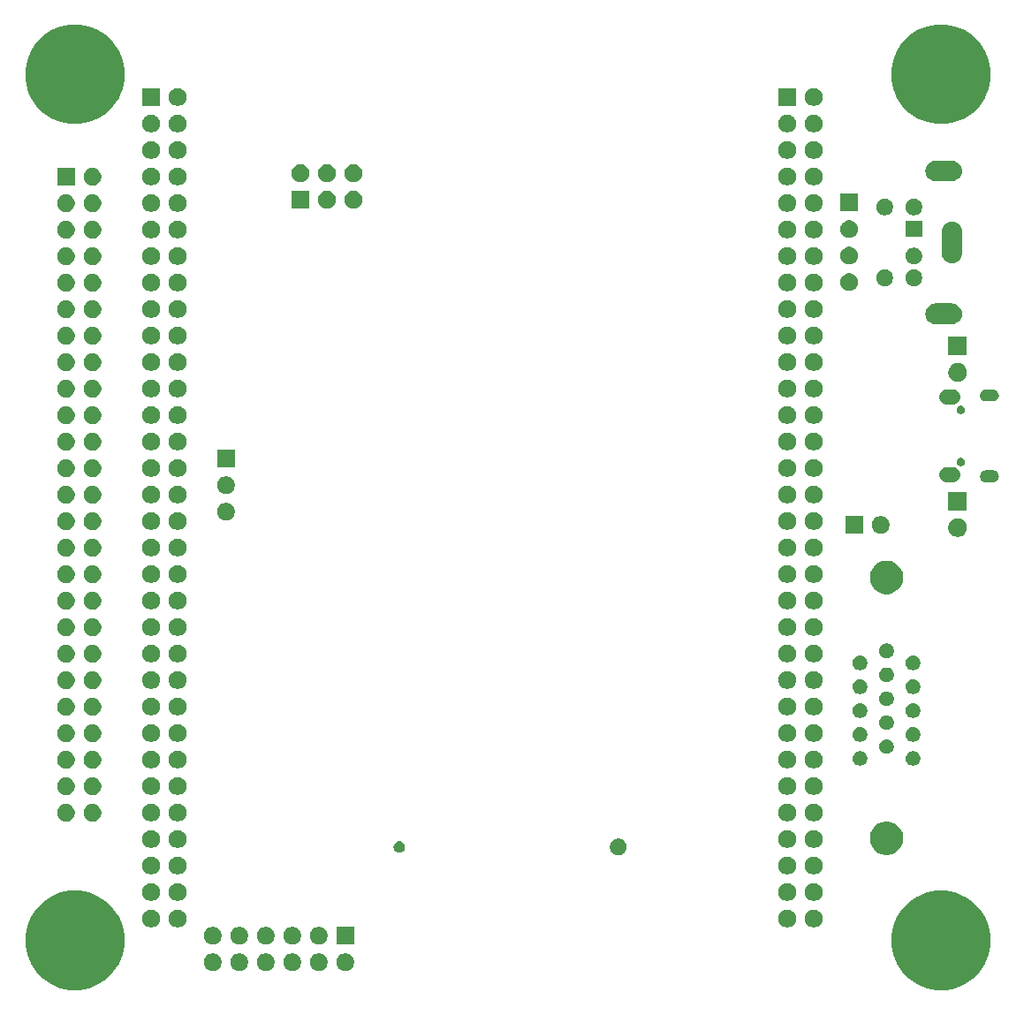
<source format=gbr>
G04 #@! TF.GenerationSoftware,KiCad,Pcbnew,(5.1.5)-3*
G04 #@! TF.CreationDate,2020-03-07T08:33:14-05:00*
G04 #@! TF.ProjectId,RETRO-EP4CE15,52455452-4f2d-4455-9034-434531352e6b,3*
G04 #@! TF.SameCoordinates,Original*
G04 #@! TF.FileFunction,Soldermask,Bot*
G04 #@! TF.FilePolarity,Negative*
%FSLAX46Y46*%
G04 Gerber Fmt 4.6, Leading zero omitted, Abs format (unit mm)*
G04 Created by KiCad (PCBNEW (5.1.5)-3) date 2020-03-07 08:33:14*
%MOMM*%
%LPD*%
G04 APERTURE LIST*
%ADD10C,0.152400*%
G04 APERTURE END LIST*
D10*
G36*
X100389169Y-94420519D02*
G01*
X101229568Y-94768624D01*
X101255890Y-94779527D01*
X102035917Y-95300724D01*
X102699276Y-95964083D01*
X103220473Y-96744110D01*
X103220474Y-96744112D01*
X103579481Y-97610831D01*
X103762500Y-98530933D01*
X103762500Y-99469067D01*
X103579481Y-100389169D01*
X103253681Y-101175719D01*
X103220473Y-101255890D01*
X102699276Y-102035917D01*
X102035917Y-102699276D01*
X101255890Y-103220473D01*
X101255889Y-103220474D01*
X101255888Y-103220474D01*
X100389169Y-103579481D01*
X99469067Y-103762500D01*
X98530933Y-103762500D01*
X97610831Y-103579481D01*
X96744112Y-103220474D01*
X96744111Y-103220474D01*
X96744110Y-103220473D01*
X95964083Y-102699276D01*
X95300724Y-102035917D01*
X94779527Y-101255890D01*
X94746319Y-101175719D01*
X94420519Y-100389169D01*
X94237500Y-99469067D01*
X94237500Y-98530933D01*
X94420519Y-97610831D01*
X94779526Y-96744112D01*
X94779527Y-96744110D01*
X95300724Y-95964083D01*
X95964083Y-95300724D01*
X96744110Y-94779527D01*
X96770432Y-94768624D01*
X97610831Y-94420519D01*
X98530933Y-94237500D01*
X99469067Y-94237500D01*
X100389169Y-94420519D01*
G37*
G36*
X17389169Y-94420519D02*
G01*
X18229568Y-94768624D01*
X18255890Y-94779527D01*
X19035917Y-95300724D01*
X19699276Y-95964083D01*
X20220473Y-96744110D01*
X20220474Y-96744112D01*
X20579481Y-97610831D01*
X20762500Y-98530933D01*
X20762500Y-99469067D01*
X20579481Y-100389169D01*
X20253681Y-101175719D01*
X20220473Y-101255890D01*
X19699276Y-102035917D01*
X19035917Y-102699276D01*
X18255890Y-103220473D01*
X18255889Y-103220474D01*
X18255888Y-103220474D01*
X17389169Y-103579481D01*
X16469067Y-103762500D01*
X15530933Y-103762500D01*
X14610831Y-103579481D01*
X13744112Y-103220474D01*
X13744111Y-103220474D01*
X13744110Y-103220473D01*
X12964083Y-102699276D01*
X12300724Y-102035917D01*
X11779527Y-101255890D01*
X11746319Y-101175719D01*
X11420519Y-100389169D01*
X11237500Y-99469067D01*
X11237500Y-98530933D01*
X11420519Y-97610831D01*
X11779526Y-96744112D01*
X11779527Y-96744110D01*
X12300724Y-95964083D01*
X12964083Y-95300724D01*
X13744110Y-94779527D01*
X13770432Y-94768624D01*
X14610831Y-94420519D01*
X15530933Y-94237500D01*
X16469067Y-94237500D01*
X17389169Y-94420519D01*
G37*
G36*
X42157935Y-100274664D02*
G01*
X42312624Y-100338739D01*
X42312626Y-100338740D01*
X42451844Y-100431762D01*
X42570238Y-100550156D01*
X42663260Y-100689374D01*
X42663261Y-100689376D01*
X42727336Y-100844065D01*
X42760000Y-101008281D01*
X42760000Y-101175719D01*
X42727336Y-101339935D01*
X42663261Y-101494624D01*
X42663260Y-101494626D01*
X42570238Y-101633844D01*
X42451844Y-101752238D01*
X42312626Y-101845260D01*
X42312625Y-101845261D01*
X42312624Y-101845261D01*
X42157935Y-101909336D01*
X41993719Y-101942000D01*
X41826281Y-101942000D01*
X41662065Y-101909336D01*
X41507376Y-101845261D01*
X41507375Y-101845261D01*
X41507374Y-101845260D01*
X41368156Y-101752238D01*
X41249762Y-101633844D01*
X41156740Y-101494626D01*
X41156739Y-101494624D01*
X41092664Y-101339935D01*
X41060000Y-101175719D01*
X41060000Y-101008281D01*
X41092664Y-100844065D01*
X41156739Y-100689376D01*
X41156740Y-100689374D01*
X41249762Y-100550156D01*
X41368156Y-100431762D01*
X41507374Y-100338740D01*
X41507376Y-100338739D01*
X41662065Y-100274664D01*
X41826281Y-100242000D01*
X41993719Y-100242000D01*
X42157935Y-100274664D01*
G37*
G36*
X29457935Y-100274664D02*
G01*
X29612624Y-100338739D01*
X29612626Y-100338740D01*
X29751844Y-100431762D01*
X29870238Y-100550156D01*
X29963260Y-100689374D01*
X29963261Y-100689376D01*
X30027336Y-100844065D01*
X30060000Y-101008281D01*
X30060000Y-101175719D01*
X30027336Y-101339935D01*
X29963261Y-101494624D01*
X29963260Y-101494626D01*
X29870238Y-101633844D01*
X29751844Y-101752238D01*
X29612626Y-101845260D01*
X29612625Y-101845261D01*
X29612624Y-101845261D01*
X29457935Y-101909336D01*
X29293719Y-101942000D01*
X29126281Y-101942000D01*
X28962065Y-101909336D01*
X28807376Y-101845261D01*
X28807375Y-101845261D01*
X28807374Y-101845260D01*
X28668156Y-101752238D01*
X28549762Y-101633844D01*
X28456740Y-101494626D01*
X28456739Y-101494624D01*
X28392664Y-101339935D01*
X28360000Y-101175719D01*
X28360000Y-101008281D01*
X28392664Y-100844065D01*
X28456739Y-100689376D01*
X28456740Y-100689374D01*
X28549762Y-100550156D01*
X28668156Y-100431762D01*
X28807374Y-100338740D01*
X28807376Y-100338739D01*
X28962065Y-100274664D01*
X29126281Y-100242000D01*
X29293719Y-100242000D01*
X29457935Y-100274664D01*
G37*
G36*
X31997935Y-100274664D02*
G01*
X32152624Y-100338739D01*
X32152626Y-100338740D01*
X32291844Y-100431762D01*
X32410238Y-100550156D01*
X32503260Y-100689374D01*
X32503261Y-100689376D01*
X32567336Y-100844065D01*
X32600000Y-101008281D01*
X32600000Y-101175719D01*
X32567336Y-101339935D01*
X32503261Y-101494624D01*
X32503260Y-101494626D01*
X32410238Y-101633844D01*
X32291844Y-101752238D01*
X32152626Y-101845260D01*
X32152625Y-101845261D01*
X32152624Y-101845261D01*
X31997935Y-101909336D01*
X31833719Y-101942000D01*
X31666281Y-101942000D01*
X31502065Y-101909336D01*
X31347376Y-101845261D01*
X31347375Y-101845261D01*
X31347374Y-101845260D01*
X31208156Y-101752238D01*
X31089762Y-101633844D01*
X30996740Y-101494626D01*
X30996739Y-101494624D01*
X30932664Y-101339935D01*
X30900000Y-101175719D01*
X30900000Y-101008281D01*
X30932664Y-100844065D01*
X30996739Y-100689376D01*
X30996740Y-100689374D01*
X31089762Y-100550156D01*
X31208156Y-100431762D01*
X31347374Y-100338740D01*
X31347376Y-100338739D01*
X31502065Y-100274664D01*
X31666281Y-100242000D01*
X31833719Y-100242000D01*
X31997935Y-100274664D01*
G37*
G36*
X34537935Y-100274664D02*
G01*
X34692624Y-100338739D01*
X34692626Y-100338740D01*
X34831844Y-100431762D01*
X34950238Y-100550156D01*
X35043260Y-100689374D01*
X35043261Y-100689376D01*
X35107336Y-100844065D01*
X35140000Y-101008281D01*
X35140000Y-101175719D01*
X35107336Y-101339935D01*
X35043261Y-101494624D01*
X35043260Y-101494626D01*
X34950238Y-101633844D01*
X34831844Y-101752238D01*
X34692626Y-101845260D01*
X34692625Y-101845261D01*
X34692624Y-101845261D01*
X34537935Y-101909336D01*
X34373719Y-101942000D01*
X34206281Y-101942000D01*
X34042065Y-101909336D01*
X33887376Y-101845261D01*
X33887375Y-101845261D01*
X33887374Y-101845260D01*
X33748156Y-101752238D01*
X33629762Y-101633844D01*
X33536740Y-101494626D01*
X33536739Y-101494624D01*
X33472664Y-101339935D01*
X33440000Y-101175719D01*
X33440000Y-101008281D01*
X33472664Y-100844065D01*
X33536739Y-100689376D01*
X33536740Y-100689374D01*
X33629762Y-100550156D01*
X33748156Y-100431762D01*
X33887374Y-100338740D01*
X33887376Y-100338739D01*
X34042065Y-100274664D01*
X34206281Y-100242000D01*
X34373719Y-100242000D01*
X34537935Y-100274664D01*
G37*
G36*
X39617935Y-100274664D02*
G01*
X39772624Y-100338739D01*
X39772626Y-100338740D01*
X39911844Y-100431762D01*
X40030238Y-100550156D01*
X40123260Y-100689374D01*
X40123261Y-100689376D01*
X40187336Y-100844065D01*
X40220000Y-101008281D01*
X40220000Y-101175719D01*
X40187336Y-101339935D01*
X40123261Y-101494624D01*
X40123260Y-101494626D01*
X40030238Y-101633844D01*
X39911844Y-101752238D01*
X39772626Y-101845260D01*
X39772625Y-101845261D01*
X39772624Y-101845261D01*
X39617935Y-101909336D01*
X39453719Y-101942000D01*
X39286281Y-101942000D01*
X39122065Y-101909336D01*
X38967376Y-101845261D01*
X38967375Y-101845261D01*
X38967374Y-101845260D01*
X38828156Y-101752238D01*
X38709762Y-101633844D01*
X38616740Y-101494626D01*
X38616739Y-101494624D01*
X38552664Y-101339935D01*
X38520000Y-101175719D01*
X38520000Y-101008281D01*
X38552664Y-100844065D01*
X38616739Y-100689376D01*
X38616740Y-100689374D01*
X38709762Y-100550156D01*
X38828156Y-100431762D01*
X38967374Y-100338740D01*
X38967376Y-100338739D01*
X39122065Y-100274664D01*
X39286281Y-100242000D01*
X39453719Y-100242000D01*
X39617935Y-100274664D01*
G37*
G36*
X37077935Y-100274664D02*
G01*
X37232624Y-100338739D01*
X37232626Y-100338740D01*
X37371844Y-100431762D01*
X37490238Y-100550156D01*
X37583260Y-100689374D01*
X37583261Y-100689376D01*
X37647336Y-100844065D01*
X37680000Y-101008281D01*
X37680000Y-101175719D01*
X37647336Y-101339935D01*
X37583261Y-101494624D01*
X37583260Y-101494626D01*
X37490238Y-101633844D01*
X37371844Y-101752238D01*
X37232626Y-101845260D01*
X37232625Y-101845261D01*
X37232624Y-101845261D01*
X37077935Y-101909336D01*
X36913719Y-101942000D01*
X36746281Y-101942000D01*
X36582065Y-101909336D01*
X36427376Y-101845261D01*
X36427375Y-101845261D01*
X36427374Y-101845260D01*
X36288156Y-101752238D01*
X36169762Y-101633844D01*
X36076740Y-101494626D01*
X36076739Y-101494624D01*
X36012664Y-101339935D01*
X35980000Y-101175719D01*
X35980000Y-101008281D01*
X36012664Y-100844065D01*
X36076739Y-100689376D01*
X36076740Y-100689374D01*
X36169762Y-100550156D01*
X36288156Y-100431762D01*
X36427374Y-100338740D01*
X36427376Y-100338739D01*
X36582065Y-100274664D01*
X36746281Y-100242000D01*
X36913719Y-100242000D01*
X37077935Y-100274664D01*
G37*
G36*
X34537935Y-97734664D02*
G01*
X34692624Y-97798739D01*
X34692626Y-97798740D01*
X34831844Y-97891762D01*
X34950238Y-98010156D01*
X35043260Y-98149374D01*
X35043261Y-98149376D01*
X35107336Y-98304065D01*
X35140000Y-98468281D01*
X35140000Y-98635719D01*
X35107336Y-98799935D01*
X35043261Y-98954624D01*
X35043260Y-98954626D01*
X34950238Y-99093844D01*
X34831844Y-99212238D01*
X34692626Y-99305260D01*
X34692625Y-99305261D01*
X34692624Y-99305261D01*
X34537935Y-99369336D01*
X34373719Y-99402000D01*
X34206281Y-99402000D01*
X34042065Y-99369336D01*
X33887376Y-99305261D01*
X33887375Y-99305261D01*
X33887374Y-99305260D01*
X33748156Y-99212238D01*
X33629762Y-99093844D01*
X33536740Y-98954626D01*
X33536739Y-98954624D01*
X33472664Y-98799935D01*
X33440000Y-98635719D01*
X33440000Y-98468281D01*
X33472664Y-98304065D01*
X33536739Y-98149376D01*
X33536740Y-98149374D01*
X33629762Y-98010156D01*
X33748156Y-97891762D01*
X33887374Y-97798740D01*
X33887376Y-97798739D01*
X34042065Y-97734664D01*
X34206281Y-97702000D01*
X34373719Y-97702000D01*
X34537935Y-97734664D01*
G37*
G36*
X42760000Y-99402000D02*
G01*
X41060000Y-99402000D01*
X41060000Y-97702000D01*
X42760000Y-97702000D01*
X42760000Y-99402000D01*
G37*
G36*
X39617935Y-97734664D02*
G01*
X39772624Y-97798739D01*
X39772626Y-97798740D01*
X39911844Y-97891762D01*
X40030238Y-98010156D01*
X40123260Y-98149374D01*
X40123261Y-98149376D01*
X40187336Y-98304065D01*
X40220000Y-98468281D01*
X40220000Y-98635719D01*
X40187336Y-98799935D01*
X40123261Y-98954624D01*
X40123260Y-98954626D01*
X40030238Y-99093844D01*
X39911844Y-99212238D01*
X39772626Y-99305260D01*
X39772625Y-99305261D01*
X39772624Y-99305261D01*
X39617935Y-99369336D01*
X39453719Y-99402000D01*
X39286281Y-99402000D01*
X39122065Y-99369336D01*
X38967376Y-99305261D01*
X38967375Y-99305261D01*
X38967374Y-99305260D01*
X38828156Y-99212238D01*
X38709762Y-99093844D01*
X38616740Y-98954626D01*
X38616739Y-98954624D01*
X38552664Y-98799935D01*
X38520000Y-98635719D01*
X38520000Y-98468281D01*
X38552664Y-98304065D01*
X38616739Y-98149376D01*
X38616740Y-98149374D01*
X38709762Y-98010156D01*
X38828156Y-97891762D01*
X38967374Y-97798740D01*
X38967376Y-97798739D01*
X39122065Y-97734664D01*
X39286281Y-97702000D01*
X39453719Y-97702000D01*
X39617935Y-97734664D01*
G37*
G36*
X37077935Y-97734664D02*
G01*
X37232624Y-97798739D01*
X37232626Y-97798740D01*
X37371844Y-97891762D01*
X37490238Y-98010156D01*
X37583260Y-98149374D01*
X37583261Y-98149376D01*
X37647336Y-98304065D01*
X37680000Y-98468281D01*
X37680000Y-98635719D01*
X37647336Y-98799935D01*
X37583261Y-98954624D01*
X37583260Y-98954626D01*
X37490238Y-99093844D01*
X37371844Y-99212238D01*
X37232626Y-99305260D01*
X37232625Y-99305261D01*
X37232624Y-99305261D01*
X37077935Y-99369336D01*
X36913719Y-99402000D01*
X36746281Y-99402000D01*
X36582065Y-99369336D01*
X36427376Y-99305261D01*
X36427375Y-99305261D01*
X36427374Y-99305260D01*
X36288156Y-99212238D01*
X36169762Y-99093844D01*
X36076740Y-98954626D01*
X36076739Y-98954624D01*
X36012664Y-98799935D01*
X35980000Y-98635719D01*
X35980000Y-98468281D01*
X36012664Y-98304065D01*
X36076739Y-98149376D01*
X36076740Y-98149374D01*
X36169762Y-98010156D01*
X36288156Y-97891762D01*
X36427374Y-97798740D01*
X36427376Y-97798739D01*
X36582065Y-97734664D01*
X36746281Y-97702000D01*
X36913719Y-97702000D01*
X37077935Y-97734664D01*
G37*
G36*
X31997935Y-97734664D02*
G01*
X32152624Y-97798739D01*
X32152626Y-97798740D01*
X32291844Y-97891762D01*
X32410238Y-98010156D01*
X32503260Y-98149374D01*
X32503261Y-98149376D01*
X32567336Y-98304065D01*
X32600000Y-98468281D01*
X32600000Y-98635719D01*
X32567336Y-98799935D01*
X32503261Y-98954624D01*
X32503260Y-98954626D01*
X32410238Y-99093844D01*
X32291844Y-99212238D01*
X32152626Y-99305260D01*
X32152625Y-99305261D01*
X32152624Y-99305261D01*
X31997935Y-99369336D01*
X31833719Y-99402000D01*
X31666281Y-99402000D01*
X31502065Y-99369336D01*
X31347376Y-99305261D01*
X31347375Y-99305261D01*
X31347374Y-99305260D01*
X31208156Y-99212238D01*
X31089762Y-99093844D01*
X30996740Y-98954626D01*
X30996739Y-98954624D01*
X30932664Y-98799935D01*
X30900000Y-98635719D01*
X30900000Y-98468281D01*
X30932664Y-98304065D01*
X30996739Y-98149376D01*
X30996740Y-98149374D01*
X31089762Y-98010156D01*
X31208156Y-97891762D01*
X31347374Y-97798740D01*
X31347376Y-97798739D01*
X31502065Y-97734664D01*
X31666281Y-97702000D01*
X31833719Y-97702000D01*
X31997935Y-97734664D01*
G37*
G36*
X29457935Y-97734664D02*
G01*
X29612624Y-97798739D01*
X29612626Y-97798740D01*
X29751844Y-97891762D01*
X29870238Y-98010156D01*
X29963260Y-98149374D01*
X29963261Y-98149376D01*
X30027336Y-98304065D01*
X30060000Y-98468281D01*
X30060000Y-98635719D01*
X30027336Y-98799935D01*
X29963261Y-98954624D01*
X29963260Y-98954626D01*
X29870238Y-99093844D01*
X29751844Y-99212238D01*
X29612626Y-99305260D01*
X29612625Y-99305261D01*
X29612624Y-99305261D01*
X29457935Y-99369336D01*
X29293719Y-99402000D01*
X29126281Y-99402000D01*
X28962065Y-99369336D01*
X28807376Y-99305261D01*
X28807375Y-99305261D01*
X28807374Y-99305260D01*
X28668156Y-99212238D01*
X28549762Y-99093844D01*
X28456740Y-98954626D01*
X28456739Y-98954624D01*
X28392664Y-98799935D01*
X28360000Y-98635719D01*
X28360000Y-98468281D01*
X28392664Y-98304065D01*
X28456739Y-98149376D01*
X28456740Y-98149374D01*
X28549762Y-98010156D01*
X28668156Y-97891762D01*
X28807374Y-97798740D01*
X28807376Y-97798739D01*
X28962065Y-97734664D01*
X29126281Y-97702000D01*
X29293719Y-97702000D01*
X29457935Y-97734664D01*
G37*
G36*
X23557935Y-96088664D02*
G01*
X23712624Y-96152739D01*
X23712626Y-96152740D01*
X23851844Y-96245762D01*
X23970238Y-96364156D01*
X24063260Y-96503374D01*
X24063261Y-96503376D01*
X24127336Y-96658065D01*
X24160000Y-96822281D01*
X24160000Y-96989719D01*
X24127336Y-97153935D01*
X24063261Y-97308624D01*
X24063260Y-97308626D01*
X23970238Y-97447844D01*
X23851844Y-97566238D01*
X23712626Y-97659260D01*
X23712625Y-97659261D01*
X23712624Y-97659261D01*
X23557935Y-97723336D01*
X23393719Y-97756000D01*
X23226281Y-97756000D01*
X23062065Y-97723336D01*
X22907376Y-97659261D01*
X22907375Y-97659261D01*
X22907374Y-97659260D01*
X22768156Y-97566238D01*
X22649762Y-97447844D01*
X22556740Y-97308626D01*
X22556739Y-97308624D01*
X22492664Y-97153935D01*
X22460000Y-96989719D01*
X22460000Y-96822281D01*
X22492664Y-96658065D01*
X22556739Y-96503376D01*
X22556740Y-96503374D01*
X22649762Y-96364156D01*
X22768156Y-96245762D01*
X22907374Y-96152740D01*
X22907376Y-96152739D01*
X23062065Y-96088664D01*
X23226281Y-96056000D01*
X23393719Y-96056000D01*
X23557935Y-96088664D01*
G37*
G36*
X26097935Y-96088664D02*
G01*
X26252624Y-96152739D01*
X26252626Y-96152740D01*
X26391844Y-96245762D01*
X26510238Y-96364156D01*
X26603260Y-96503374D01*
X26603261Y-96503376D01*
X26667336Y-96658065D01*
X26700000Y-96822281D01*
X26700000Y-96989719D01*
X26667336Y-97153935D01*
X26603261Y-97308624D01*
X26603260Y-97308626D01*
X26510238Y-97447844D01*
X26391844Y-97566238D01*
X26252626Y-97659260D01*
X26252625Y-97659261D01*
X26252624Y-97659261D01*
X26097935Y-97723336D01*
X25933719Y-97756000D01*
X25766281Y-97756000D01*
X25602065Y-97723336D01*
X25447376Y-97659261D01*
X25447375Y-97659261D01*
X25447374Y-97659260D01*
X25308156Y-97566238D01*
X25189762Y-97447844D01*
X25096740Y-97308626D01*
X25096739Y-97308624D01*
X25032664Y-97153935D01*
X25000000Y-96989719D01*
X25000000Y-96822281D01*
X25032664Y-96658065D01*
X25096739Y-96503376D01*
X25096740Y-96503374D01*
X25189762Y-96364156D01*
X25308156Y-96245762D01*
X25447374Y-96152740D01*
X25447376Y-96152739D01*
X25602065Y-96088664D01*
X25766281Y-96056000D01*
X25933719Y-96056000D01*
X26097935Y-96088664D01*
G37*
G36*
X87037935Y-96088664D02*
G01*
X87192624Y-96152739D01*
X87192626Y-96152740D01*
X87331844Y-96245762D01*
X87450238Y-96364156D01*
X87543260Y-96503374D01*
X87543261Y-96503376D01*
X87607336Y-96658065D01*
X87640000Y-96822281D01*
X87640000Y-96989719D01*
X87607336Y-97153935D01*
X87543261Y-97308624D01*
X87543260Y-97308626D01*
X87450238Y-97447844D01*
X87331844Y-97566238D01*
X87192626Y-97659260D01*
X87192625Y-97659261D01*
X87192624Y-97659261D01*
X87037935Y-97723336D01*
X86873719Y-97756000D01*
X86706281Y-97756000D01*
X86542065Y-97723336D01*
X86387376Y-97659261D01*
X86387375Y-97659261D01*
X86387374Y-97659260D01*
X86248156Y-97566238D01*
X86129762Y-97447844D01*
X86036740Y-97308626D01*
X86036739Y-97308624D01*
X85972664Y-97153935D01*
X85940000Y-96989719D01*
X85940000Y-96822281D01*
X85972664Y-96658065D01*
X86036739Y-96503376D01*
X86036740Y-96503374D01*
X86129762Y-96364156D01*
X86248156Y-96245762D01*
X86387374Y-96152740D01*
X86387376Y-96152739D01*
X86542065Y-96088664D01*
X86706281Y-96056000D01*
X86873719Y-96056000D01*
X87037935Y-96088664D01*
G37*
G36*
X84497935Y-96088664D02*
G01*
X84652624Y-96152739D01*
X84652626Y-96152740D01*
X84791844Y-96245762D01*
X84910238Y-96364156D01*
X85003260Y-96503374D01*
X85003261Y-96503376D01*
X85067336Y-96658065D01*
X85100000Y-96822281D01*
X85100000Y-96989719D01*
X85067336Y-97153935D01*
X85003261Y-97308624D01*
X85003260Y-97308626D01*
X84910238Y-97447844D01*
X84791844Y-97566238D01*
X84652626Y-97659260D01*
X84652625Y-97659261D01*
X84652624Y-97659261D01*
X84497935Y-97723336D01*
X84333719Y-97756000D01*
X84166281Y-97756000D01*
X84002065Y-97723336D01*
X83847376Y-97659261D01*
X83847375Y-97659261D01*
X83847374Y-97659260D01*
X83708156Y-97566238D01*
X83589762Y-97447844D01*
X83496740Y-97308626D01*
X83496739Y-97308624D01*
X83432664Y-97153935D01*
X83400000Y-96989719D01*
X83400000Y-96822281D01*
X83432664Y-96658065D01*
X83496739Y-96503376D01*
X83496740Y-96503374D01*
X83589762Y-96364156D01*
X83708156Y-96245762D01*
X83847374Y-96152740D01*
X83847376Y-96152739D01*
X84002065Y-96088664D01*
X84166281Y-96056000D01*
X84333719Y-96056000D01*
X84497935Y-96088664D01*
G37*
G36*
X87037935Y-93548664D02*
G01*
X87192624Y-93612739D01*
X87192626Y-93612740D01*
X87331844Y-93705762D01*
X87450238Y-93824156D01*
X87543260Y-93963374D01*
X87543261Y-93963376D01*
X87607336Y-94118065D01*
X87640000Y-94282281D01*
X87640000Y-94449719D01*
X87607336Y-94613935D01*
X87543261Y-94768624D01*
X87543260Y-94768626D01*
X87450238Y-94907844D01*
X87331844Y-95026238D01*
X87192626Y-95119260D01*
X87192625Y-95119261D01*
X87192624Y-95119261D01*
X87037935Y-95183336D01*
X86873719Y-95216000D01*
X86706281Y-95216000D01*
X86542065Y-95183336D01*
X86387376Y-95119261D01*
X86387375Y-95119261D01*
X86387374Y-95119260D01*
X86248156Y-95026238D01*
X86129762Y-94907844D01*
X86036740Y-94768626D01*
X86036739Y-94768624D01*
X85972664Y-94613935D01*
X85940000Y-94449719D01*
X85940000Y-94282281D01*
X85972664Y-94118065D01*
X86036739Y-93963376D01*
X86036740Y-93963374D01*
X86129762Y-93824156D01*
X86248156Y-93705762D01*
X86387374Y-93612740D01*
X86387376Y-93612739D01*
X86542065Y-93548664D01*
X86706281Y-93516000D01*
X86873719Y-93516000D01*
X87037935Y-93548664D01*
G37*
G36*
X23557935Y-93548664D02*
G01*
X23712624Y-93612739D01*
X23712626Y-93612740D01*
X23851844Y-93705762D01*
X23970238Y-93824156D01*
X24063260Y-93963374D01*
X24063261Y-93963376D01*
X24127336Y-94118065D01*
X24160000Y-94282281D01*
X24160000Y-94449719D01*
X24127336Y-94613935D01*
X24063261Y-94768624D01*
X24063260Y-94768626D01*
X23970238Y-94907844D01*
X23851844Y-95026238D01*
X23712626Y-95119260D01*
X23712625Y-95119261D01*
X23712624Y-95119261D01*
X23557935Y-95183336D01*
X23393719Y-95216000D01*
X23226281Y-95216000D01*
X23062065Y-95183336D01*
X22907376Y-95119261D01*
X22907375Y-95119261D01*
X22907374Y-95119260D01*
X22768156Y-95026238D01*
X22649762Y-94907844D01*
X22556740Y-94768626D01*
X22556739Y-94768624D01*
X22492664Y-94613935D01*
X22460000Y-94449719D01*
X22460000Y-94282281D01*
X22492664Y-94118065D01*
X22556739Y-93963376D01*
X22556740Y-93963374D01*
X22649762Y-93824156D01*
X22768156Y-93705762D01*
X22907374Y-93612740D01*
X22907376Y-93612739D01*
X23062065Y-93548664D01*
X23226281Y-93516000D01*
X23393719Y-93516000D01*
X23557935Y-93548664D01*
G37*
G36*
X26097935Y-93548664D02*
G01*
X26252624Y-93612739D01*
X26252626Y-93612740D01*
X26391844Y-93705762D01*
X26510238Y-93824156D01*
X26603260Y-93963374D01*
X26603261Y-93963376D01*
X26667336Y-94118065D01*
X26700000Y-94282281D01*
X26700000Y-94449719D01*
X26667336Y-94613935D01*
X26603261Y-94768624D01*
X26603260Y-94768626D01*
X26510238Y-94907844D01*
X26391844Y-95026238D01*
X26252626Y-95119260D01*
X26252625Y-95119261D01*
X26252624Y-95119261D01*
X26097935Y-95183336D01*
X25933719Y-95216000D01*
X25766281Y-95216000D01*
X25602065Y-95183336D01*
X25447376Y-95119261D01*
X25447375Y-95119261D01*
X25447374Y-95119260D01*
X25308156Y-95026238D01*
X25189762Y-94907844D01*
X25096740Y-94768626D01*
X25096739Y-94768624D01*
X25032664Y-94613935D01*
X25000000Y-94449719D01*
X25000000Y-94282281D01*
X25032664Y-94118065D01*
X25096739Y-93963376D01*
X25096740Y-93963374D01*
X25189762Y-93824156D01*
X25308156Y-93705762D01*
X25447374Y-93612740D01*
X25447376Y-93612739D01*
X25602065Y-93548664D01*
X25766281Y-93516000D01*
X25933719Y-93516000D01*
X26097935Y-93548664D01*
G37*
G36*
X84497935Y-93548664D02*
G01*
X84652624Y-93612739D01*
X84652626Y-93612740D01*
X84791844Y-93705762D01*
X84910238Y-93824156D01*
X85003260Y-93963374D01*
X85003261Y-93963376D01*
X85067336Y-94118065D01*
X85100000Y-94282281D01*
X85100000Y-94449719D01*
X85067336Y-94613935D01*
X85003261Y-94768624D01*
X85003260Y-94768626D01*
X84910238Y-94907844D01*
X84791844Y-95026238D01*
X84652626Y-95119260D01*
X84652625Y-95119261D01*
X84652624Y-95119261D01*
X84497935Y-95183336D01*
X84333719Y-95216000D01*
X84166281Y-95216000D01*
X84002065Y-95183336D01*
X83847376Y-95119261D01*
X83847375Y-95119261D01*
X83847374Y-95119260D01*
X83708156Y-95026238D01*
X83589762Y-94907844D01*
X83496740Y-94768626D01*
X83496739Y-94768624D01*
X83432664Y-94613935D01*
X83400000Y-94449719D01*
X83400000Y-94282281D01*
X83432664Y-94118065D01*
X83496739Y-93963376D01*
X83496740Y-93963374D01*
X83589762Y-93824156D01*
X83708156Y-93705762D01*
X83847374Y-93612740D01*
X83847376Y-93612739D01*
X84002065Y-93548664D01*
X84166281Y-93516000D01*
X84333719Y-93516000D01*
X84497935Y-93548664D01*
G37*
G36*
X87037935Y-91008664D02*
G01*
X87192624Y-91072739D01*
X87192626Y-91072740D01*
X87331844Y-91165762D01*
X87450238Y-91284156D01*
X87543260Y-91423374D01*
X87543261Y-91423376D01*
X87607336Y-91578065D01*
X87640000Y-91742281D01*
X87640000Y-91909719D01*
X87607336Y-92073935D01*
X87543261Y-92228624D01*
X87543260Y-92228626D01*
X87450238Y-92367844D01*
X87331844Y-92486238D01*
X87192626Y-92579260D01*
X87192625Y-92579261D01*
X87192624Y-92579261D01*
X87037935Y-92643336D01*
X86873719Y-92676000D01*
X86706281Y-92676000D01*
X86542065Y-92643336D01*
X86387376Y-92579261D01*
X86387375Y-92579261D01*
X86387374Y-92579260D01*
X86248156Y-92486238D01*
X86129762Y-92367844D01*
X86036740Y-92228626D01*
X86036739Y-92228624D01*
X85972664Y-92073935D01*
X85940000Y-91909719D01*
X85940000Y-91742281D01*
X85972664Y-91578065D01*
X86036739Y-91423376D01*
X86036740Y-91423374D01*
X86129762Y-91284156D01*
X86248156Y-91165762D01*
X86387374Y-91072740D01*
X86387376Y-91072739D01*
X86542065Y-91008664D01*
X86706281Y-90976000D01*
X86873719Y-90976000D01*
X87037935Y-91008664D01*
G37*
G36*
X23557935Y-91008664D02*
G01*
X23712624Y-91072739D01*
X23712626Y-91072740D01*
X23851844Y-91165762D01*
X23970238Y-91284156D01*
X24063260Y-91423374D01*
X24063261Y-91423376D01*
X24127336Y-91578065D01*
X24160000Y-91742281D01*
X24160000Y-91909719D01*
X24127336Y-92073935D01*
X24063261Y-92228624D01*
X24063260Y-92228626D01*
X23970238Y-92367844D01*
X23851844Y-92486238D01*
X23712626Y-92579260D01*
X23712625Y-92579261D01*
X23712624Y-92579261D01*
X23557935Y-92643336D01*
X23393719Y-92676000D01*
X23226281Y-92676000D01*
X23062065Y-92643336D01*
X22907376Y-92579261D01*
X22907375Y-92579261D01*
X22907374Y-92579260D01*
X22768156Y-92486238D01*
X22649762Y-92367844D01*
X22556740Y-92228626D01*
X22556739Y-92228624D01*
X22492664Y-92073935D01*
X22460000Y-91909719D01*
X22460000Y-91742281D01*
X22492664Y-91578065D01*
X22556739Y-91423376D01*
X22556740Y-91423374D01*
X22649762Y-91284156D01*
X22768156Y-91165762D01*
X22907374Y-91072740D01*
X22907376Y-91072739D01*
X23062065Y-91008664D01*
X23226281Y-90976000D01*
X23393719Y-90976000D01*
X23557935Y-91008664D01*
G37*
G36*
X26097935Y-91008664D02*
G01*
X26252624Y-91072739D01*
X26252626Y-91072740D01*
X26391844Y-91165762D01*
X26510238Y-91284156D01*
X26603260Y-91423374D01*
X26603261Y-91423376D01*
X26667336Y-91578065D01*
X26700000Y-91742281D01*
X26700000Y-91909719D01*
X26667336Y-92073935D01*
X26603261Y-92228624D01*
X26603260Y-92228626D01*
X26510238Y-92367844D01*
X26391844Y-92486238D01*
X26252626Y-92579260D01*
X26252625Y-92579261D01*
X26252624Y-92579261D01*
X26097935Y-92643336D01*
X25933719Y-92676000D01*
X25766281Y-92676000D01*
X25602065Y-92643336D01*
X25447376Y-92579261D01*
X25447375Y-92579261D01*
X25447374Y-92579260D01*
X25308156Y-92486238D01*
X25189762Y-92367844D01*
X25096740Y-92228626D01*
X25096739Y-92228624D01*
X25032664Y-92073935D01*
X25000000Y-91909719D01*
X25000000Y-91742281D01*
X25032664Y-91578065D01*
X25096739Y-91423376D01*
X25096740Y-91423374D01*
X25189762Y-91284156D01*
X25308156Y-91165762D01*
X25447374Y-91072740D01*
X25447376Y-91072739D01*
X25602065Y-91008664D01*
X25766281Y-90976000D01*
X25933719Y-90976000D01*
X26097935Y-91008664D01*
G37*
G36*
X84497935Y-91008664D02*
G01*
X84652624Y-91072739D01*
X84652626Y-91072740D01*
X84791844Y-91165762D01*
X84910238Y-91284156D01*
X85003260Y-91423374D01*
X85003261Y-91423376D01*
X85067336Y-91578065D01*
X85100000Y-91742281D01*
X85100000Y-91909719D01*
X85067336Y-92073935D01*
X85003261Y-92228624D01*
X85003260Y-92228626D01*
X84910238Y-92367844D01*
X84791844Y-92486238D01*
X84652626Y-92579260D01*
X84652625Y-92579261D01*
X84652624Y-92579261D01*
X84497935Y-92643336D01*
X84333719Y-92676000D01*
X84166281Y-92676000D01*
X84002065Y-92643336D01*
X83847376Y-92579261D01*
X83847375Y-92579261D01*
X83847374Y-92579260D01*
X83708156Y-92486238D01*
X83589762Y-92367844D01*
X83496740Y-92228626D01*
X83496739Y-92228624D01*
X83432664Y-92073935D01*
X83400000Y-91909719D01*
X83400000Y-91742281D01*
X83432664Y-91578065D01*
X83496739Y-91423376D01*
X83496740Y-91423374D01*
X83589762Y-91284156D01*
X83708156Y-91165762D01*
X83847374Y-91072740D01*
X83847376Y-91072739D01*
X84002065Y-91008664D01*
X84166281Y-90976000D01*
X84333719Y-90976000D01*
X84497935Y-91008664D01*
G37*
G36*
X68312351Y-89273743D02*
G01*
X68457941Y-89334048D01*
X68588970Y-89421599D01*
X68700401Y-89533030D01*
X68787952Y-89664059D01*
X68848257Y-89809649D01*
X68879000Y-89964206D01*
X68879000Y-90121794D01*
X68848257Y-90276351D01*
X68787952Y-90421941D01*
X68700401Y-90552970D01*
X68588970Y-90664401D01*
X68457941Y-90751952D01*
X68312351Y-90812257D01*
X68157794Y-90843000D01*
X68000206Y-90843000D01*
X67845649Y-90812257D01*
X67700059Y-90751952D01*
X67569030Y-90664401D01*
X67457599Y-90552970D01*
X67370048Y-90421941D01*
X67309743Y-90276351D01*
X67279000Y-90121794D01*
X67279000Y-89964206D01*
X67309743Y-89809649D01*
X67370048Y-89664059D01*
X67457599Y-89533030D01*
X67569030Y-89421599D01*
X67700059Y-89334048D01*
X67845649Y-89273743D01*
X68000206Y-89243000D01*
X68157794Y-89243000D01*
X68312351Y-89273743D01*
G37*
G36*
X94246043Y-87663746D02*
G01*
X94537223Y-87784357D01*
X94799280Y-87959458D01*
X95022142Y-88182320D01*
X95197243Y-88444377D01*
X95317854Y-88735557D01*
X95379340Y-89044672D01*
X95379340Y-89359848D01*
X95317854Y-89668963D01*
X95197243Y-89960143D01*
X95022142Y-90222200D01*
X94799280Y-90445062D01*
X94537223Y-90620163D01*
X94246043Y-90740774D01*
X93936928Y-90802260D01*
X93621752Y-90802260D01*
X93312637Y-90740774D01*
X93021457Y-90620163D01*
X92759400Y-90445062D01*
X92536538Y-90222200D01*
X92361437Y-89960143D01*
X92240826Y-89668963D01*
X92179340Y-89359848D01*
X92179340Y-89044672D01*
X92240826Y-88735557D01*
X92361437Y-88444377D01*
X92536538Y-88182320D01*
X92759400Y-87959458D01*
X93021457Y-87784357D01*
X93312637Y-87663746D01*
X93621752Y-87602260D01*
X93936928Y-87602260D01*
X94246043Y-87663746D01*
G37*
G36*
X47204009Y-89507091D02*
G01*
X47239429Y-89514136D01*
X47285042Y-89533030D01*
X47339524Y-89555597D01*
X47429602Y-89615785D01*
X47506215Y-89692398D01*
X47566403Y-89782476D01*
X47566403Y-89782477D01*
X47607864Y-89882571D01*
X47629000Y-89988830D01*
X47629000Y-90097170D01*
X47607864Y-90203429D01*
X47600088Y-90222201D01*
X47566403Y-90303524D01*
X47506215Y-90393602D01*
X47429602Y-90470215D01*
X47339524Y-90530403D01*
X47289476Y-90551134D01*
X47239429Y-90571864D01*
X47204009Y-90578909D01*
X47133172Y-90593000D01*
X47024828Y-90593000D01*
X46953991Y-90578909D01*
X46918571Y-90571864D01*
X46868524Y-90551134D01*
X46818476Y-90530403D01*
X46728398Y-90470215D01*
X46651785Y-90393602D01*
X46591597Y-90303524D01*
X46557912Y-90222201D01*
X46550136Y-90203429D01*
X46529000Y-90097170D01*
X46529000Y-89988830D01*
X46550136Y-89882571D01*
X46591597Y-89782477D01*
X46591597Y-89782476D01*
X46651785Y-89692398D01*
X46728398Y-89615785D01*
X46818476Y-89555597D01*
X46872958Y-89533030D01*
X46918571Y-89514136D01*
X46953991Y-89507091D01*
X47024828Y-89493000D01*
X47133172Y-89493000D01*
X47204009Y-89507091D01*
G37*
G36*
X87037935Y-88468664D02*
G01*
X87192624Y-88532739D01*
X87192626Y-88532740D01*
X87331844Y-88625762D01*
X87450238Y-88744156D01*
X87543260Y-88883374D01*
X87543261Y-88883376D01*
X87607336Y-89038065D01*
X87640000Y-89202281D01*
X87640000Y-89369719D01*
X87607336Y-89533935D01*
X87553436Y-89664059D01*
X87543260Y-89688626D01*
X87450238Y-89827844D01*
X87331844Y-89946238D01*
X87192626Y-90039260D01*
X87192625Y-90039261D01*
X87192624Y-90039261D01*
X87037935Y-90103336D01*
X86873719Y-90136000D01*
X86706281Y-90136000D01*
X86542065Y-90103336D01*
X86387376Y-90039261D01*
X86387375Y-90039261D01*
X86387374Y-90039260D01*
X86248156Y-89946238D01*
X86129762Y-89827844D01*
X86036740Y-89688626D01*
X86026564Y-89664059D01*
X85972664Y-89533935D01*
X85940000Y-89369719D01*
X85940000Y-89202281D01*
X85972664Y-89038065D01*
X86036739Y-88883376D01*
X86036740Y-88883374D01*
X86129762Y-88744156D01*
X86248156Y-88625762D01*
X86387374Y-88532740D01*
X86387376Y-88532739D01*
X86542065Y-88468664D01*
X86706281Y-88436000D01*
X86873719Y-88436000D01*
X87037935Y-88468664D01*
G37*
G36*
X23557935Y-88468664D02*
G01*
X23712624Y-88532739D01*
X23712626Y-88532740D01*
X23851844Y-88625762D01*
X23970238Y-88744156D01*
X24063260Y-88883374D01*
X24063261Y-88883376D01*
X24127336Y-89038065D01*
X24160000Y-89202281D01*
X24160000Y-89369719D01*
X24127336Y-89533935D01*
X24073436Y-89664059D01*
X24063260Y-89688626D01*
X23970238Y-89827844D01*
X23851844Y-89946238D01*
X23712626Y-90039260D01*
X23712625Y-90039261D01*
X23712624Y-90039261D01*
X23557935Y-90103336D01*
X23393719Y-90136000D01*
X23226281Y-90136000D01*
X23062065Y-90103336D01*
X22907376Y-90039261D01*
X22907375Y-90039261D01*
X22907374Y-90039260D01*
X22768156Y-89946238D01*
X22649762Y-89827844D01*
X22556740Y-89688626D01*
X22546564Y-89664059D01*
X22492664Y-89533935D01*
X22460000Y-89369719D01*
X22460000Y-89202281D01*
X22492664Y-89038065D01*
X22556739Y-88883376D01*
X22556740Y-88883374D01*
X22649762Y-88744156D01*
X22768156Y-88625762D01*
X22907374Y-88532740D01*
X22907376Y-88532739D01*
X23062065Y-88468664D01*
X23226281Y-88436000D01*
X23393719Y-88436000D01*
X23557935Y-88468664D01*
G37*
G36*
X84497935Y-88468664D02*
G01*
X84652624Y-88532739D01*
X84652626Y-88532740D01*
X84791844Y-88625762D01*
X84910238Y-88744156D01*
X85003260Y-88883374D01*
X85003261Y-88883376D01*
X85067336Y-89038065D01*
X85100000Y-89202281D01*
X85100000Y-89369719D01*
X85067336Y-89533935D01*
X85013436Y-89664059D01*
X85003260Y-89688626D01*
X84910238Y-89827844D01*
X84791844Y-89946238D01*
X84652626Y-90039260D01*
X84652625Y-90039261D01*
X84652624Y-90039261D01*
X84497935Y-90103336D01*
X84333719Y-90136000D01*
X84166281Y-90136000D01*
X84002065Y-90103336D01*
X83847376Y-90039261D01*
X83847375Y-90039261D01*
X83847374Y-90039260D01*
X83708156Y-89946238D01*
X83589762Y-89827844D01*
X83496740Y-89688626D01*
X83486564Y-89664059D01*
X83432664Y-89533935D01*
X83400000Y-89369719D01*
X83400000Y-89202281D01*
X83432664Y-89038065D01*
X83496739Y-88883376D01*
X83496740Y-88883374D01*
X83589762Y-88744156D01*
X83708156Y-88625762D01*
X83847374Y-88532740D01*
X83847376Y-88532739D01*
X84002065Y-88468664D01*
X84166281Y-88436000D01*
X84333719Y-88436000D01*
X84497935Y-88468664D01*
G37*
G36*
X26097935Y-88468664D02*
G01*
X26252624Y-88532739D01*
X26252626Y-88532740D01*
X26391844Y-88625762D01*
X26510238Y-88744156D01*
X26603260Y-88883374D01*
X26603261Y-88883376D01*
X26667336Y-89038065D01*
X26700000Y-89202281D01*
X26700000Y-89369719D01*
X26667336Y-89533935D01*
X26613436Y-89664059D01*
X26603260Y-89688626D01*
X26510238Y-89827844D01*
X26391844Y-89946238D01*
X26252626Y-90039260D01*
X26252625Y-90039261D01*
X26252624Y-90039261D01*
X26097935Y-90103336D01*
X25933719Y-90136000D01*
X25766281Y-90136000D01*
X25602065Y-90103336D01*
X25447376Y-90039261D01*
X25447375Y-90039261D01*
X25447374Y-90039260D01*
X25308156Y-89946238D01*
X25189762Y-89827844D01*
X25096740Y-89688626D01*
X25086564Y-89664059D01*
X25032664Y-89533935D01*
X25000000Y-89369719D01*
X25000000Y-89202281D01*
X25032664Y-89038065D01*
X25096739Y-88883376D01*
X25096740Y-88883374D01*
X25189762Y-88744156D01*
X25308156Y-88625762D01*
X25447374Y-88532740D01*
X25447376Y-88532739D01*
X25602065Y-88468664D01*
X25766281Y-88436000D01*
X25933719Y-88436000D01*
X26097935Y-88468664D01*
G37*
G36*
X17927935Y-85942664D02*
G01*
X18082624Y-86006739D01*
X18082626Y-86006740D01*
X18221844Y-86099762D01*
X18340238Y-86218156D01*
X18423907Y-86343376D01*
X18433261Y-86357376D01*
X18497336Y-86512065D01*
X18530000Y-86676281D01*
X18530000Y-86843719D01*
X18497336Y-87007935D01*
X18439060Y-87148624D01*
X18433260Y-87162626D01*
X18340238Y-87301844D01*
X18221844Y-87420238D01*
X18082626Y-87513260D01*
X18082625Y-87513261D01*
X18082624Y-87513261D01*
X17927935Y-87577336D01*
X17763719Y-87610000D01*
X17596281Y-87610000D01*
X17432065Y-87577336D01*
X17277376Y-87513261D01*
X17277375Y-87513261D01*
X17277374Y-87513260D01*
X17138156Y-87420238D01*
X17019762Y-87301844D01*
X16926740Y-87162626D01*
X16920940Y-87148624D01*
X16862664Y-87007935D01*
X16830000Y-86843719D01*
X16830000Y-86676281D01*
X16862664Y-86512065D01*
X16926739Y-86357376D01*
X16936093Y-86343376D01*
X17019762Y-86218156D01*
X17138156Y-86099762D01*
X17277374Y-86006740D01*
X17277376Y-86006739D01*
X17432065Y-85942664D01*
X17596281Y-85910000D01*
X17763719Y-85910000D01*
X17927935Y-85942664D01*
G37*
G36*
X15387935Y-85942664D02*
G01*
X15542624Y-86006739D01*
X15542626Y-86006740D01*
X15681844Y-86099762D01*
X15800238Y-86218156D01*
X15883907Y-86343376D01*
X15893261Y-86357376D01*
X15957336Y-86512065D01*
X15990000Y-86676281D01*
X15990000Y-86843719D01*
X15957336Y-87007935D01*
X15899060Y-87148624D01*
X15893260Y-87162626D01*
X15800238Y-87301844D01*
X15681844Y-87420238D01*
X15542626Y-87513260D01*
X15542625Y-87513261D01*
X15542624Y-87513261D01*
X15387935Y-87577336D01*
X15223719Y-87610000D01*
X15056281Y-87610000D01*
X14892065Y-87577336D01*
X14737376Y-87513261D01*
X14737375Y-87513261D01*
X14737374Y-87513260D01*
X14598156Y-87420238D01*
X14479762Y-87301844D01*
X14386740Y-87162626D01*
X14380940Y-87148624D01*
X14322664Y-87007935D01*
X14290000Y-86843719D01*
X14290000Y-86676281D01*
X14322664Y-86512065D01*
X14386739Y-86357376D01*
X14396093Y-86343376D01*
X14479762Y-86218156D01*
X14598156Y-86099762D01*
X14737374Y-86006740D01*
X14737376Y-86006739D01*
X14892065Y-85942664D01*
X15056281Y-85910000D01*
X15223719Y-85910000D01*
X15387935Y-85942664D01*
G37*
G36*
X87037935Y-85928664D02*
G01*
X87192624Y-85992739D01*
X87192626Y-85992740D01*
X87331844Y-86085762D01*
X87450238Y-86204156D01*
X87543260Y-86343374D01*
X87543261Y-86343376D01*
X87607336Y-86498065D01*
X87640000Y-86662281D01*
X87640000Y-86829719D01*
X87607336Y-86993935D01*
X87543261Y-87148624D01*
X87543260Y-87148626D01*
X87450238Y-87287844D01*
X87331844Y-87406238D01*
X87192626Y-87499260D01*
X87192625Y-87499261D01*
X87192624Y-87499261D01*
X87037935Y-87563336D01*
X86873719Y-87596000D01*
X86706281Y-87596000D01*
X86542065Y-87563336D01*
X86387376Y-87499261D01*
X86387375Y-87499261D01*
X86387374Y-87499260D01*
X86248156Y-87406238D01*
X86129762Y-87287844D01*
X86036740Y-87148626D01*
X86036739Y-87148624D01*
X85972664Y-86993935D01*
X85940000Y-86829719D01*
X85940000Y-86662281D01*
X85972664Y-86498065D01*
X86036739Y-86343376D01*
X86036740Y-86343374D01*
X86129762Y-86204156D01*
X86248156Y-86085762D01*
X86387374Y-85992740D01*
X86387376Y-85992739D01*
X86542065Y-85928664D01*
X86706281Y-85896000D01*
X86873719Y-85896000D01*
X87037935Y-85928664D01*
G37*
G36*
X84497935Y-85928664D02*
G01*
X84652624Y-85992739D01*
X84652626Y-85992740D01*
X84791844Y-86085762D01*
X84910238Y-86204156D01*
X85003260Y-86343374D01*
X85003261Y-86343376D01*
X85067336Y-86498065D01*
X85100000Y-86662281D01*
X85100000Y-86829719D01*
X85067336Y-86993935D01*
X85003261Y-87148624D01*
X85003260Y-87148626D01*
X84910238Y-87287844D01*
X84791844Y-87406238D01*
X84652626Y-87499260D01*
X84652625Y-87499261D01*
X84652624Y-87499261D01*
X84497935Y-87563336D01*
X84333719Y-87596000D01*
X84166281Y-87596000D01*
X84002065Y-87563336D01*
X83847376Y-87499261D01*
X83847375Y-87499261D01*
X83847374Y-87499260D01*
X83708156Y-87406238D01*
X83589762Y-87287844D01*
X83496740Y-87148626D01*
X83496739Y-87148624D01*
X83432664Y-86993935D01*
X83400000Y-86829719D01*
X83400000Y-86662281D01*
X83432664Y-86498065D01*
X83496739Y-86343376D01*
X83496740Y-86343374D01*
X83589762Y-86204156D01*
X83708156Y-86085762D01*
X83847374Y-85992740D01*
X83847376Y-85992739D01*
X84002065Y-85928664D01*
X84166281Y-85896000D01*
X84333719Y-85896000D01*
X84497935Y-85928664D01*
G37*
G36*
X23557935Y-85928664D02*
G01*
X23712624Y-85992739D01*
X23712626Y-85992740D01*
X23851844Y-86085762D01*
X23970238Y-86204156D01*
X24063260Y-86343374D01*
X24063261Y-86343376D01*
X24127336Y-86498065D01*
X24160000Y-86662281D01*
X24160000Y-86829719D01*
X24127336Y-86993935D01*
X24063261Y-87148624D01*
X24063260Y-87148626D01*
X23970238Y-87287844D01*
X23851844Y-87406238D01*
X23712626Y-87499260D01*
X23712625Y-87499261D01*
X23712624Y-87499261D01*
X23557935Y-87563336D01*
X23393719Y-87596000D01*
X23226281Y-87596000D01*
X23062065Y-87563336D01*
X22907376Y-87499261D01*
X22907375Y-87499261D01*
X22907374Y-87499260D01*
X22768156Y-87406238D01*
X22649762Y-87287844D01*
X22556740Y-87148626D01*
X22556739Y-87148624D01*
X22492664Y-86993935D01*
X22460000Y-86829719D01*
X22460000Y-86662281D01*
X22492664Y-86498065D01*
X22556739Y-86343376D01*
X22556740Y-86343374D01*
X22649762Y-86204156D01*
X22768156Y-86085762D01*
X22907374Y-85992740D01*
X22907376Y-85992739D01*
X23062065Y-85928664D01*
X23226281Y-85896000D01*
X23393719Y-85896000D01*
X23557935Y-85928664D01*
G37*
G36*
X26097935Y-85928664D02*
G01*
X26252624Y-85992739D01*
X26252626Y-85992740D01*
X26391844Y-86085762D01*
X26510238Y-86204156D01*
X26603260Y-86343374D01*
X26603261Y-86343376D01*
X26667336Y-86498065D01*
X26700000Y-86662281D01*
X26700000Y-86829719D01*
X26667336Y-86993935D01*
X26603261Y-87148624D01*
X26603260Y-87148626D01*
X26510238Y-87287844D01*
X26391844Y-87406238D01*
X26252626Y-87499260D01*
X26252625Y-87499261D01*
X26252624Y-87499261D01*
X26097935Y-87563336D01*
X25933719Y-87596000D01*
X25766281Y-87596000D01*
X25602065Y-87563336D01*
X25447376Y-87499261D01*
X25447375Y-87499261D01*
X25447374Y-87499260D01*
X25308156Y-87406238D01*
X25189762Y-87287844D01*
X25096740Y-87148626D01*
X25096739Y-87148624D01*
X25032664Y-86993935D01*
X25000000Y-86829719D01*
X25000000Y-86662281D01*
X25032664Y-86498065D01*
X25096739Y-86343376D01*
X25096740Y-86343374D01*
X25189762Y-86204156D01*
X25308156Y-86085762D01*
X25447374Y-85992740D01*
X25447376Y-85992739D01*
X25602065Y-85928664D01*
X25766281Y-85896000D01*
X25933719Y-85896000D01*
X26097935Y-85928664D01*
G37*
G36*
X17927935Y-83402664D02*
G01*
X18082624Y-83466739D01*
X18082626Y-83466740D01*
X18221844Y-83559762D01*
X18340238Y-83678156D01*
X18423907Y-83803376D01*
X18433261Y-83817376D01*
X18497336Y-83972065D01*
X18530000Y-84136281D01*
X18530000Y-84303719D01*
X18497336Y-84467935D01*
X18439060Y-84608624D01*
X18433260Y-84622626D01*
X18340238Y-84761844D01*
X18221844Y-84880238D01*
X18082626Y-84973260D01*
X18082625Y-84973261D01*
X18082624Y-84973261D01*
X17927935Y-85037336D01*
X17763719Y-85070000D01*
X17596281Y-85070000D01*
X17432065Y-85037336D01*
X17277376Y-84973261D01*
X17277375Y-84973261D01*
X17277374Y-84973260D01*
X17138156Y-84880238D01*
X17019762Y-84761844D01*
X16926740Y-84622626D01*
X16920940Y-84608624D01*
X16862664Y-84467935D01*
X16830000Y-84303719D01*
X16830000Y-84136281D01*
X16862664Y-83972065D01*
X16926739Y-83817376D01*
X16936093Y-83803376D01*
X17019762Y-83678156D01*
X17138156Y-83559762D01*
X17277374Y-83466740D01*
X17277376Y-83466739D01*
X17432065Y-83402664D01*
X17596281Y-83370000D01*
X17763719Y-83370000D01*
X17927935Y-83402664D01*
G37*
G36*
X15387935Y-83402664D02*
G01*
X15542624Y-83466739D01*
X15542626Y-83466740D01*
X15681844Y-83559762D01*
X15800238Y-83678156D01*
X15883907Y-83803376D01*
X15893261Y-83817376D01*
X15957336Y-83972065D01*
X15990000Y-84136281D01*
X15990000Y-84303719D01*
X15957336Y-84467935D01*
X15899060Y-84608624D01*
X15893260Y-84622626D01*
X15800238Y-84761844D01*
X15681844Y-84880238D01*
X15542626Y-84973260D01*
X15542625Y-84973261D01*
X15542624Y-84973261D01*
X15387935Y-85037336D01*
X15223719Y-85070000D01*
X15056281Y-85070000D01*
X14892065Y-85037336D01*
X14737376Y-84973261D01*
X14737375Y-84973261D01*
X14737374Y-84973260D01*
X14598156Y-84880238D01*
X14479762Y-84761844D01*
X14386740Y-84622626D01*
X14380940Y-84608624D01*
X14322664Y-84467935D01*
X14290000Y-84303719D01*
X14290000Y-84136281D01*
X14322664Y-83972065D01*
X14386739Y-83817376D01*
X14396093Y-83803376D01*
X14479762Y-83678156D01*
X14598156Y-83559762D01*
X14737374Y-83466740D01*
X14737376Y-83466739D01*
X14892065Y-83402664D01*
X15056281Y-83370000D01*
X15223719Y-83370000D01*
X15387935Y-83402664D01*
G37*
G36*
X23557935Y-83388664D02*
G01*
X23712624Y-83452739D01*
X23712626Y-83452740D01*
X23851844Y-83545762D01*
X23970238Y-83664156D01*
X24063260Y-83803374D01*
X24063261Y-83803376D01*
X24127336Y-83958065D01*
X24160000Y-84122281D01*
X24160000Y-84289719D01*
X24127336Y-84453935D01*
X24063261Y-84608624D01*
X24063260Y-84608626D01*
X23970238Y-84747844D01*
X23851844Y-84866238D01*
X23712626Y-84959260D01*
X23712625Y-84959261D01*
X23712624Y-84959261D01*
X23557935Y-85023336D01*
X23393719Y-85056000D01*
X23226281Y-85056000D01*
X23062065Y-85023336D01*
X22907376Y-84959261D01*
X22907375Y-84959261D01*
X22907374Y-84959260D01*
X22768156Y-84866238D01*
X22649762Y-84747844D01*
X22556740Y-84608626D01*
X22556739Y-84608624D01*
X22492664Y-84453935D01*
X22460000Y-84289719D01*
X22460000Y-84122281D01*
X22492664Y-83958065D01*
X22556739Y-83803376D01*
X22556740Y-83803374D01*
X22649762Y-83664156D01*
X22768156Y-83545762D01*
X22907374Y-83452740D01*
X22907376Y-83452739D01*
X23062065Y-83388664D01*
X23226281Y-83356000D01*
X23393719Y-83356000D01*
X23557935Y-83388664D01*
G37*
G36*
X26097935Y-83388664D02*
G01*
X26252624Y-83452739D01*
X26252626Y-83452740D01*
X26391844Y-83545762D01*
X26510238Y-83664156D01*
X26603260Y-83803374D01*
X26603261Y-83803376D01*
X26667336Y-83958065D01*
X26700000Y-84122281D01*
X26700000Y-84289719D01*
X26667336Y-84453935D01*
X26603261Y-84608624D01*
X26603260Y-84608626D01*
X26510238Y-84747844D01*
X26391844Y-84866238D01*
X26252626Y-84959260D01*
X26252625Y-84959261D01*
X26252624Y-84959261D01*
X26097935Y-85023336D01*
X25933719Y-85056000D01*
X25766281Y-85056000D01*
X25602065Y-85023336D01*
X25447376Y-84959261D01*
X25447375Y-84959261D01*
X25447374Y-84959260D01*
X25308156Y-84866238D01*
X25189762Y-84747844D01*
X25096740Y-84608626D01*
X25096739Y-84608624D01*
X25032664Y-84453935D01*
X25000000Y-84289719D01*
X25000000Y-84122281D01*
X25032664Y-83958065D01*
X25096739Y-83803376D01*
X25096740Y-83803374D01*
X25189762Y-83664156D01*
X25308156Y-83545762D01*
X25447374Y-83452740D01*
X25447376Y-83452739D01*
X25602065Y-83388664D01*
X25766281Y-83356000D01*
X25933719Y-83356000D01*
X26097935Y-83388664D01*
G37*
G36*
X87037935Y-83388664D02*
G01*
X87192624Y-83452739D01*
X87192626Y-83452740D01*
X87331844Y-83545762D01*
X87450238Y-83664156D01*
X87543260Y-83803374D01*
X87543261Y-83803376D01*
X87607336Y-83958065D01*
X87640000Y-84122281D01*
X87640000Y-84289719D01*
X87607336Y-84453935D01*
X87543261Y-84608624D01*
X87543260Y-84608626D01*
X87450238Y-84747844D01*
X87331844Y-84866238D01*
X87192626Y-84959260D01*
X87192625Y-84959261D01*
X87192624Y-84959261D01*
X87037935Y-85023336D01*
X86873719Y-85056000D01*
X86706281Y-85056000D01*
X86542065Y-85023336D01*
X86387376Y-84959261D01*
X86387375Y-84959261D01*
X86387374Y-84959260D01*
X86248156Y-84866238D01*
X86129762Y-84747844D01*
X86036740Y-84608626D01*
X86036739Y-84608624D01*
X85972664Y-84453935D01*
X85940000Y-84289719D01*
X85940000Y-84122281D01*
X85972664Y-83958065D01*
X86036739Y-83803376D01*
X86036740Y-83803374D01*
X86129762Y-83664156D01*
X86248156Y-83545762D01*
X86387374Y-83452740D01*
X86387376Y-83452739D01*
X86542065Y-83388664D01*
X86706281Y-83356000D01*
X86873719Y-83356000D01*
X87037935Y-83388664D01*
G37*
G36*
X84497935Y-83388664D02*
G01*
X84652624Y-83452739D01*
X84652626Y-83452740D01*
X84791844Y-83545762D01*
X84910238Y-83664156D01*
X85003260Y-83803374D01*
X85003261Y-83803376D01*
X85067336Y-83958065D01*
X85100000Y-84122281D01*
X85100000Y-84289719D01*
X85067336Y-84453935D01*
X85003261Y-84608624D01*
X85003260Y-84608626D01*
X84910238Y-84747844D01*
X84791844Y-84866238D01*
X84652626Y-84959260D01*
X84652625Y-84959261D01*
X84652624Y-84959261D01*
X84497935Y-85023336D01*
X84333719Y-85056000D01*
X84166281Y-85056000D01*
X84002065Y-85023336D01*
X83847376Y-84959261D01*
X83847375Y-84959261D01*
X83847374Y-84959260D01*
X83708156Y-84866238D01*
X83589762Y-84747844D01*
X83496740Y-84608626D01*
X83496739Y-84608624D01*
X83432664Y-84453935D01*
X83400000Y-84289719D01*
X83400000Y-84122281D01*
X83432664Y-83958065D01*
X83496739Y-83803376D01*
X83496740Y-83803374D01*
X83589762Y-83664156D01*
X83708156Y-83545762D01*
X83847374Y-83452740D01*
X83847376Y-83452739D01*
X84002065Y-83388664D01*
X84166281Y-83356000D01*
X84333719Y-83356000D01*
X84497935Y-83388664D01*
G37*
G36*
X17927935Y-80862664D02*
G01*
X18082624Y-80926739D01*
X18082626Y-80926740D01*
X18221844Y-81019762D01*
X18340238Y-81138156D01*
X18423907Y-81263376D01*
X18433261Y-81277376D01*
X18497336Y-81432065D01*
X18530000Y-81596281D01*
X18530000Y-81763719D01*
X18497336Y-81927935D01*
X18466604Y-82002127D01*
X18433260Y-82082626D01*
X18340238Y-82221844D01*
X18221844Y-82340238D01*
X18082626Y-82433260D01*
X18082625Y-82433261D01*
X18082624Y-82433261D01*
X17927935Y-82497336D01*
X17763719Y-82530000D01*
X17596281Y-82530000D01*
X17432065Y-82497336D01*
X17277376Y-82433261D01*
X17277375Y-82433261D01*
X17277374Y-82433260D01*
X17138156Y-82340238D01*
X17019762Y-82221844D01*
X16926740Y-82082626D01*
X16893396Y-82002127D01*
X16862664Y-81927935D01*
X16830000Y-81763719D01*
X16830000Y-81596281D01*
X16862664Y-81432065D01*
X16926739Y-81277376D01*
X16936093Y-81263376D01*
X17019762Y-81138156D01*
X17138156Y-81019762D01*
X17277374Y-80926740D01*
X17277376Y-80926739D01*
X17432065Y-80862664D01*
X17596281Y-80830000D01*
X17763719Y-80830000D01*
X17927935Y-80862664D01*
G37*
G36*
X15387935Y-80862664D02*
G01*
X15542624Y-80926739D01*
X15542626Y-80926740D01*
X15681844Y-81019762D01*
X15800238Y-81138156D01*
X15883907Y-81263376D01*
X15893261Y-81277376D01*
X15957336Y-81432065D01*
X15990000Y-81596281D01*
X15990000Y-81763719D01*
X15957336Y-81927935D01*
X15926604Y-82002127D01*
X15893260Y-82082626D01*
X15800238Y-82221844D01*
X15681844Y-82340238D01*
X15542626Y-82433260D01*
X15542625Y-82433261D01*
X15542624Y-82433261D01*
X15387935Y-82497336D01*
X15223719Y-82530000D01*
X15056281Y-82530000D01*
X14892065Y-82497336D01*
X14737376Y-82433261D01*
X14737375Y-82433261D01*
X14737374Y-82433260D01*
X14598156Y-82340238D01*
X14479762Y-82221844D01*
X14386740Y-82082626D01*
X14353396Y-82002127D01*
X14322664Y-81927935D01*
X14290000Y-81763719D01*
X14290000Y-81596281D01*
X14322664Y-81432065D01*
X14386739Y-81277376D01*
X14396093Y-81263376D01*
X14479762Y-81138156D01*
X14598156Y-81019762D01*
X14737374Y-80926740D01*
X14737376Y-80926739D01*
X14892065Y-80862664D01*
X15056281Y-80830000D01*
X15223719Y-80830000D01*
X15387935Y-80862664D01*
G37*
G36*
X87037935Y-80848664D02*
G01*
X87192624Y-80912739D01*
X87192626Y-80912740D01*
X87331844Y-81005762D01*
X87450238Y-81124156D01*
X87518285Y-81225996D01*
X87543261Y-81263376D01*
X87607336Y-81418065D01*
X87640000Y-81582281D01*
X87640000Y-81749719D01*
X87607336Y-81913935D01*
X87570805Y-82002127D01*
X87543260Y-82068626D01*
X87450238Y-82207844D01*
X87331844Y-82326238D01*
X87192626Y-82419260D01*
X87192625Y-82419261D01*
X87192624Y-82419261D01*
X87037935Y-82483336D01*
X86873719Y-82516000D01*
X86706281Y-82516000D01*
X86542065Y-82483336D01*
X86387376Y-82419261D01*
X86387375Y-82419261D01*
X86387374Y-82419260D01*
X86248156Y-82326238D01*
X86129762Y-82207844D01*
X86036740Y-82068626D01*
X86009195Y-82002127D01*
X85972664Y-81913935D01*
X85940000Y-81749719D01*
X85940000Y-81582281D01*
X85972664Y-81418065D01*
X86036739Y-81263376D01*
X86061715Y-81225996D01*
X86129762Y-81124156D01*
X86248156Y-81005762D01*
X86387374Y-80912740D01*
X86387376Y-80912739D01*
X86542065Y-80848664D01*
X86706281Y-80816000D01*
X86873719Y-80816000D01*
X87037935Y-80848664D01*
G37*
G36*
X84497935Y-80848664D02*
G01*
X84652624Y-80912739D01*
X84652626Y-80912740D01*
X84791844Y-81005762D01*
X84910238Y-81124156D01*
X84978285Y-81225996D01*
X85003261Y-81263376D01*
X85067336Y-81418065D01*
X85100000Y-81582281D01*
X85100000Y-81749719D01*
X85067336Y-81913935D01*
X85030805Y-82002127D01*
X85003260Y-82068626D01*
X84910238Y-82207844D01*
X84791844Y-82326238D01*
X84652626Y-82419260D01*
X84652625Y-82419261D01*
X84652624Y-82419261D01*
X84497935Y-82483336D01*
X84333719Y-82516000D01*
X84166281Y-82516000D01*
X84002065Y-82483336D01*
X83847376Y-82419261D01*
X83847375Y-82419261D01*
X83847374Y-82419260D01*
X83708156Y-82326238D01*
X83589762Y-82207844D01*
X83496740Y-82068626D01*
X83469195Y-82002127D01*
X83432664Y-81913935D01*
X83400000Y-81749719D01*
X83400000Y-81582281D01*
X83432664Y-81418065D01*
X83496739Y-81263376D01*
X83521715Y-81225996D01*
X83589762Y-81124156D01*
X83708156Y-81005762D01*
X83847374Y-80912740D01*
X83847376Y-80912739D01*
X84002065Y-80848664D01*
X84166281Y-80816000D01*
X84333719Y-80816000D01*
X84497935Y-80848664D01*
G37*
G36*
X26097935Y-80848664D02*
G01*
X26252624Y-80912739D01*
X26252626Y-80912740D01*
X26391844Y-81005762D01*
X26510238Y-81124156D01*
X26578285Y-81225996D01*
X26603261Y-81263376D01*
X26667336Y-81418065D01*
X26700000Y-81582281D01*
X26700000Y-81749719D01*
X26667336Y-81913935D01*
X26630805Y-82002127D01*
X26603260Y-82068626D01*
X26510238Y-82207844D01*
X26391844Y-82326238D01*
X26252626Y-82419260D01*
X26252625Y-82419261D01*
X26252624Y-82419261D01*
X26097935Y-82483336D01*
X25933719Y-82516000D01*
X25766281Y-82516000D01*
X25602065Y-82483336D01*
X25447376Y-82419261D01*
X25447375Y-82419261D01*
X25447374Y-82419260D01*
X25308156Y-82326238D01*
X25189762Y-82207844D01*
X25096740Y-82068626D01*
X25069195Y-82002127D01*
X25032664Y-81913935D01*
X25000000Y-81749719D01*
X25000000Y-81582281D01*
X25032664Y-81418065D01*
X25096739Y-81263376D01*
X25121715Y-81225996D01*
X25189762Y-81124156D01*
X25308156Y-81005762D01*
X25447374Y-80912740D01*
X25447376Y-80912739D01*
X25602065Y-80848664D01*
X25766281Y-80816000D01*
X25933719Y-80816000D01*
X26097935Y-80848664D01*
G37*
G36*
X23557935Y-80848664D02*
G01*
X23712624Y-80912739D01*
X23712626Y-80912740D01*
X23851844Y-81005762D01*
X23970238Y-81124156D01*
X24038285Y-81225996D01*
X24063261Y-81263376D01*
X24127336Y-81418065D01*
X24160000Y-81582281D01*
X24160000Y-81749719D01*
X24127336Y-81913935D01*
X24090805Y-82002127D01*
X24063260Y-82068626D01*
X23970238Y-82207844D01*
X23851844Y-82326238D01*
X23712626Y-82419260D01*
X23712625Y-82419261D01*
X23712624Y-82419261D01*
X23557935Y-82483336D01*
X23393719Y-82516000D01*
X23226281Y-82516000D01*
X23062065Y-82483336D01*
X22907376Y-82419261D01*
X22907375Y-82419261D01*
X22907374Y-82419260D01*
X22768156Y-82326238D01*
X22649762Y-82207844D01*
X22556740Y-82068626D01*
X22529195Y-82002127D01*
X22492664Y-81913935D01*
X22460000Y-81749719D01*
X22460000Y-81582281D01*
X22492664Y-81418065D01*
X22556739Y-81263376D01*
X22581715Y-81225996D01*
X22649762Y-81124156D01*
X22768156Y-81005762D01*
X22907374Y-80912740D01*
X22907376Y-80912739D01*
X23062065Y-80848664D01*
X23226281Y-80816000D01*
X23393719Y-80816000D01*
X23557935Y-80848664D01*
G37*
G36*
X91443085Y-80885202D02*
G01*
X91570202Y-80937856D01*
X91570204Y-80937857D01*
X91684608Y-81014299D01*
X91781901Y-81111592D01*
X91799650Y-81138156D01*
X91858344Y-81225998D01*
X91910998Y-81353115D01*
X91937840Y-81488062D01*
X91937840Y-81625658D01*
X91910998Y-81760605D01*
X91858344Y-81887722D01*
X91858343Y-81887724D01*
X91781901Y-82002128D01*
X91684608Y-82099421D01*
X91570204Y-82175863D01*
X91570203Y-82175864D01*
X91570202Y-82175864D01*
X91443085Y-82228518D01*
X91308138Y-82255360D01*
X91170542Y-82255360D01*
X91035595Y-82228518D01*
X90908478Y-82175864D01*
X90908477Y-82175864D01*
X90908476Y-82175863D01*
X90794072Y-82099421D01*
X90696779Y-82002128D01*
X90620337Y-81887724D01*
X90620336Y-81887722D01*
X90567682Y-81760605D01*
X90540840Y-81625658D01*
X90540840Y-81488062D01*
X90567682Y-81353115D01*
X90620336Y-81225998D01*
X90679030Y-81138156D01*
X90696779Y-81111592D01*
X90794072Y-81014299D01*
X90908476Y-80937857D01*
X90908478Y-80937856D01*
X91035595Y-80885202D01*
X91170542Y-80858360D01*
X91308138Y-80858360D01*
X91443085Y-80885202D01*
G37*
G36*
X96523085Y-80885202D02*
G01*
X96650202Y-80937856D01*
X96650204Y-80937857D01*
X96764608Y-81014299D01*
X96861901Y-81111592D01*
X96879650Y-81138156D01*
X96938344Y-81225998D01*
X96990998Y-81353115D01*
X97017840Y-81488062D01*
X97017840Y-81625658D01*
X96990998Y-81760605D01*
X96938344Y-81887722D01*
X96938343Y-81887724D01*
X96861901Y-82002128D01*
X96764608Y-82099421D01*
X96650204Y-82175863D01*
X96650203Y-82175864D01*
X96650202Y-82175864D01*
X96523085Y-82228518D01*
X96388138Y-82255360D01*
X96250542Y-82255360D01*
X96115595Y-82228518D01*
X95988478Y-82175864D01*
X95988477Y-82175864D01*
X95988476Y-82175863D01*
X95874072Y-82099421D01*
X95776779Y-82002128D01*
X95700337Y-81887724D01*
X95700336Y-81887722D01*
X95647682Y-81760605D01*
X95620840Y-81625658D01*
X95620840Y-81488062D01*
X95647682Y-81353115D01*
X95700336Y-81225998D01*
X95759030Y-81138156D01*
X95776779Y-81111592D01*
X95874072Y-81014299D01*
X95988476Y-80937857D01*
X95988478Y-80937856D01*
X96115595Y-80885202D01*
X96250542Y-80858360D01*
X96388138Y-80858360D01*
X96523085Y-80885202D01*
G37*
G36*
X93983085Y-79742202D02*
G01*
X94089396Y-79786238D01*
X94110204Y-79794857D01*
X94224608Y-79871299D01*
X94321901Y-79968592D01*
X94336205Y-79990000D01*
X94398344Y-80082998D01*
X94450998Y-80210115D01*
X94477840Y-80345062D01*
X94477840Y-80482658D01*
X94450998Y-80617605D01*
X94398344Y-80744722D01*
X94398343Y-80744724D01*
X94321901Y-80859128D01*
X94224608Y-80956421D01*
X94110204Y-81032863D01*
X94110203Y-81032864D01*
X94110202Y-81032864D01*
X93983085Y-81085518D01*
X93848138Y-81112360D01*
X93710542Y-81112360D01*
X93575595Y-81085518D01*
X93448478Y-81032864D01*
X93448477Y-81032864D01*
X93448476Y-81032863D01*
X93334072Y-80956421D01*
X93236779Y-80859128D01*
X93160337Y-80744724D01*
X93160336Y-80744722D01*
X93107682Y-80617605D01*
X93080840Y-80482658D01*
X93080840Y-80345062D01*
X93107682Y-80210115D01*
X93160336Y-80082998D01*
X93222475Y-79990000D01*
X93236779Y-79968592D01*
X93334072Y-79871299D01*
X93448476Y-79794857D01*
X93469284Y-79786238D01*
X93575595Y-79742202D01*
X93710542Y-79715360D01*
X93848138Y-79715360D01*
X93983085Y-79742202D01*
G37*
G36*
X15387935Y-78322664D02*
G01*
X15542624Y-78386739D01*
X15542626Y-78386740D01*
X15681844Y-78479762D01*
X15800238Y-78598156D01*
X15883907Y-78723376D01*
X15893261Y-78737376D01*
X15957336Y-78892065D01*
X15990000Y-79056281D01*
X15990000Y-79223719D01*
X15957336Y-79387935D01*
X15899060Y-79528624D01*
X15893260Y-79542626D01*
X15800238Y-79681844D01*
X15681844Y-79800238D01*
X15542626Y-79893260D01*
X15542625Y-79893261D01*
X15542624Y-79893261D01*
X15387935Y-79957336D01*
X15223719Y-79990000D01*
X15056281Y-79990000D01*
X14892065Y-79957336D01*
X14737376Y-79893261D01*
X14737375Y-79893261D01*
X14737374Y-79893260D01*
X14598156Y-79800238D01*
X14479762Y-79681844D01*
X14386740Y-79542626D01*
X14380940Y-79528624D01*
X14322664Y-79387935D01*
X14290000Y-79223719D01*
X14290000Y-79056281D01*
X14322664Y-78892065D01*
X14386739Y-78737376D01*
X14396093Y-78723376D01*
X14479762Y-78598156D01*
X14598156Y-78479762D01*
X14737374Y-78386740D01*
X14737376Y-78386739D01*
X14892065Y-78322664D01*
X15056281Y-78290000D01*
X15223719Y-78290000D01*
X15387935Y-78322664D01*
G37*
G36*
X17927935Y-78322664D02*
G01*
X18082624Y-78386739D01*
X18082626Y-78386740D01*
X18221844Y-78479762D01*
X18340238Y-78598156D01*
X18423907Y-78723376D01*
X18433261Y-78737376D01*
X18497336Y-78892065D01*
X18530000Y-79056281D01*
X18530000Y-79223719D01*
X18497336Y-79387935D01*
X18439060Y-79528624D01*
X18433260Y-79542626D01*
X18340238Y-79681844D01*
X18221844Y-79800238D01*
X18082626Y-79893260D01*
X18082625Y-79893261D01*
X18082624Y-79893261D01*
X17927935Y-79957336D01*
X17763719Y-79990000D01*
X17596281Y-79990000D01*
X17432065Y-79957336D01*
X17277376Y-79893261D01*
X17277375Y-79893261D01*
X17277374Y-79893260D01*
X17138156Y-79800238D01*
X17019762Y-79681844D01*
X16926740Y-79542626D01*
X16920940Y-79528624D01*
X16862664Y-79387935D01*
X16830000Y-79223719D01*
X16830000Y-79056281D01*
X16862664Y-78892065D01*
X16926739Y-78737376D01*
X16936093Y-78723376D01*
X17019762Y-78598156D01*
X17138156Y-78479762D01*
X17277374Y-78386740D01*
X17277376Y-78386739D01*
X17432065Y-78322664D01*
X17596281Y-78290000D01*
X17763719Y-78290000D01*
X17927935Y-78322664D01*
G37*
G36*
X23557935Y-78308664D02*
G01*
X23712624Y-78372739D01*
X23712626Y-78372740D01*
X23851844Y-78465762D01*
X23970238Y-78584156D01*
X24063260Y-78723374D01*
X24063261Y-78723376D01*
X24127336Y-78878065D01*
X24160000Y-79042281D01*
X24160000Y-79209719D01*
X24127336Y-79373935D01*
X24063261Y-79528624D01*
X24063260Y-79528626D01*
X23970238Y-79667844D01*
X23851844Y-79786238D01*
X23712626Y-79879260D01*
X23712625Y-79879261D01*
X23712624Y-79879261D01*
X23557935Y-79943336D01*
X23393719Y-79976000D01*
X23226281Y-79976000D01*
X23062065Y-79943336D01*
X22907376Y-79879261D01*
X22907375Y-79879261D01*
X22907374Y-79879260D01*
X22768156Y-79786238D01*
X22649762Y-79667844D01*
X22556740Y-79528626D01*
X22556739Y-79528624D01*
X22492664Y-79373935D01*
X22460000Y-79209719D01*
X22460000Y-79042281D01*
X22492664Y-78878065D01*
X22556739Y-78723376D01*
X22556740Y-78723374D01*
X22649762Y-78584156D01*
X22768156Y-78465762D01*
X22907374Y-78372740D01*
X22907376Y-78372739D01*
X23062065Y-78308664D01*
X23226281Y-78276000D01*
X23393719Y-78276000D01*
X23557935Y-78308664D01*
G37*
G36*
X26097935Y-78308664D02*
G01*
X26252624Y-78372739D01*
X26252626Y-78372740D01*
X26391844Y-78465762D01*
X26510238Y-78584156D01*
X26603260Y-78723374D01*
X26603261Y-78723376D01*
X26667336Y-78878065D01*
X26700000Y-79042281D01*
X26700000Y-79209719D01*
X26667336Y-79373935D01*
X26603261Y-79528624D01*
X26603260Y-79528626D01*
X26510238Y-79667844D01*
X26391844Y-79786238D01*
X26252626Y-79879260D01*
X26252625Y-79879261D01*
X26252624Y-79879261D01*
X26097935Y-79943336D01*
X25933719Y-79976000D01*
X25766281Y-79976000D01*
X25602065Y-79943336D01*
X25447376Y-79879261D01*
X25447375Y-79879261D01*
X25447374Y-79879260D01*
X25308156Y-79786238D01*
X25189762Y-79667844D01*
X25096740Y-79528626D01*
X25096739Y-79528624D01*
X25032664Y-79373935D01*
X25000000Y-79209719D01*
X25000000Y-79042281D01*
X25032664Y-78878065D01*
X25096739Y-78723376D01*
X25096740Y-78723374D01*
X25189762Y-78584156D01*
X25308156Y-78465762D01*
X25447374Y-78372740D01*
X25447376Y-78372739D01*
X25602065Y-78308664D01*
X25766281Y-78276000D01*
X25933719Y-78276000D01*
X26097935Y-78308664D01*
G37*
G36*
X87037935Y-78308664D02*
G01*
X87192624Y-78372739D01*
X87192626Y-78372740D01*
X87331844Y-78465762D01*
X87450238Y-78584156D01*
X87543260Y-78723374D01*
X87543261Y-78723376D01*
X87607336Y-78878065D01*
X87640000Y-79042281D01*
X87640000Y-79209719D01*
X87607336Y-79373935D01*
X87543261Y-79528624D01*
X87543260Y-79528626D01*
X87450238Y-79667844D01*
X87331844Y-79786238D01*
X87192626Y-79879260D01*
X87192625Y-79879261D01*
X87192624Y-79879261D01*
X87037935Y-79943336D01*
X86873719Y-79976000D01*
X86706281Y-79976000D01*
X86542065Y-79943336D01*
X86387376Y-79879261D01*
X86387375Y-79879261D01*
X86387374Y-79879260D01*
X86248156Y-79786238D01*
X86129762Y-79667844D01*
X86036740Y-79528626D01*
X86036739Y-79528624D01*
X85972664Y-79373935D01*
X85940000Y-79209719D01*
X85940000Y-79042281D01*
X85972664Y-78878065D01*
X86036739Y-78723376D01*
X86036740Y-78723374D01*
X86129762Y-78584156D01*
X86248156Y-78465762D01*
X86387374Y-78372740D01*
X86387376Y-78372739D01*
X86542065Y-78308664D01*
X86706281Y-78276000D01*
X86873719Y-78276000D01*
X87037935Y-78308664D01*
G37*
G36*
X84497935Y-78308664D02*
G01*
X84652624Y-78372739D01*
X84652626Y-78372740D01*
X84791844Y-78465762D01*
X84910238Y-78584156D01*
X85003260Y-78723374D01*
X85003261Y-78723376D01*
X85067336Y-78878065D01*
X85100000Y-79042281D01*
X85100000Y-79209719D01*
X85067336Y-79373935D01*
X85003261Y-79528624D01*
X85003260Y-79528626D01*
X84910238Y-79667844D01*
X84791844Y-79786238D01*
X84652626Y-79879260D01*
X84652625Y-79879261D01*
X84652624Y-79879261D01*
X84497935Y-79943336D01*
X84333719Y-79976000D01*
X84166281Y-79976000D01*
X84002065Y-79943336D01*
X83847376Y-79879261D01*
X83847375Y-79879261D01*
X83847374Y-79879260D01*
X83708156Y-79786238D01*
X83589762Y-79667844D01*
X83496740Y-79528626D01*
X83496739Y-79528624D01*
X83432664Y-79373935D01*
X83400000Y-79209719D01*
X83400000Y-79042281D01*
X83432664Y-78878065D01*
X83496739Y-78723376D01*
X83496740Y-78723374D01*
X83589762Y-78584156D01*
X83708156Y-78465762D01*
X83847374Y-78372740D01*
X83847376Y-78372739D01*
X84002065Y-78308664D01*
X84166281Y-78276000D01*
X84333719Y-78276000D01*
X84497935Y-78308664D01*
G37*
G36*
X96523085Y-78596662D02*
G01*
X96650202Y-78649316D01*
X96650204Y-78649317D01*
X96764608Y-78725759D01*
X96861901Y-78823052D01*
X96938343Y-78937456D01*
X96938344Y-78937458D01*
X96990998Y-79064575D01*
X97017840Y-79199522D01*
X97017840Y-79337118D01*
X96990998Y-79472065D01*
X96967570Y-79528624D01*
X96938343Y-79599184D01*
X96861901Y-79713588D01*
X96764608Y-79810881D01*
X96650204Y-79887323D01*
X96650203Y-79887324D01*
X96650202Y-79887324D01*
X96523085Y-79939978D01*
X96388138Y-79966820D01*
X96250542Y-79966820D01*
X96115595Y-79939978D01*
X95988478Y-79887324D01*
X95988477Y-79887324D01*
X95988476Y-79887323D01*
X95874072Y-79810881D01*
X95776779Y-79713588D01*
X95700337Y-79599184D01*
X95671110Y-79528624D01*
X95647682Y-79472065D01*
X95620840Y-79337118D01*
X95620840Y-79199522D01*
X95647682Y-79064575D01*
X95700336Y-78937458D01*
X95700337Y-78937456D01*
X95776779Y-78823052D01*
X95874072Y-78725759D01*
X95988476Y-78649317D01*
X95988478Y-78649316D01*
X96115595Y-78596662D01*
X96250542Y-78569820D01*
X96388138Y-78569820D01*
X96523085Y-78596662D01*
G37*
G36*
X91443085Y-78596662D02*
G01*
X91570202Y-78649316D01*
X91570204Y-78649317D01*
X91684608Y-78725759D01*
X91781901Y-78823052D01*
X91858343Y-78937456D01*
X91858344Y-78937458D01*
X91910998Y-79064575D01*
X91937840Y-79199522D01*
X91937840Y-79337118D01*
X91910998Y-79472065D01*
X91887570Y-79528624D01*
X91858343Y-79599184D01*
X91781901Y-79713588D01*
X91684608Y-79810881D01*
X91570204Y-79887323D01*
X91570203Y-79887324D01*
X91570202Y-79887324D01*
X91443085Y-79939978D01*
X91308138Y-79966820D01*
X91170542Y-79966820D01*
X91035595Y-79939978D01*
X90908478Y-79887324D01*
X90908477Y-79887324D01*
X90908476Y-79887323D01*
X90794072Y-79810881D01*
X90696779Y-79713588D01*
X90620337Y-79599184D01*
X90591110Y-79528624D01*
X90567682Y-79472065D01*
X90540840Y-79337118D01*
X90540840Y-79199522D01*
X90567682Y-79064575D01*
X90620336Y-78937458D01*
X90620337Y-78937456D01*
X90696779Y-78823052D01*
X90794072Y-78725759D01*
X90908476Y-78649317D01*
X90908478Y-78649316D01*
X91035595Y-78596662D01*
X91170542Y-78569820D01*
X91308138Y-78569820D01*
X91443085Y-78596662D01*
G37*
G36*
X93983085Y-77451122D02*
G01*
X94110202Y-77503776D01*
X94110204Y-77503777D01*
X94224608Y-77580219D01*
X94321901Y-77677512D01*
X94398343Y-77791916D01*
X94398344Y-77791918D01*
X94450998Y-77919035D01*
X94477840Y-78053982D01*
X94477840Y-78191578D01*
X94450998Y-78326525D01*
X94398344Y-78453642D01*
X94398343Y-78453644D01*
X94321901Y-78568048D01*
X94224608Y-78665341D01*
X94110204Y-78741783D01*
X94110203Y-78741784D01*
X94110202Y-78741784D01*
X93983085Y-78794438D01*
X93848138Y-78821280D01*
X93710542Y-78821280D01*
X93575595Y-78794438D01*
X93448478Y-78741784D01*
X93448477Y-78741784D01*
X93448476Y-78741783D01*
X93334072Y-78665341D01*
X93236779Y-78568048D01*
X93160337Y-78453644D01*
X93160336Y-78453642D01*
X93107682Y-78326525D01*
X93080840Y-78191578D01*
X93080840Y-78053982D01*
X93107682Y-77919035D01*
X93160336Y-77791918D01*
X93160337Y-77791916D01*
X93236779Y-77677512D01*
X93334072Y-77580219D01*
X93448476Y-77503777D01*
X93448478Y-77503776D01*
X93575595Y-77451122D01*
X93710542Y-77424280D01*
X93848138Y-77424280D01*
X93983085Y-77451122D01*
G37*
G36*
X96520545Y-76305582D02*
G01*
X96641532Y-76355697D01*
X96647664Y-76358237D01*
X96762068Y-76434679D01*
X96859361Y-76531972D01*
X96934107Y-76643838D01*
X96935804Y-76646378D01*
X96988458Y-76773495D01*
X97015300Y-76908442D01*
X97015300Y-77046038D01*
X96988458Y-77180985D01*
X96961429Y-77246238D01*
X96935803Y-77308104D01*
X96859361Y-77422508D01*
X96762068Y-77519801D01*
X96647664Y-77596243D01*
X96647663Y-77596244D01*
X96647662Y-77596244D01*
X96520545Y-77648898D01*
X96385598Y-77675740D01*
X96248002Y-77675740D01*
X96113055Y-77648898D01*
X95985938Y-77596244D01*
X95985937Y-77596244D01*
X95985936Y-77596243D01*
X95871532Y-77519801D01*
X95774239Y-77422508D01*
X95697797Y-77308104D01*
X95672171Y-77246238D01*
X95645142Y-77180985D01*
X95618300Y-77046038D01*
X95618300Y-76908442D01*
X95645142Y-76773495D01*
X95697796Y-76646378D01*
X95699493Y-76643838D01*
X95774239Y-76531972D01*
X95871532Y-76434679D01*
X95985936Y-76358237D01*
X95992068Y-76355697D01*
X96113055Y-76305582D01*
X96248002Y-76278740D01*
X96385598Y-76278740D01*
X96520545Y-76305582D01*
G37*
G36*
X91443085Y-76303042D02*
G01*
X91561436Y-76352065D01*
X91570204Y-76355697D01*
X91684608Y-76432139D01*
X91781901Y-76529432D01*
X91784111Y-76532740D01*
X91858344Y-76643838D01*
X91910998Y-76770955D01*
X91937840Y-76905902D01*
X91937840Y-77043498D01*
X91910998Y-77178445D01*
X91858344Y-77305562D01*
X91858343Y-77305564D01*
X91781901Y-77419968D01*
X91684608Y-77517261D01*
X91570204Y-77593703D01*
X91570203Y-77593704D01*
X91570202Y-77593704D01*
X91443085Y-77646358D01*
X91308138Y-77673200D01*
X91170542Y-77673200D01*
X91035595Y-77646358D01*
X90908478Y-77593704D01*
X90908477Y-77593704D01*
X90908476Y-77593703D01*
X90794072Y-77517261D01*
X90696779Y-77419968D01*
X90620337Y-77305564D01*
X90620336Y-77305562D01*
X90567682Y-77178445D01*
X90540840Y-77043498D01*
X90540840Y-76905902D01*
X90567682Y-76770955D01*
X90620336Y-76643838D01*
X90694569Y-76532740D01*
X90696779Y-76529432D01*
X90794072Y-76432139D01*
X90908476Y-76355697D01*
X90917244Y-76352065D01*
X91035595Y-76303042D01*
X91170542Y-76276200D01*
X91308138Y-76276200D01*
X91443085Y-76303042D01*
G37*
G36*
X15387935Y-75782664D02*
G01*
X15542624Y-75846739D01*
X15542626Y-75846740D01*
X15681844Y-75939762D01*
X15800238Y-76058156D01*
X15883907Y-76183376D01*
X15893261Y-76197376D01*
X15957336Y-76352065D01*
X15990000Y-76516281D01*
X15990000Y-76683719D01*
X15957336Y-76847935D01*
X15932272Y-76908444D01*
X15893260Y-77002626D01*
X15800238Y-77141844D01*
X15681844Y-77260238D01*
X15542626Y-77353260D01*
X15542625Y-77353261D01*
X15542624Y-77353261D01*
X15387935Y-77417336D01*
X15223719Y-77450000D01*
X15056281Y-77450000D01*
X14892065Y-77417336D01*
X14737376Y-77353261D01*
X14737375Y-77353261D01*
X14737374Y-77353260D01*
X14598156Y-77260238D01*
X14479762Y-77141844D01*
X14386740Y-77002626D01*
X14347728Y-76908444D01*
X14322664Y-76847935D01*
X14290000Y-76683719D01*
X14290000Y-76516281D01*
X14322664Y-76352065D01*
X14386739Y-76197376D01*
X14396093Y-76183376D01*
X14479762Y-76058156D01*
X14598156Y-75939762D01*
X14737374Y-75846740D01*
X14737376Y-75846739D01*
X14892065Y-75782664D01*
X15056281Y-75750000D01*
X15223719Y-75750000D01*
X15387935Y-75782664D01*
G37*
G36*
X17927935Y-75782664D02*
G01*
X18082624Y-75846739D01*
X18082626Y-75846740D01*
X18221844Y-75939762D01*
X18340238Y-76058156D01*
X18423907Y-76183376D01*
X18433261Y-76197376D01*
X18497336Y-76352065D01*
X18530000Y-76516281D01*
X18530000Y-76683719D01*
X18497336Y-76847935D01*
X18472272Y-76908444D01*
X18433260Y-77002626D01*
X18340238Y-77141844D01*
X18221844Y-77260238D01*
X18082626Y-77353260D01*
X18082625Y-77353261D01*
X18082624Y-77353261D01*
X17927935Y-77417336D01*
X17763719Y-77450000D01*
X17596281Y-77450000D01*
X17432065Y-77417336D01*
X17277376Y-77353261D01*
X17277375Y-77353261D01*
X17277374Y-77353260D01*
X17138156Y-77260238D01*
X17019762Y-77141844D01*
X16926740Y-77002626D01*
X16887728Y-76908444D01*
X16862664Y-76847935D01*
X16830000Y-76683719D01*
X16830000Y-76516281D01*
X16862664Y-76352065D01*
X16926739Y-76197376D01*
X16936093Y-76183376D01*
X17019762Y-76058156D01*
X17138156Y-75939762D01*
X17277374Y-75846740D01*
X17277376Y-75846739D01*
X17432065Y-75782664D01*
X17596281Y-75750000D01*
X17763719Y-75750000D01*
X17927935Y-75782664D01*
G37*
G36*
X87037935Y-75768664D02*
G01*
X87192624Y-75832739D01*
X87192626Y-75832740D01*
X87331844Y-75925762D01*
X87450238Y-76044156D01*
X87531051Y-76165102D01*
X87543261Y-76183376D01*
X87607336Y-76338065D01*
X87640000Y-76502281D01*
X87640000Y-76669719D01*
X87607336Y-76833935D01*
X87576473Y-76908444D01*
X87543260Y-76988626D01*
X87450238Y-77127844D01*
X87331844Y-77246238D01*
X87192626Y-77339260D01*
X87192625Y-77339261D01*
X87192624Y-77339261D01*
X87037935Y-77403336D01*
X86873719Y-77436000D01*
X86706281Y-77436000D01*
X86542065Y-77403336D01*
X86387376Y-77339261D01*
X86387375Y-77339261D01*
X86387374Y-77339260D01*
X86248156Y-77246238D01*
X86129762Y-77127844D01*
X86036740Y-76988626D01*
X86003527Y-76908444D01*
X85972664Y-76833935D01*
X85940000Y-76669719D01*
X85940000Y-76502281D01*
X85972664Y-76338065D01*
X86036739Y-76183376D01*
X86048949Y-76165102D01*
X86129762Y-76044156D01*
X86248156Y-75925762D01*
X86387374Y-75832740D01*
X86387376Y-75832739D01*
X86542065Y-75768664D01*
X86706281Y-75736000D01*
X86873719Y-75736000D01*
X87037935Y-75768664D01*
G37*
G36*
X84497935Y-75768664D02*
G01*
X84652624Y-75832739D01*
X84652626Y-75832740D01*
X84791844Y-75925762D01*
X84910238Y-76044156D01*
X84991051Y-76165102D01*
X85003261Y-76183376D01*
X85067336Y-76338065D01*
X85100000Y-76502281D01*
X85100000Y-76669719D01*
X85067336Y-76833935D01*
X85036473Y-76908444D01*
X85003260Y-76988626D01*
X84910238Y-77127844D01*
X84791844Y-77246238D01*
X84652626Y-77339260D01*
X84652625Y-77339261D01*
X84652624Y-77339261D01*
X84497935Y-77403336D01*
X84333719Y-77436000D01*
X84166281Y-77436000D01*
X84002065Y-77403336D01*
X83847376Y-77339261D01*
X83847375Y-77339261D01*
X83847374Y-77339260D01*
X83708156Y-77246238D01*
X83589762Y-77127844D01*
X83496740Y-76988626D01*
X83463527Y-76908444D01*
X83432664Y-76833935D01*
X83400000Y-76669719D01*
X83400000Y-76502281D01*
X83432664Y-76338065D01*
X83496739Y-76183376D01*
X83508949Y-76165102D01*
X83589762Y-76044156D01*
X83708156Y-75925762D01*
X83847374Y-75832740D01*
X83847376Y-75832739D01*
X84002065Y-75768664D01*
X84166281Y-75736000D01*
X84333719Y-75736000D01*
X84497935Y-75768664D01*
G37*
G36*
X23557935Y-75768664D02*
G01*
X23712624Y-75832739D01*
X23712626Y-75832740D01*
X23851844Y-75925762D01*
X23970238Y-76044156D01*
X24051051Y-76165102D01*
X24063261Y-76183376D01*
X24127336Y-76338065D01*
X24160000Y-76502281D01*
X24160000Y-76669719D01*
X24127336Y-76833935D01*
X24096473Y-76908444D01*
X24063260Y-76988626D01*
X23970238Y-77127844D01*
X23851844Y-77246238D01*
X23712626Y-77339260D01*
X23712625Y-77339261D01*
X23712624Y-77339261D01*
X23557935Y-77403336D01*
X23393719Y-77436000D01*
X23226281Y-77436000D01*
X23062065Y-77403336D01*
X22907376Y-77339261D01*
X22907375Y-77339261D01*
X22907374Y-77339260D01*
X22768156Y-77246238D01*
X22649762Y-77127844D01*
X22556740Y-76988626D01*
X22523527Y-76908444D01*
X22492664Y-76833935D01*
X22460000Y-76669719D01*
X22460000Y-76502281D01*
X22492664Y-76338065D01*
X22556739Y-76183376D01*
X22568949Y-76165102D01*
X22649762Y-76044156D01*
X22768156Y-75925762D01*
X22907374Y-75832740D01*
X22907376Y-75832739D01*
X23062065Y-75768664D01*
X23226281Y-75736000D01*
X23393719Y-75736000D01*
X23557935Y-75768664D01*
G37*
G36*
X26097935Y-75768664D02*
G01*
X26252624Y-75832739D01*
X26252626Y-75832740D01*
X26391844Y-75925762D01*
X26510238Y-76044156D01*
X26591051Y-76165102D01*
X26603261Y-76183376D01*
X26667336Y-76338065D01*
X26700000Y-76502281D01*
X26700000Y-76669719D01*
X26667336Y-76833935D01*
X26636473Y-76908444D01*
X26603260Y-76988626D01*
X26510238Y-77127844D01*
X26391844Y-77246238D01*
X26252626Y-77339260D01*
X26252625Y-77339261D01*
X26252624Y-77339261D01*
X26097935Y-77403336D01*
X25933719Y-77436000D01*
X25766281Y-77436000D01*
X25602065Y-77403336D01*
X25447376Y-77339261D01*
X25447375Y-77339261D01*
X25447374Y-77339260D01*
X25308156Y-77246238D01*
X25189762Y-77127844D01*
X25096740Y-76988626D01*
X25063527Y-76908444D01*
X25032664Y-76833935D01*
X25000000Y-76669719D01*
X25000000Y-76502281D01*
X25032664Y-76338065D01*
X25096739Y-76183376D01*
X25108949Y-76165102D01*
X25189762Y-76044156D01*
X25308156Y-75925762D01*
X25447374Y-75832740D01*
X25447376Y-75832739D01*
X25602065Y-75768664D01*
X25766281Y-75736000D01*
X25933719Y-75736000D01*
X26097935Y-75768664D01*
G37*
G36*
X93983085Y-75162582D02*
G01*
X94110202Y-75215236D01*
X94110204Y-75215237D01*
X94224608Y-75291679D01*
X94321901Y-75388972D01*
X94398343Y-75503376D01*
X94398344Y-75503378D01*
X94450998Y-75630495D01*
X94477840Y-75765442D01*
X94477840Y-75903038D01*
X94450998Y-76037985D01*
X94442642Y-76058157D01*
X94398343Y-76165104D01*
X94321901Y-76279508D01*
X94224608Y-76376801D01*
X94110204Y-76453243D01*
X94110203Y-76453244D01*
X94110202Y-76453244D01*
X93983085Y-76505898D01*
X93848138Y-76532740D01*
X93710542Y-76532740D01*
X93575595Y-76505898D01*
X93448478Y-76453244D01*
X93448477Y-76453244D01*
X93448476Y-76453243D01*
X93334072Y-76376801D01*
X93236779Y-76279508D01*
X93160337Y-76165104D01*
X93116038Y-76058157D01*
X93107682Y-76037985D01*
X93080840Y-75903038D01*
X93080840Y-75765442D01*
X93107682Y-75630495D01*
X93160336Y-75503378D01*
X93160337Y-75503376D01*
X93236779Y-75388972D01*
X93334072Y-75291679D01*
X93448476Y-75215237D01*
X93448478Y-75215236D01*
X93575595Y-75162582D01*
X93710542Y-75135740D01*
X93848138Y-75135740D01*
X93983085Y-75162582D01*
G37*
G36*
X91443085Y-74017042D02*
G01*
X91570202Y-74069696D01*
X91570204Y-74069697D01*
X91684608Y-74146139D01*
X91781901Y-74243432D01*
X91825000Y-74307935D01*
X91858344Y-74357838D01*
X91910998Y-74484955D01*
X91937840Y-74619902D01*
X91937840Y-74757498D01*
X91910998Y-74892445D01*
X91903726Y-74910000D01*
X91858343Y-75019564D01*
X91781901Y-75133968D01*
X91684608Y-75231261D01*
X91570204Y-75307703D01*
X91570203Y-75307704D01*
X91570202Y-75307704D01*
X91443085Y-75360358D01*
X91308138Y-75387200D01*
X91170542Y-75387200D01*
X91035595Y-75360358D01*
X90908478Y-75307704D01*
X90908477Y-75307704D01*
X90908476Y-75307703D01*
X90794072Y-75231261D01*
X90696779Y-75133968D01*
X90620337Y-75019564D01*
X90574954Y-74910000D01*
X90567682Y-74892445D01*
X90540840Y-74757498D01*
X90540840Y-74619902D01*
X90567682Y-74484955D01*
X90620336Y-74357838D01*
X90653680Y-74307935D01*
X90696779Y-74243432D01*
X90794072Y-74146139D01*
X90908476Y-74069697D01*
X90908478Y-74069696D01*
X91035595Y-74017042D01*
X91170542Y-73990200D01*
X91308138Y-73990200D01*
X91443085Y-74017042D01*
G37*
G36*
X96523085Y-74017042D02*
G01*
X96650202Y-74069696D01*
X96650204Y-74069697D01*
X96764608Y-74146139D01*
X96861901Y-74243432D01*
X96905000Y-74307935D01*
X96938344Y-74357838D01*
X96990998Y-74484955D01*
X97017840Y-74619902D01*
X97017840Y-74757498D01*
X96990998Y-74892445D01*
X96983726Y-74910000D01*
X96938343Y-75019564D01*
X96861901Y-75133968D01*
X96764608Y-75231261D01*
X96650204Y-75307703D01*
X96650203Y-75307704D01*
X96650202Y-75307704D01*
X96523085Y-75360358D01*
X96388138Y-75387200D01*
X96250542Y-75387200D01*
X96115595Y-75360358D01*
X95988478Y-75307704D01*
X95988477Y-75307704D01*
X95988476Y-75307703D01*
X95874072Y-75231261D01*
X95776779Y-75133968D01*
X95700337Y-75019564D01*
X95654954Y-74910000D01*
X95647682Y-74892445D01*
X95620840Y-74757498D01*
X95620840Y-74619902D01*
X95647682Y-74484955D01*
X95700336Y-74357838D01*
X95733680Y-74307935D01*
X95776779Y-74243432D01*
X95874072Y-74146139D01*
X95988476Y-74069697D01*
X95988478Y-74069696D01*
X96115595Y-74017042D01*
X96250542Y-73990200D01*
X96388138Y-73990200D01*
X96523085Y-74017042D01*
G37*
G36*
X15387935Y-73242664D02*
G01*
X15542624Y-73306739D01*
X15542626Y-73306740D01*
X15681844Y-73399762D01*
X15800238Y-73518156D01*
X15883907Y-73643376D01*
X15893261Y-73657376D01*
X15957336Y-73812065D01*
X15990000Y-73976281D01*
X15990000Y-74143719D01*
X15957336Y-74307935D01*
X15936666Y-74357836D01*
X15893260Y-74462626D01*
X15800238Y-74601844D01*
X15681844Y-74720238D01*
X15542626Y-74813260D01*
X15542625Y-74813261D01*
X15542624Y-74813261D01*
X15387935Y-74877336D01*
X15223719Y-74910000D01*
X15056281Y-74910000D01*
X14892065Y-74877336D01*
X14737376Y-74813261D01*
X14737375Y-74813261D01*
X14737374Y-74813260D01*
X14598156Y-74720238D01*
X14479762Y-74601844D01*
X14386740Y-74462626D01*
X14343334Y-74357836D01*
X14322664Y-74307935D01*
X14290000Y-74143719D01*
X14290000Y-73976281D01*
X14322664Y-73812065D01*
X14386739Y-73657376D01*
X14396093Y-73643376D01*
X14479762Y-73518156D01*
X14598156Y-73399762D01*
X14737374Y-73306740D01*
X14737376Y-73306739D01*
X14892065Y-73242664D01*
X15056281Y-73210000D01*
X15223719Y-73210000D01*
X15387935Y-73242664D01*
G37*
G36*
X17927935Y-73242664D02*
G01*
X18082624Y-73306739D01*
X18082626Y-73306740D01*
X18221844Y-73399762D01*
X18340238Y-73518156D01*
X18423907Y-73643376D01*
X18433261Y-73657376D01*
X18497336Y-73812065D01*
X18530000Y-73976281D01*
X18530000Y-74143719D01*
X18497336Y-74307935D01*
X18476666Y-74357836D01*
X18433260Y-74462626D01*
X18340238Y-74601844D01*
X18221844Y-74720238D01*
X18082626Y-74813260D01*
X18082625Y-74813261D01*
X18082624Y-74813261D01*
X17927935Y-74877336D01*
X17763719Y-74910000D01*
X17596281Y-74910000D01*
X17432065Y-74877336D01*
X17277376Y-74813261D01*
X17277375Y-74813261D01*
X17277374Y-74813260D01*
X17138156Y-74720238D01*
X17019762Y-74601844D01*
X16926740Y-74462626D01*
X16883334Y-74357836D01*
X16862664Y-74307935D01*
X16830000Y-74143719D01*
X16830000Y-73976281D01*
X16862664Y-73812065D01*
X16926739Y-73657376D01*
X16936093Y-73643376D01*
X17019762Y-73518156D01*
X17138156Y-73399762D01*
X17277374Y-73306740D01*
X17277376Y-73306739D01*
X17432065Y-73242664D01*
X17596281Y-73210000D01*
X17763719Y-73210000D01*
X17927935Y-73242664D01*
G37*
G36*
X84497935Y-73228664D02*
G01*
X84652624Y-73292739D01*
X84652626Y-73292740D01*
X84791844Y-73385762D01*
X84910238Y-73504156D01*
X85003260Y-73643374D01*
X85003261Y-73643376D01*
X85067336Y-73798065D01*
X85100000Y-73962281D01*
X85100000Y-74129719D01*
X85067336Y-74293935D01*
X85040867Y-74357836D01*
X85003260Y-74448626D01*
X84910238Y-74587844D01*
X84791844Y-74706238D01*
X84652626Y-74799260D01*
X84652625Y-74799261D01*
X84652624Y-74799261D01*
X84497935Y-74863336D01*
X84333719Y-74896000D01*
X84166281Y-74896000D01*
X84002065Y-74863336D01*
X83847376Y-74799261D01*
X83847375Y-74799261D01*
X83847374Y-74799260D01*
X83708156Y-74706238D01*
X83589762Y-74587844D01*
X83496740Y-74448626D01*
X83459133Y-74357836D01*
X83432664Y-74293935D01*
X83400000Y-74129719D01*
X83400000Y-73962281D01*
X83432664Y-73798065D01*
X83496739Y-73643376D01*
X83496740Y-73643374D01*
X83589762Y-73504156D01*
X83708156Y-73385762D01*
X83847374Y-73292740D01*
X83847376Y-73292739D01*
X84002065Y-73228664D01*
X84166281Y-73196000D01*
X84333719Y-73196000D01*
X84497935Y-73228664D01*
G37*
G36*
X87037935Y-73228664D02*
G01*
X87192624Y-73292739D01*
X87192626Y-73292740D01*
X87331844Y-73385762D01*
X87450238Y-73504156D01*
X87543260Y-73643374D01*
X87543261Y-73643376D01*
X87607336Y-73798065D01*
X87640000Y-73962281D01*
X87640000Y-74129719D01*
X87607336Y-74293935D01*
X87580867Y-74357836D01*
X87543260Y-74448626D01*
X87450238Y-74587844D01*
X87331844Y-74706238D01*
X87192626Y-74799260D01*
X87192625Y-74799261D01*
X87192624Y-74799261D01*
X87037935Y-74863336D01*
X86873719Y-74896000D01*
X86706281Y-74896000D01*
X86542065Y-74863336D01*
X86387376Y-74799261D01*
X86387375Y-74799261D01*
X86387374Y-74799260D01*
X86248156Y-74706238D01*
X86129762Y-74587844D01*
X86036740Y-74448626D01*
X85999133Y-74357836D01*
X85972664Y-74293935D01*
X85940000Y-74129719D01*
X85940000Y-73962281D01*
X85972664Y-73798065D01*
X86036739Y-73643376D01*
X86036740Y-73643374D01*
X86129762Y-73504156D01*
X86248156Y-73385762D01*
X86387374Y-73292740D01*
X86387376Y-73292739D01*
X86542065Y-73228664D01*
X86706281Y-73196000D01*
X86873719Y-73196000D01*
X87037935Y-73228664D01*
G37*
G36*
X23557935Y-73228664D02*
G01*
X23712624Y-73292739D01*
X23712626Y-73292740D01*
X23851844Y-73385762D01*
X23970238Y-73504156D01*
X24063260Y-73643374D01*
X24063261Y-73643376D01*
X24127336Y-73798065D01*
X24160000Y-73962281D01*
X24160000Y-74129719D01*
X24127336Y-74293935D01*
X24100867Y-74357836D01*
X24063260Y-74448626D01*
X23970238Y-74587844D01*
X23851844Y-74706238D01*
X23712626Y-74799260D01*
X23712625Y-74799261D01*
X23712624Y-74799261D01*
X23557935Y-74863336D01*
X23393719Y-74896000D01*
X23226281Y-74896000D01*
X23062065Y-74863336D01*
X22907376Y-74799261D01*
X22907375Y-74799261D01*
X22907374Y-74799260D01*
X22768156Y-74706238D01*
X22649762Y-74587844D01*
X22556740Y-74448626D01*
X22519133Y-74357836D01*
X22492664Y-74293935D01*
X22460000Y-74129719D01*
X22460000Y-73962281D01*
X22492664Y-73798065D01*
X22556739Y-73643376D01*
X22556740Y-73643374D01*
X22649762Y-73504156D01*
X22768156Y-73385762D01*
X22907374Y-73292740D01*
X22907376Y-73292739D01*
X23062065Y-73228664D01*
X23226281Y-73196000D01*
X23393719Y-73196000D01*
X23557935Y-73228664D01*
G37*
G36*
X26097935Y-73228664D02*
G01*
X26252624Y-73292739D01*
X26252626Y-73292740D01*
X26391844Y-73385762D01*
X26510238Y-73504156D01*
X26603260Y-73643374D01*
X26603261Y-73643376D01*
X26667336Y-73798065D01*
X26700000Y-73962281D01*
X26700000Y-74129719D01*
X26667336Y-74293935D01*
X26640867Y-74357836D01*
X26603260Y-74448626D01*
X26510238Y-74587844D01*
X26391844Y-74706238D01*
X26252626Y-74799260D01*
X26252625Y-74799261D01*
X26252624Y-74799261D01*
X26097935Y-74863336D01*
X25933719Y-74896000D01*
X25766281Y-74896000D01*
X25602065Y-74863336D01*
X25447376Y-74799261D01*
X25447375Y-74799261D01*
X25447374Y-74799260D01*
X25308156Y-74706238D01*
X25189762Y-74587844D01*
X25096740Y-74448626D01*
X25059133Y-74357836D01*
X25032664Y-74293935D01*
X25000000Y-74129719D01*
X25000000Y-73962281D01*
X25032664Y-73798065D01*
X25096739Y-73643376D01*
X25096740Y-73643374D01*
X25189762Y-73504156D01*
X25308156Y-73385762D01*
X25447374Y-73292740D01*
X25447376Y-73292739D01*
X25602065Y-73228664D01*
X25766281Y-73196000D01*
X25933719Y-73196000D01*
X26097935Y-73228664D01*
G37*
G36*
X93983085Y-72871502D02*
G01*
X94110202Y-72924156D01*
X94110204Y-72924157D01*
X94224608Y-73000599D01*
X94321901Y-73097892D01*
X94387454Y-73196000D01*
X94398344Y-73212298D01*
X94450998Y-73339415D01*
X94477840Y-73474362D01*
X94477840Y-73611958D01*
X94450998Y-73746905D01*
X94398344Y-73874022D01*
X94398343Y-73874024D01*
X94321901Y-73988428D01*
X94224608Y-74085721D01*
X94110204Y-74162163D01*
X94110203Y-74162164D01*
X94110202Y-74162164D01*
X93983085Y-74214818D01*
X93848138Y-74241660D01*
X93710542Y-74241660D01*
X93575595Y-74214818D01*
X93448478Y-74162164D01*
X93448477Y-74162164D01*
X93448476Y-74162163D01*
X93334072Y-74085721D01*
X93236779Y-73988428D01*
X93160337Y-73874024D01*
X93160336Y-73874022D01*
X93107682Y-73746905D01*
X93080840Y-73611958D01*
X93080840Y-73474362D01*
X93107682Y-73339415D01*
X93160336Y-73212298D01*
X93171226Y-73196000D01*
X93236779Y-73097892D01*
X93334072Y-73000599D01*
X93448476Y-72924157D01*
X93448478Y-72924156D01*
X93575595Y-72871502D01*
X93710542Y-72844660D01*
X93848138Y-72844660D01*
X93983085Y-72871502D01*
G37*
G36*
X96523085Y-71725962D02*
G01*
X96624418Y-71767936D01*
X96650204Y-71778617D01*
X96764608Y-71855059D01*
X96861901Y-71952352D01*
X96925706Y-72047844D01*
X96938344Y-72066758D01*
X96990998Y-72193875D01*
X97017840Y-72328822D01*
X97017840Y-72466418D01*
X96990998Y-72601365D01*
X96938344Y-72728482D01*
X96938343Y-72728484D01*
X96861901Y-72842888D01*
X96764608Y-72940181D01*
X96650204Y-73016623D01*
X96650203Y-73016624D01*
X96650202Y-73016624D01*
X96523085Y-73069278D01*
X96388138Y-73096120D01*
X96250542Y-73096120D01*
X96115595Y-73069278D01*
X95988478Y-73016624D01*
X95988477Y-73016624D01*
X95988476Y-73016623D01*
X95874072Y-72940181D01*
X95776779Y-72842888D01*
X95700337Y-72728484D01*
X95700336Y-72728482D01*
X95647682Y-72601365D01*
X95620840Y-72466418D01*
X95620840Y-72328822D01*
X95647682Y-72193875D01*
X95700336Y-72066758D01*
X95712974Y-72047844D01*
X95776779Y-71952352D01*
X95874072Y-71855059D01*
X95988476Y-71778617D01*
X96014262Y-71767936D01*
X96115595Y-71725962D01*
X96250542Y-71699120D01*
X96388138Y-71699120D01*
X96523085Y-71725962D01*
G37*
G36*
X91443085Y-71725962D02*
G01*
X91544418Y-71767936D01*
X91570204Y-71778617D01*
X91684608Y-71855059D01*
X91781901Y-71952352D01*
X91845706Y-72047844D01*
X91858344Y-72066758D01*
X91910998Y-72193875D01*
X91937840Y-72328822D01*
X91937840Y-72466418D01*
X91910998Y-72601365D01*
X91858344Y-72728482D01*
X91858343Y-72728484D01*
X91781901Y-72842888D01*
X91684608Y-72940181D01*
X91570204Y-73016623D01*
X91570203Y-73016624D01*
X91570202Y-73016624D01*
X91443085Y-73069278D01*
X91308138Y-73096120D01*
X91170542Y-73096120D01*
X91035595Y-73069278D01*
X90908478Y-73016624D01*
X90908477Y-73016624D01*
X90908476Y-73016623D01*
X90794072Y-72940181D01*
X90696779Y-72842888D01*
X90620337Y-72728484D01*
X90620336Y-72728482D01*
X90567682Y-72601365D01*
X90540840Y-72466418D01*
X90540840Y-72328822D01*
X90567682Y-72193875D01*
X90620336Y-72066758D01*
X90632974Y-72047844D01*
X90696779Y-71952352D01*
X90794072Y-71855059D01*
X90908476Y-71778617D01*
X90934262Y-71767936D01*
X91035595Y-71725962D01*
X91170542Y-71699120D01*
X91308138Y-71699120D01*
X91443085Y-71725962D01*
G37*
G36*
X17927935Y-70702664D02*
G01*
X18082624Y-70766739D01*
X18082626Y-70766740D01*
X18221844Y-70859762D01*
X18340238Y-70978156D01*
X18423907Y-71103376D01*
X18433261Y-71117376D01*
X18497336Y-71272065D01*
X18530000Y-71436281D01*
X18530000Y-71603719D01*
X18497336Y-71767935D01*
X18439060Y-71908624D01*
X18433260Y-71922626D01*
X18340238Y-72061844D01*
X18221844Y-72180238D01*
X18082626Y-72273260D01*
X18082625Y-72273261D01*
X18082624Y-72273261D01*
X17927935Y-72337336D01*
X17763719Y-72370000D01*
X17596281Y-72370000D01*
X17432065Y-72337336D01*
X17277376Y-72273261D01*
X17277375Y-72273261D01*
X17277374Y-72273260D01*
X17138156Y-72180238D01*
X17019762Y-72061844D01*
X16926740Y-71922626D01*
X16920940Y-71908624D01*
X16862664Y-71767935D01*
X16830000Y-71603719D01*
X16830000Y-71436281D01*
X16862664Y-71272065D01*
X16926739Y-71117376D01*
X16936093Y-71103376D01*
X17019762Y-70978156D01*
X17138156Y-70859762D01*
X17277374Y-70766740D01*
X17277376Y-70766739D01*
X17432065Y-70702664D01*
X17596281Y-70670000D01*
X17763719Y-70670000D01*
X17927935Y-70702664D01*
G37*
G36*
X15387935Y-70702664D02*
G01*
X15542624Y-70766739D01*
X15542626Y-70766740D01*
X15681844Y-70859762D01*
X15800238Y-70978156D01*
X15883907Y-71103376D01*
X15893261Y-71117376D01*
X15957336Y-71272065D01*
X15990000Y-71436281D01*
X15990000Y-71603719D01*
X15957336Y-71767935D01*
X15899060Y-71908624D01*
X15893260Y-71922626D01*
X15800238Y-72061844D01*
X15681844Y-72180238D01*
X15542626Y-72273260D01*
X15542625Y-72273261D01*
X15542624Y-72273261D01*
X15387935Y-72337336D01*
X15223719Y-72370000D01*
X15056281Y-72370000D01*
X14892065Y-72337336D01*
X14737376Y-72273261D01*
X14737375Y-72273261D01*
X14737374Y-72273260D01*
X14598156Y-72180238D01*
X14479762Y-72061844D01*
X14386740Y-71922626D01*
X14380940Y-71908624D01*
X14322664Y-71767935D01*
X14290000Y-71603719D01*
X14290000Y-71436281D01*
X14322664Y-71272065D01*
X14386739Y-71117376D01*
X14396093Y-71103376D01*
X14479762Y-70978156D01*
X14598156Y-70859762D01*
X14737374Y-70766740D01*
X14737376Y-70766739D01*
X14892065Y-70702664D01*
X15056281Y-70670000D01*
X15223719Y-70670000D01*
X15387935Y-70702664D01*
G37*
G36*
X87037935Y-70688664D02*
G01*
X87192624Y-70752739D01*
X87192626Y-70752740D01*
X87331844Y-70845762D01*
X87450238Y-70964156D01*
X87506484Y-71048335D01*
X87543261Y-71103376D01*
X87607336Y-71258065D01*
X87640000Y-71422281D01*
X87640000Y-71589719D01*
X87607336Y-71753935D01*
X87543261Y-71908624D01*
X87543260Y-71908626D01*
X87450238Y-72047844D01*
X87331844Y-72166238D01*
X87192626Y-72259260D01*
X87192625Y-72259261D01*
X87192624Y-72259261D01*
X87037935Y-72323336D01*
X86873719Y-72356000D01*
X86706281Y-72356000D01*
X86542065Y-72323336D01*
X86387376Y-72259261D01*
X86387375Y-72259261D01*
X86387374Y-72259260D01*
X86248156Y-72166238D01*
X86129762Y-72047844D01*
X86036740Y-71908626D01*
X86036739Y-71908624D01*
X85972664Y-71753935D01*
X85940000Y-71589719D01*
X85940000Y-71422281D01*
X85972664Y-71258065D01*
X86036739Y-71103376D01*
X86073516Y-71048335D01*
X86129762Y-70964156D01*
X86248156Y-70845762D01*
X86387374Y-70752740D01*
X86387376Y-70752739D01*
X86542065Y-70688664D01*
X86706281Y-70656000D01*
X86873719Y-70656000D01*
X87037935Y-70688664D01*
G37*
G36*
X84497935Y-70688664D02*
G01*
X84652624Y-70752739D01*
X84652626Y-70752740D01*
X84791844Y-70845762D01*
X84910238Y-70964156D01*
X84966484Y-71048335D01*
X85003261Y-71103376D01*
X85067336Y-71258065D01*
X85100000Y-71422281D01*
X85100000Y-71589719D01*
X85067336Y-71753935D01*
X85003261Y-71908624D01*
X85003260Y-71908626D01*
X84910238Y-72047844D01*
X84791844Y-72166238D01*
X84652626Y-72259260D01*
X84652625Y-72259261D01*
X84652624Y-72259261D01*
X84497935Y-72323336D01*
X84333719Y-72356000D01*
X84166281Y-72356000D01*
X84002065Y-72323336D01*
X83847376Y-72259261D01*
X83847375Y-72259261D01*
X83847374Y-72259260D01*
X83708156Y-72166238D01*
X83589762Y-72047844D01*
X83496740Y-71908626D01*
X83496739Y-71908624D01*
X83432664Y-71753935D01*
X83400000Y-71589719D01*
X83400000Y-71422281D01*
X83432664Y-71258065D01*
X83496739Y-71103376D01*
X83533516Y-71048335D01*
X83589762Y-70964156D01*
X83708156Y-70845762D01*
X83847374Y-70752740D01*
X83847376Y-70752739D01*
X84002065Y-70688664D01*
X84166281Y-70656000D01*
X84333719Y-70656000D01*
X84497935Y-70688664D01*
G37*
G36*
X26097935Y-70688664D02*
G01*
X26252624Y-70752739D01*
X26252626Y-70752740D01*
X26391844Y-70845762D01*
X26510238Y-70964156D01*
X26566484Y-71048335D01*
X26603261Y-71103376D01*
X26667336Y-71258065D01*
X26700000Y-71422281D01*
X26700000Y-71589719D01*
X26667336Y-71753935D01*
X26603261Y-71908624D01*
X26603260Y-71908626D01*
X26510238Y-72047844D01*
X26391844Y-72166238D01*
X26252626Y-72259260D01*
X26252625Y-72259261D01*
X26252624Y-72259261D01*
X26097935Y-72323336D01*
X25933719Y-72356000D01*
X25766281Y-72356000D01*
X25602065Y-72323336D01*
X25447376Y-72259261D01*
X25447375Y-72259261D01*
X25447374Y-72259260D01*
X25308156Y-72166238D01*
X25189762Y-72047844D01*
X25096740Y-71908626D01*
X25096739Y-71908624D01*
X25032664Y-71753935D01*
X25000000Y-71589719D01*
X25000000Y-71422281D01*
X25032664Y-71258065D01*
X25096739Y-71103376D01*
X25133516Y-71048335D01*
X25189762Y-70964156D01*
X25308156Y-70845762D01*
X25447374Y-70752740D01*
X25447376Y-70752739D01*
X25602065Y-70688664D01*
X25766281Y-70656000D01*
X25933719Y-70656000D01*
X26097935Y-70688664D01*
G37*
G36*
X23557935Y-70688664D02*
G01*
X23712624Y-70752739D01*
X23712626Y-70752740D01*
X23851844Y-70845762D01*
X23970238Y-70964156D01*
X24026484Y-71048335D01*
X24063261Y-71103376D01*
X24127336Y-71258065D01*
X24160000Y-71422281D01*
X24160000Y-71589719D01*
X24127336Y-71753935D01*
X24063261Y-71908624D01*
X24063260Y-71908626D01*
X23970238Y-72047844D01*
X23851844Y-72166238D01*
X23712626Y-72259260D01*
X23712625Y-72259261D01*
X23712624Y-72259261D01*
X23557935Y-72323336D01*
X23393719Y-72356000D01*
X23226281Y-72356000D01*
X23062065Y-72323336D01*
X22907376Y-72259261D01*
X22907375Y-72259261D01*
X22907374Y-72259260D01*
X22768156Y-72166238D01*
X22649762Y-72047844D01*
X22556740Y-71908626D01*
X22556739Y-71908624D01*
X22492664Y-71753935D01*
X22460000Y-71589719D01*
X22460000Y-71422281D01*
X22492664Y-71258065D01*
X22556739Y-71103376D01*
X22593516Y-71048335D01*
X22649762Y-70964156D01*
X22768156Y-70845762D01*
X22907374Y-70752740D01*
X22907376Y-70752739D01*
X23062065Y-70688664D01*
X23226281Y-70656000D01*
X23393719Y-70656000D01*
X23557935Y-70688664D01*
G37*
G36*
X93983085Y-70580422D02*
G01*
X94110202Y-70633076D01*
X94110204Y-70633077D01*
X94224608Y-70709519D01*
X94321901Y-70806812D01*
X94398343Y-70921216D01*
X94398344Y-70921218D01*
X94450998Y-71048335D01*
X94477840Y-71183282D01*
X94477840Y-71320878D01*
X94450998Y-71455825D01*
X94398344Y-71582942D01*
X94398343Y-71582944D01*
X94321901Y-71697348D01*
X94224608Y-71794641D01*
X94110204Y-71871083D01*
X94110203Y-71871084D01*
X94110202Y-71871084D01*
X93983085Y-71923738D01*
X93848138Y-71950580D01*
X93710542Y-71950580D01*
X93575595Y-71923738D01*
X93448478Y-71871084D01*
X93448477Y-71871084D01*
X93448476Y-71871083D01*
X93334072Y-71794641D01*
X93236779Y-71697348D01*
X93160337Y-71582944D01*
X93160336Y-71582942D01*
X93107682Y-71455825D01*
X93080840Y-71320878D01*
X93080840Y-71183282D01*
X93107682Y-71048335D01*
X93160336Y-70921218D01*
X93160337Y-70921216D01*
X93236779Y-70806812D01*
X93334072Y-70709519D01*
X93448476Y-70633077D01*
X93448478Y-70633076D01*
X93575595Y-70580422D01*
X93710542Y-70553580D01*
X93848138Y-70553580D01*
X93983085Y-70580422D01*
G37*
G36*
X15387935Y-68162664D02*
G01*
X15542624Y-68226739D01*
X15542626Y-68226740D01*
X15681844Y-68319762D01*
X15800238Y-68438156D01*
X15883907Y-68563376D01*
X15893261Y-68577376D01*
X15957336Y-68732065D01*
X15990000Y-68896281D01*
X15990000Y-69063719D01*
X15957336Y-69227935D01*
X15899060Y-69368624D01*
X15893260Y-69382626D01*
X15800238Y-69521844D01*
X15681844Y-69640238D01*
X15542626Y-69733260D01*
X15542625Y-69733261D01*
X15542624Y-69733261D01*
X15387935Y-69797336D01*
X15223719Y-69830000D01*
X15056281Y-69830000D01*
X14892065Y-69797336D01*
X14737376Y-69733261D01*
X14737375Y-69733261D01*
X14737374Y-69733260D01*
X14598156Y-69640238D01*
X14479762Y-69521844D01*
X14386740Y-69382626D01*
X14380940Y-69368624D01*
X14322664Y-69227935D01*
X14290000Y-69063719D01*
X14290000Y-68896281D01*
X14322664Y-68732065D01*
X14386739Y-68577376D01*
X14396093Y-68563376D01*
X14479762Y-68438156D01*
X14598156Y-68319762D01*
X14737374Y-68226740D01*
X14737376Y-68226739D01*
X14892065Y-68162664D01*
X15056281Y-68130000D01*
X15223719Y-68130000D01*
X15387935Y-68162664D01*
G37*
G36*
X17927935Y-68162664D02*
G01*
X18082624Y-68226739D01*
X18082626Y-68226740D01*
X18221844Y-68319762D01*
X18340238Y-68438156D01*
X18423907Y-68563376D01*
X18433261Y-68577376D01*
X18497336Y-68732065D01*
X18530000Y-68896281D01*
X18530000Y-69063719D01*
X18497336Y-69227935D01*
X18439060Y-69368624D01*
X18433260Y-69382626D01*
X18340238Y-69521844D01*
X18221844Y-69640238D01*
X18082626Y-69733260D01*
X18082625Y-69733261D01*
X18082624Y-69733261D01*
X17927935Y-69797336D01*
X17763719Y-69830000D01*
X17596281Y-69830000D01*
X17432065Y-69797336D01*
X17277376Y-69733261D01*
X17277375Y-69733261D01*
X17277374Y-69733260D01*
X17138156Y-69640238D01*
X17019762Y-69521844D01*
X16926740Y-69382626D01*
X16920940Y-69368624D01*
X16862664Y-69227935D01*
X16830000Y-69063719D01*
X16830000Y-68896281D01*
X16862664Y-68732065D01*
X16926739Y-68577376D01*
X16936093Y-68563376D01*
X17019762Y-68438156D01*
X17138156Y-68319762D01*
X17277374Y-68226740D01*
X17277376Y-68226739D01*
X17432065Y-68162664D01*
X17596281Y-68130000D01*
X17763719Y-68130000D01*
X17927935Y-68162664D01*
G37*
G36*
X84497935Y-68148664D02*
G01*
X84652624Y-68212739D01*
X84652626Y-68212740D01*
X84791844Y-68305762D01*
X84910238Y-68424156D01*
X85003260Y-68563374D01*
X85003261Y-68563376D01*
X85067336Y-68718065D01*
X85100000Y-68882281D01*
X85100000Y-69049719D01*
X85067336Y-69213935D01*
X85003261Y-69368624D01*
X85003260Y-69368626D01*
X84910238Y-69507844D01*
X84791844Y-69626238D01*
X84652626Y-69719260D01*
X84652625Y-69719261D01*
X84652624Y-69719261D01*
X84497935Y-69783336D01*
X84333719Y-69816000D01*
X84166281Y-69816000D01*
X84002065Y-69783336D01*
X83847376Y-69719261D01*
X83847375Y-69719261D01*
X83847374Y-69719260D01*
X83708156Y-69626238D01*
X83589762Y-69507844D01*
X83496740Y-69368626D01*
X83496739Y-69368624D01*
X83432664Y-69213935D01*
X83400000Y-69049719D01*
X83400000Y-68882281D01*
X83432664Y-68718065D01*
X83496739Y-68563376D01*
X83496740Y-68563374D01*
X83589762Y-68424156D01*
X83708156Y-68305762D01*
X83847374Y-68212740D01*
X83847376Y-68212739D01*
X84002065Y-68148664D01*
X84166281Y-68116000D01*
X84333719Y-68116000D01*
X84497935Y-68148664D01*
G37*
G36*
X23557935Y-68148664D02*
G01*
X23712624Y-68212739D01*
X23712626Y-68212740D01*
X23851844Y-68305762D01*
X23970238Y-68424156D01*
X24063260Y-68563374D01*
X24063261Y-68563376D01*
X24127336Y-68718065D01*
X24160000Y-68882281D01*
X24160000Y-69049719D01*
X24127336Y-69213935D01*
X24063261Y-69368624D01*
X24063260Y-69368626D01*
X23970238Y-69507844D01*
X23851844Y-69626238D01*
X23712626Y-69719260D01*
X23712625Y-69719261D01*
X23712624Y-69719261D01*
X23557935Y-69783336D01*
X23393719Y-69816000D01*
X23226281Y-69816000D01*
X23062065Y-69783336D01*
X22907376Y-69719261D01*
X22907375Y-69719261D01*
X22907374Y-69719260D01*
X22768156Y-69626238D01*
X22649762Y-69507844D01*
X22556740Y-69368626D01*
X22556739Y-69368624D01*
X22492664Y-69213935D01*
X22460000Y-69049719D01*
X22460000Y-68882281D01*
X22492664Y-68718065D01*
X22556739Y-68563376D01*
X22556740Y-68563374D01*
X22649762Y-68424156D01*
X22768156Y-68305762D01*
X22907374Y-68212740D01*
X22907376Y-68212739D01*
X23062065Y-68148664D01*
X23226281Y-68116000D01*
X23393719Y-68116000D01*
X23557935Y-68148664D01*
G37*
G36*
X26097935Y-68148664D02*
G01*
X26252624Y-68212739D01*
X26252626Y-68212740D01*
X26391844Y-68305762D01*
X26510238Y-68424156D01*
X26603260Y-68563374D01*
X26603261Y-68563376D01*
X26667336Y-68718065D01*
X26700000Y-68882281D01*
X26700000Y-69049719D01*
X26667336Y-69213935D01*
X26603261Y-69368624D01*
X26603260Y-69368626D01*
X26510238Y-69507844D01*
X26391844Y-69626238D01*
X26252626Y-69719260D01*
X26252625Y-69719261D01*
X26252624Y-69719261D01*
X26097935Y-69783336D01*
X25933719Y-69816000D01*
X25766281Y-69816000D01*
X25602065Y-69783336D01*
X25447376Y-69719261D01*
X25447375Y-69719261D01*
X25447374Y-69719260D01*
X25308156Y-69626238D01*
X25189762Y-69507844D01*
X25096740Y-69368626D01*
X25096739Y-69368624D01*
X25032664Y-69213935D01*
X25000000Y-69049719D01*
X25000000Y-68882281D01*
X25032664Y-68718065D01*
X25096739Y-68563376D01*
X25096740Y-68563374D01*
X25189762Y-68424156D01*
X25308156Y-68305762D01*
X25447374Y-68212740D01*
X25447376Y-68212739D01*
X25602065Y-68148664D01*
X25766281Y-68116000D01*
X25933719Y-68116000D01*
X26097935Y-68148664D01*
G37*
G36*
X87037935Y-68148664D02*
G01*
X87192624Y-68212739D01*
X87192626Y-68212740D01*
X87331844Y-68305762D01*
X87450238Y-68424156D01*
X87543260Y-68563374D01*
X87543261Y-68563376D01*
X87607336Y-68718065D01*
X87640000Y-68882281D01*
X87640000Y-69049719D01*
X87607336Y-69213935D01*
X87543261Y-69368624D01*
X87543260Y-69368626D01*
X87450238Y-69507844D01*
X87331844Y-69626238D01*
X87192626Y-69719260D01*
X87192625Y-69719261D01*
X87192624Y-69719261D01*
X87037935Y-69783336D01*
X86873719Y-69816000D01*
X86706281Y-69816000D01*
X86542065Y-69783336D01*
X86387376Y-69719261D01*
X86387375Y-69719261D01*
X86387374Y-69719260D01*
X86248156Y-69626238D01*
X86129762Y-69507844D01*
X86036740Y-69368626D01*
X86036739Y-69368624D01*
X85972664Y-69213935D01*
X85940000Y-69049719D01*
X85940000Y-68882281D01*
X85972664Y-68718065D01*
X86036739Y-68563376D01*
X86036740Y-68563374D01*
X86129762Y-68424156D01*
X86248156Y-68305762D01*
X86387374Y-68212740D01*
X86387376Y-68212739D01*
X86542065Y-68148664D01*
X86706281Y-68116000D01*
X86873719Y-68116000D01*
X87037935Y-68148664D01*
G37*
G36*
X17927935Y-65622664D02*
G01*
X18082624Y-65686739D01*
X18082626Y-65686740D01*
X18221844Y-65779762D01*
X18340238Y-65898156D01*
X18423907Y-66023376D01*
X18433261Y-66037376D01*
X18497336Y-66192065D01*
X18530000Y-66356281D01*
X18530000Y-66523719D01*
X18497336Y-66687935D01*
X18439060Y-66828624D01*
X18433260Y-66842626D01*
X18340238Y-66981844D01*
X18221844Y-67100238D01*
X18082626Y-67193260D01*
X18082625Y-67193261D01*
X18082624Y-67193261D01*
X17927935Y-67257336D01*
X17763719Y-67290000D01*
X17596281Y-67290000D01*
X17432065Y-67257336D01*
X17277376Y-67193261D01*
X17277375Y-67193261D01*
X17277374Y-67193260D01*
X17138156Y-67100238D01*
X17019762Y-66981844D01*
X16926740Y-66842626D01*
X16920940Y-66828624D01*
X16862664Y-66687935D01*
X16830000Y-66523719D01*
X16830000Y-66356281D01*
X16862664Y-66192065D01*
X16926739Y-66037376D01*
X16936093Y-66023376D01*
X17019762Y-65898156D01*
X17138156Y-65779762D01*
X17277374Y-65686740D01*
X17277376Y-65686739D01*
X17432065Y-65622664D01*
X17596281Y-65590000D01*
X17763719Y-65590000D01*
X17927935Y-65622664D01*
G37*
G36*
X15387935Y-65622664D02*
G01*
X15542624Y-65686739D01*
X15542626Y-65686740D01*
X15681844Y-65779762D01*
X15800238Y-65898156D01*
X15883907Y-66023376D01*
X15893261Y-66037376D01*
X15957336Y-66192065D01*
X15990000Y-66356281D01*
X15990000Y-66523719D01*
X15957336Y-66687935D01*
X15899060Y-66828624D01*
X15893260Y-66842626D01*
X15800238Y-66981844D01*
X15681844Y-67100238D01*
X15542626Y-67193260D01*
X15542625Y-67193261D01*
X15542624Y-67193261D01*
X15387935Y-67257336D01*
X15223719Y-67290000D01*
X15056281Y-67290000D01*
X14892065Y-67257336D01*
X14737376Y-67193261D01*
X14737375Y-67193261D01*
X14737374Y-67193260D01*
X14598156Y-67100238D01*
X14479762Y-66981844D01*
X14386740Y-66842626D01*
X14380940Y-66828624D01*
X14322664Y-66687935D01*
X14290000Y-66523719D01*
X14290000Y-66356281D01*
X14322664Y-66192065D01*
X14386739Y-66037376D01*
X14396093Y-66023376D01*
X14479762Y-65898156D01*
X14598156Y-65779762D01*
X14737374Y-65686740D01*
X14737376Y-65686739D01*
X14892065Y-65622664D01*
X15056281Y-65590000D01*
X15223719Y-65590000D01*
X15387935Y-65622664D01*
G37*
G36*
X84497935Y-65608664D02*
G01*
X84652624Y-65672739D01*
X84652626Y-65672740D01*
X84791844Y-65765762D01*
X84910238Y-65884156D01*
X85003260Y-66023374D01*
X85003261Y-66023376D01*
X85067336Y-66178065D01*
X85100000Y-66342281D01*
X85100000Y-66509719D01*
X85067336Y-66673935D01*
X85003261Y-66828624D01*
X85003260Y-66828626D01*
X84910238Y-66967844D01*
X84791844Y-67086238D01*
X84652626Y-67179260D01*
X84652625Y-67179261D01*
X84652624Y-67179261D01*
X84497935Y-67243336D01*
X84333719Y-67276000D01*
X84166281Y-67276000D01*
X84002065Y-67243336D01*
X83847376Y-67179261D01*
X83847375Y-67179261D01*
X83847374Y-67179260D01*
X83708156Y-67086238D01*
X83589762Y-66967844D01*
X83496740Y-66828626D01*
X83496739Y-66828624D01*
X83432664Y-66673935D01*
X83400000Y-66509719D01*
X83400000Y-66342281D01*
X83432664Y-66178065D01*
X83496739Y-66023376D01*
X83496740Y-66023374D01*
X83589762Y-65884156D01*
X83708156Y-65765762D01*
X83847374Y-65672740D01*
X83847376Y-65672739D01*
X84002065Y-65608664D01*
X84166281Y-65576000D01*
X84333719Y-65576000D01*
X84497935Y-65608664D01*
G37*
G36*
X87037935Y-65608664D02*
G01*
X87192624Y-65672739D01*
X87192626Y-65672740D01*
X87331844Y-65765762D01*
X87450238Y-65884156D01*
X87543260Y-66023374D01*
X87543261Y-66023376D01*
X87607336Y-66178065D01*
X87640000Y-66342281D01*
X87640000Y-66509719D01*
X87607336Y-66673935D01*
X87543261Y-66828624D01*
X87543260Y-66828626D01*
X87450238Y-66967844D01*
X87331844Y-67086238D01*
X87192626Y-67179260D01*
X87192625Y-67179261D01*
X87192624Y-67179261D01*
X87037935Y-67243336D01*
X86873719Y-67276000D01*
X86706281Y-67276000D01*
X86542065Y-67243336D01*
X86387376Y-67179261D01*
X86387375Y-67179261D01*
X86387374Y-67179260D01*
X86248156Y-67086238D01*
X86129762Y-66967844D01*
X86036740Y-66828626D01*
X86036739Y-66828624D01*
X85972664Y-66673935D01*
X85940000Y-66509719D01*
X85940000Y-66342281D01*
X85972664Y-66178065D01*
X86036739Y-66023376D01*
X86036740Y-66023374D01*
X86129762Y-65884156D01*
X86248156Y-65765762D01*
X86387374Y-65672740D01*
X86387376Y-65672739D01*
X86542065Y-65608664D01*
X86706281Y-65576000D01*
X86873719Y-65576000D01*
X87037935Y-65608664D01*
G37*
G36*
X23557935Y-65608664D02*
G01*
X23712624Y-65672739D01*
X23712626Y-65672740D01*
X23851844Y-65765762D01*
X23970238Y-65884156D01*
X24063260Y-66023374D01*
X24063261Y-66023376D01*
X24127336Y-66178065D01*
X24160000Y-66342281D01*
X24160000Y-66509719D01*
X24127336Y-66673935D01*
X24063261Y-66828624D01*
X24063260Y-66828626D01*
X23970238Y-66967844D01*
X23851844Y-67086238D01*
X23712626Y-67179260D01*
X23712625Y-67179261D01*
X23712624Y-67179261D01*
X23557935Y-67243336D01*
X23393719Y-67276000D01*
X23226281Y-67276000D01*
X23062065Y-67243336D01*
X22907376Y-67179261D01*
X22907375Y-67179261D01*
X22907374Y-67179260D01*
X22768156Y-67086238D01*
X22649762Y-66967844D01*
X22556740Y-66828626D01*
X22556739Y-66828624D01*
X22492664Y-66673935D01*
X22460000Y-66509719D01*
X22460000Y-66342281D01*
X22492664Y-66178065D01*
X22556739Y-66023376D01*
X22556740Y-66023374D01*
X22649762Y-65884156D01*
X22768156Y-65765762D01*
X22907374Y-65672740D01*
X22907376Y-65672739D01*
X23062065Y-65608664D01*
X23226281Y-65576000D01*
X23393719Y-65576000D01*
X23557935Y-65608664D01*
G37*
G36*
X26097935Y-65608664D02*
G01*
X26252624Y-65672739D01*
X26252626Y-65672740D01*
X26391844Y-65765762D01*
X26510238Y-65884156D01*
X26603260Y-66023374D01*
X26603261Y-66023376D01*
X26667336Y-66178065D01*
X26700000Y-66342281D01*
X26700000Y-66509719D01*
X26667336Y-66673935D01*
X26603261Y-66828624D01*
X26603260Y-66828626D01*
X26510238Y-66967844D01*
X26391844Y-67086238D01*
X26252626Y-67179260D01*
X26252625Y-67179261D01*
X26252624Y-67179261D01*
X26097935Y-67243336D01*
X25933719Y-67276000D01*
X25766281Y-67276000D01*
X25602065Y-67243336D01*
X25447376Y-67179261D01*
X25447375Y-67179261D01*
X25447374Y-67179260D01*
X25308156Y-67086238D01*
X25189762Y-66967844D01*
X25096740Y-66828626D01*
X25096739Y-66828624D01*
X25032664Y-66673935D01*
X25000000Y-66509719D01*
X25000000Y-66342281D01*
X25032664Y-66178065D01*
X25096739Y-66023376D01*
X25096740Y-66023374D01*
X25189762Y-65884156D01*
X25308156Y-65765762D01*
X25447374Y-65672740D01*
X25447376Y-65672739D01*
X25602065Y-65608664D01*
X25766281Y-65576000D01*
X25933719Y-65576000D01*
X26097935Y-65608664D01*
G37*
G36*
X94246043Y-62675226D02*
G01*
X94537223Y-62795837D01*
X94799280Y-62970938D01*
X95022142Y-63193800D01*
X95197243Y-63455857D01*
X95317854Y-63747037D01*
X95379340Y-64056152D01*
X95379340Y-64371328D01*
X95317854Y-64680443D01*
X95197243Y-64971623D01*
X95022142Y-65233680D01*
X94799280Y-65456542D01*
X94537223Y-65631643D01*
X94246043Y-65752254D01*
X93936928Y-65813740D01*
X93621752Y-65813740D01*
X93312637Y-65752254D01*
X93021457Y-65631643D01*
X92759400Y-65456542D01*
X92536538Y-65233680D01*
X92361437Y-64971623D01*
X92240826Y-64680443D01*
X92179340Y-64371328D01*
X92179340Y-64056152D01*
X92240826Y-63747037D01*
X92361437Y-63455857D01*
X92536538Y-63193800D01*
X92759400Y-62970938D01*
X93021457Y-62795837D01*
X93312637Y-62675226D01*
X93621752Y-62613740D01*
X93936928Y-62613740D01*
X94246043Y-62675226D01*
G37*
G36*
X17927935Y-63082664D02*
G01*
X18082624Y-63146739D01*
X18082626Y-63146740D01*
X18221844Y-63239762D01*
X18340238Y-63358156D01*
X18423907Y-63483376D01*
X18433261Y-63497376D01*
X18497336Y-63652065D01*
X18530000Y-63816281D01*
X18530000Y-63983719D01*
X18497336Y-64147935D01*
X18439060Y-64288624D01*
X18433260Y-64302626D01*
X18340238Y-64441844D01*
X18221844Y-64560238D01*
X18082626Y-64653260D01*
X18082625Y-64653261D01*
X18082624Y-64653261D01*
X17927935Y-64717336D01*
X17763719Y-64750000D01*
X17596281Y-64750000D01*
X17432065Y-64717336D01*
X17277376Y-64653261D01*
X17277375Y-64653261D01*
X17277374Y-64653260D01*
X17138156Y-64560238D01*
X17019762Y-64441844D01*
X16926740Y-64302626D01*
X16920940Y-64288624D01*
X16862664Y-64147935D01*
X16830000Y-63983719D01*
X16830000Y-63816281D01*
X16862664Y-63652065D01*
X16926739Y-63497376D01*
X16936093Y-63483376D01*
X17019762Y-63358156D01*
X17138156Y-63239762D01*
X17277374Y-63146740D01*
X17277376Y-63146739D01*
X17432065Y-63082664D01*
X17596281Y-63050000D01*
X17763719Y-63050000D01*
X17927935Y-63082664D01*
G37*
G36*
X15387935Y-63082664D02*
G01*
X15542624Y-63146739D01*
X15542626Y-63146740D01*
X15681844Y-63239762D01*
X15800238Y-63358156D01*
X15883907Y-63483376D01*
X15893261Y-63497376D01*
X15957336Y-63652065D01*
X15990000Y-63816281D01*
X15990000Y-63983719D01*
X15957336Y-64147935D01*
X15899060Y-64288624D01*
X15893260Y-64302626D01*
X15800238Y-64441844D01*
X15681844Y-64560238D01*
X15542626Y-64653260D01*
X15542625Y-64653261D01*
X15542624Y-64653261D01*
X15387935Y-64717336D01*
X15223719Y-64750000D01*
X15056281Y-64750000D01*
X14892065Y-64717336D01*
X14737376Y-64653261D01*
X14737375Y-64653261D01*
X14737374Y-64653260D01*
X14598156Y-64560238D01*
X14479762Y-64441844D01*
X14386740Y-64302626D01*
X14380940Y-64288624D01*
X14322664Y-64147935D01*
X14290000Y-63983719D01*
X14290000Y-63816281D01*
X14322664Y-63652065D01*
X14386739Y-63497376D01*
X14396093Y-63483376D01*
X14479762Y-63358156D01*
X14598156Y-63239762D01*
X14737374Y-63146740D01*
X14737376Y-63146739D01*
X14892065Y-63082664D01*
X15056281Y-63050000D01*
X15223719Y-63050000D01*
X15387935Y-63082664D01*
G37*
G36*
X84497935Y-63068664D02*
G01*
X84652624Y-63132739D01*
X84652626Y-63132740D01*
X84791844Y-63225762D01*
X84910238Y-63344156D01*
X85003260Y-63483374D01*
X85003261Y-63483376D01*
X85067336Y-63638065D01*
X85100000Y-63802281D01*
X85100000Y-63969719D01*
X85067336Y-64133935D01*
X85003261Y-64288624D01*
X85003260Y-64288626D01*
X84910238Y-64427844D01*
X84791844Y-64546238D01*
X84652626Y-64639260D01*
X84652625Y-64639261D01*
X84652624Y-64639261D01*
X84497935Y-64703336D01*
X84333719Y-64736000D01*
X84166281Y-64736000D01*
X84002065Y-64703336D01*
X83847376Y-64639261D01*
X83847375Y-64639261D01*
X83847374Y-64639260D01*
X83708156Y-64546238D01*
X83589762Y-64427844D01*
X83496740Y-64288626D01*
X83496739Y-64288624D01*
X83432664Y-64133935D01*
X83400000Y-63969719D01*
X83400000Y-63802281D01*
X83432664Y-63638065D01*
X83496739Y-63483376D01*
X83496740Y-63483374D01*
X83589762Y-63344156D01*
X83708156Y-63225762D01*
X83847374Y-63132740D01*
X83847376Y-63132739D01*
X84002065Y-63068664D01*
X84166281Y-63036000D01*
X84333719Y-63036000D01*
X84497935Y-63068664D01*
G37*
G36*
X26097935Y-63068664D02*
G01*
X26252624Y-63132739D01*
X26252626Y-63132740D01*
X26391844Y-63225762D01*
X26510238Y-63344156D01*
X26603260Y-63483374D01*
X26603261Y-63483376D01*
X26667336Y-63638065D01*
X26700000Y-63802281D01*
X26700000Y-63969719D01*
X26667336Y-64133935D01*
X26603261Y-64288624D01*
X26603260Y-64288626D01*
X26510238Y-64427844D01*
X26391844Y-64546238D01*
X26252626Y-64639260D01*
X26252625Y-64639261D01*
X26252624Y-64639261D01*
X26097935Y-64703336D01*
X25933719Y-64736000D01*
X25766281Y-64736000D01*
X25602065Y-64703336D01*
X25447376Y-64639261D01*
X25447375Y-64639261D01*
X25447374Y-64639260D01*
X25308156Y-64546238D01*
X25189762Y-64427844D01*
X25096740Y-64288626D01*
X25096739Y-64288624D01*
X25032664Y-64133935D01*
X25000000Y-63969719D01*
X25000000Y-63802281D01*
X25032664Y-63638065D01*
X25096739Y-63483376D01*
X25096740Y-63483374D01*
X25189762Y-63344156D01*
X25308156Y-63225762D01*
X25447374Y-63132740D01*
X25447376Y-63132739D01*
X25602065Y-63068664D01*
X25766281Y-63036000D01*
X25933719Y-63036000D01*
X26097935Y-63068664D01*
G37*
G36*
X87037935Y-63068664D02*
G01*
X87192624Y-63132739D01*
X87192626Y-63132740D01*
X87331844Y-63225762D01*
X87450238Y-63344156D01*
X87543260Y-63483374D01*
X87543261Y-63483376D01*
X87607336Y-63638065D01*
X87640000Y-63802281D01*
X87640000Y-63969719D01*
X87607336Y-64133935D01*
X87543261Y-64288624D01*
X87543260Y-64288626D01*
X87450238Y-64427844D01*
X87331844Y-64546238D01*
X87192626Y-64639260D01*
X87192625Y-64639261D01*
X87192624Y-64639261D01*
X87037935Y-64703336D01*
X86873719Y-64736000D01*
X86706281Y-64736000D01*
X86542065Y-64703336D01*
X86387376Y-64639261D01*
X86387375Y-64639261D01*
X86387374Y-64639260D01*
X86248156Y-64546238D01*
X86129762Y-64427844D01*
X86036740Y-64288626D01*
X86036739Y-64288624D01*
X85972664Y-64133935D01*
X85940000Y-63969719D01*
X85940000Y-63802281D01*
X85972664Y-63638065D01*
X86036739Y-63483376D01*
X86036740Y-63483374D01*
X86129762Y-63344156D01*
X86248156Y-63225762D01*
X86387374Y-63132740D01*
X86387376Y-63132739D01*
X86542065Y-63068664D01*
X86706281Y-63036000D01*
X86873719Y-63036000D01*
X87037935Y-63068664D01*
G37*
G36*
X23557935Y-63068664D02*
G01*
X23712624Y-63132739D01*
X23712626Y-63132740D01*
X23851844Y-63225762D01*
X23970238Y-63344156D01*
X24063260Y-63483374D01*
X24063261Y-63483376D01*
X24127336Y-63638065D01*
X24160000Y-63802281D01*
X24160000Y-63969719D01*
X24127336Y-64133935D01*
X24063261Y-64288624D01*
X24063260Y-64288626D01*
X23970238Y-64427844D01*
X23851844Y-64546238D01*
X23712626Y-64639260D01*
X23712625Y-64639261D01*
X23712624Y-64639261D01*
X23557935Y-64703336D01*
X23393719Y-64736000D01*
X23226281Y-64736000D01*
X23062065Y-64703336D01*
X22907376Y-64639261D01*
X22907375Y-64639261D01*
X22907374Y-64639260D01*
X22768156Y-64546238D01*
X22649762Y-64427844D01*
X22556740Y-64288626D01*
X22556739Y-64288624D01*
X22492664Y-64133935D01*
X22460000Y-63969719D01*
X22460000Y-63802281D01*
X22492664Y-63638065D01*
X22556739Y-63483376D01*
X22556740Y-63483374D01*
X22649762Y-63344156D01*
X22768156Y-63225762D01*
X22907374Y-63132740D01*
X22907376Y-63132739D01*
X23062065Y-63068664D01*
X23226281Y-63036000D01*
X23393719Y-63036000D01*
X23557935Y-63068664D01*
G37*
G36*
X17927935Y-60542664D02*
G01*
X18082624Y-60606739D01*
X18082626Y-60606740D01*
X18221844Y-60699762D01*
X18340238Y-60818156D01*
X18423907Y-60943376D01*
X18433261Y-60957376D01*
X18497336Y-61112065D01*
X18530000Y-61276281D01*
X18530000Y-61443719D01*
X18497336Y-61607935D01*
X18439060Y-61748624D01*
X18433260Y-61762626D01*
X18340238Y-61901844D01*
X18221844Y-62020238D01*
X18082626Y-62113260D01*
X18082625Y-62113261D01*
X18082624Y-62113261D01*
X17927935Y-62177336D01*
X17763719Y-62210000D01*
X17596281Y-62210000D01*
X17432065Y-62177336D01*
X17277376Y-62113261D01*
X17277375Y-62113261D01*
X17277374Y-62113260D01*
X17138156Y-62020238D01*
X17019762Y-61901844D01*
X16926740Y-61762626D01*
X16920940Y-61748624D01*
X16862664Y-61607935D01*
X16830000Y-61443719D01*
X16830000Y-61276281D01*
X16862664Y-61112065D01*
X16926739Y-60957376D01*
X16936093Y-60943376D01*
X17019762Y-60818156D01*
X17138156Y-60699762D01*
X17277374Y-60606740D01*
X17277376Y-60606739D01*
X17432065Y-60542664D01*
X17596281Y-60510000D01*
X17763719Y-60510000D01*
X17927935Y-60542664D01*
G37*
G36*
X15387935Y-60542664D02*
G01*
X15542624Y-60606739D01*
X15542626Y-60606740D01*
X15681844Y-60699762D01*
X15800238Y-60818156D01*
X15883907Y-60943376D01*
X15893261Y-60957376D01*
X15957336Y-61112065D01*
X15990000Y-61276281D01*
X15990000Y-61443719D01*
X15957336Y-61607935D01*
X15899060Y-61748624D01*
X15893260Y-61762626D01*
X15800238Y-61901844D01*
X15681844Y-62020238D01*
X15542626Y-62113260D01*
X15542625Y-62113261D01*
X15542624Y-62113261D01*
X15387935Y-62177336D01*
X15223719Y-62210000D01*
X15056281Y-62210000D01*
X14892065Y-62177336D01*
X14737376Y-62113261D01*
X14737375Y-62113261D01*
X14737374Y-62113260D01*
X14598156Y-62020238D01*
X14479762Y-61901844D01*
X14386740Y-61762626D01*
X14380940Y-61748624D01*
X14322664Y-61607935D01*
X14290000Y-61443719D01*
X14290000Y-61276281D01*
X14322664Y-61112065D01*
X14386739Y-60957376D01*
X14396093Y-60943376D01*
X14479762Y-60818156D01*
X14598156Y-60699762D01*
X14737374Y-60606740D01*
X14737376Y-60606739D01*
X14892065Y-60542664D01*
X15056281Y-60510000D01*
X15223719Y-60510000D01*
X15387935Y-60542664D01*
G37*
G36*
X23557935Y-60528664D02*
G01*
X23712624Y-60592739D01*
X23712626Y-60592740D01*
X23851844Y-60685762D01*
X23970238Y-60804156D01*
X24063260Y-60943374D01*
X24063261Y-60943376D01*
X24127336Y-61098065D01*
X24160000Y-61262281D01*
X24160000Y-61429719D01*
X24127336Y-61593935D01*
X24063261Y-61748624D01*
X24063260Y-61748626D01*
X23970238Y-61887844D01*
X23851844Y-62006238D01*
X23712626Y-62099260D01*
X23712625Y-62099261D01*
X23712624Y-62099261D01*
X23557935Y-62163336D01*
X23393719Y-62196000D01*
X23226281Y-62196000D01*
X23062065Y-62163336D01*
X22907376Y-62099261D01*
X22907375Y-62099261D01*
X22907374Y-62099260D01*
X22768156Y-62006238D01*
X22649762Y-61887844D01*
X22556740Y-61748626D01*
X22556739Y-61748624D01*
X22492664Y-61593935D01*
X22460000Y-61429719D01*
X22460000Y-61262281D01*
X22492664Y-61098065D01*
X22556739Y-60943376D01*
X22556740Y-60943374D01*
X22649762Y-60804156D01*
X22768156Y-60685762D01*
X22907374Y-60592740D01*
X22907376Y-60592739D01*
X23062065Y-60528664D01*
X23226281Y-60496000D01*
X23393719Y-60496000D01*
X23557935Y-60528664D01*
G37*
G36*
X26097935Y-60528664D02*
G01*
X26252624Y-60592739D01*
X26252626Y-60592740D01*
X26391844Y-60685762D01*
X26510238Y-60804156D01*
X26603260Y-60943374D01*
X26603261Y-60943376D01*
X26667336Y-61098065D01*
X26700000Y-61262281D01*
X26700000Y-61429719D01*
X26667336Y-61593935D01*
X26603261Y-61748624D01*
X26603260Y-61748626D01*
X26510238Y-61887844D01*
X26391844Y-62006238D01*
X26252626Y-62099260D01*
X26252625Y-62099261D01*
X26252624Y-62099261D01*
X26097935Y-62163336D01*
X25933719Y-62196000D01*
X25766281Y-62196000D01*
X25602065Y-62163336D01*
X25447376Y-62099261D01*
X25447375Y-62099261D01*
X25447374Y-62099260D01*
X25308156Y-62006238D01*
X25189762Y-61887844D01*
X25096740Y-61748626D01*
X25096739Y-61748624D01*
X25032664Y-61593935D01*
X25000000Y-61429719D01*
X25000000Y-61262281D01*
X25032664Y-61098065D01*
X25096739Y-60943376D01*
X25096740Y-60943374D01*
X25189762Y-60804156D01*
X25308156Y-60685762D01*
X25447374Y-60592740D01*
X25447376Y-60592739D01*
X25602065Y-60528664D01*
X25766281Y-60496000D01*
X25933719Y-60496000D01*
X26097935Y-60528664D01*
G37*
G36*
X87037935Y-60528664D02*
G01*
X87192624Y-60592739D01*
X87192626Y-60592740D01*
X87331844Y-60685762D01*
X87450238Y-60804156D01*
X87543260Y-60943374D01*
X87543261Y-60943376D01*
X87607336Y-61098065D01*
X87640000Y-61262281D01*
X87640000Y-61429719D01*
X87607336Y-61593935D01*
X87543261Y-61748624D01*
X87543260Y-61748626D01*
X87450238Y-61887844D01*
X87331844Y-62006238D01*
X87192626Y-62099260D01*
X87192625Y-62099261D01*
X87192624Y-62099261D01*
X87037935Y-62163336D01*
X86873719Y-62196000D01*
X86706281Y-62196000D01*
X86542065Y-62163336D01*
X86387376Y-62099261D01*
X86387375Y-62099261D01*
X86387374Y-62099260D01*
X86248156Y-62006238D01*
X86129762Y-61887844D01*
X86036740Y-61748626D01*
X86036739Y-61748624D01*
X85972664Y-61593935D01*
X85940000Y-61429719D01*
X85940000Y-61262281D01*
X85972664Y-61098065D01*
X86036739Y-60943376D01*
X86036740Y-60943374D01*
X86129762Y-60804156D01*
X86248156Y-60685762D01*
X86387374Y-60592740D01*
X86387376Y-60592739D01*
X86542065Y-60528664D01*
X86706281Y-60496000D01*
X86873719Y-60496000D01*
X87037935Y-60528664D01*
G37*
G36*
X84497935Y-60528664D02*
G01*
X84652624Y-60592739D01*
X84652626Y-60592740D01*
X84791844Y-60685762D01*
X84910238Y-60804156D01*
X85003260Y-60943374D01*
X85003261Y-60943376D01*
X85067336Y-61098065D01*
X85100000Y-61262281D01*
X85100000Y-61429719D01*
X85067336Y-61593935D01*
X85003261Y-61748624D01*
X85003260Y-61748626D01*
X84910238Y-61887844D01*
X84791844Y-62006238D01*
X84652626Y-62099260D01*
X84652625Y-62099261D01*
X84652624Y-62099261D01*
X84497935Y-62163336D01*
X84333719Y-62196000D01*
X84166281Y-62196000D01*
X84002065Y-62163336D01*
X83847376Y-62099261D01*
X83847375Y-62099261D01*
X83847374Y-62099260D01*
X83708156Y-62006238D01*
X83589762Y-61887844D01*
X83496740Y-61748626D01*
X83496739Y-61748624D01*
X83432664Y-61593935D01*
X83400000Y-61429719D01*
X83400000Y-61262281D01*
X83432664Y-61098065D01*
X83496739Y-60943376D01*
X83496740Y-60943374D01*
X83589762Y-60804156D01*
X83708156Y-60685762D01*
X83847374Y-60592740D01*
X83847376Y-60592739D01*
X84002065Y-60528664D01*
X84166281Y-60496000D01*
X84333719Y-60496000D01*
X84497935Y-60528664D01*
G37*
G36*
X100846520Y-58570586D02*
G01*
X101010310Y-58638430D01*
X101157717Y-58736924D01*
X101283076Y-58862283D01*
X101331038Y-58934064D01*
X101381571Y-59009692D01*
X101449414Y-59173480D01*
X101484000Y-59347356D01*
X101484000Y-59524644D01*
X101472069Y-59584624D01*
X101449414Y-59698520D01*
X101381570Y-59862310D01*
X101283076Y-60009717D01*
X101157717Y-60135076D01*
X101010310Y-60233570D01*
X101010309Y-60233571D01*
X101010308Y-60233571D01*
X100846520Y-60301414D01*
X100672644Y-60336000D01*
X100495356Y-60336000D01*
X100321480Y-60301414D01*
X100157692Y-60233571D01*
X100157691Y-60233571D01*
X100157690Y-60233570D01*
X100010283Y-60135076D01*
X99884924Y-60009717D01*
X99786430Y-59862310D01*
X99718586Y-59698520D01*
X99695931Y-59584624D01*
X99684000Y-59524644D01*
X99684000Y-59347356D01*
X99718586Y-59173480D01*
X99786429Y-59009692D01*
X99836962Y-58934064D01*
X99884924Y-58862283D01*
X100010283Y-58736924D01*
X100157690Y-58638430D01*
X100321480Y-58570586D01*
X100495356Y-58536000D01*
X100672644Y-58536000D01*
X100846520Y-58570586D01*
G37*
G36*
X93465935Y-58364664D02*
G01*
X93620624Y-58428739D01*
X93620626Y-58428740D01*
X93759844Y-58521762D01*
X93878238Y-58640156D01*
X93942466Y-58736281D01*
X93971261Y-58779376D01*
X94035336Y-58934065D01*
X94068000Y-59098281D01*
X94068000Y-59265719D01*
X94035336Y-59429935D01*
X93981767Y-59559260D01*
X93971260Y-59584626D01*
X93878238Y-59723844D01*
X93759844Y-59842238D01*
X93620626Y-59935260D01*
X93620625Y-59935261D01*
X93620624Y-59935261D01*
X93465935Y-59999336D01*
X93301719Y-60032000D01*
X93134281Y-60032000D01*
X92970065Y-59999336D01*
X92815376Y-59935261D01*
X92815375Y-59935261D01*
X92815374Y-59935260D01*
X92676156Y-59842238D01*
X92557762Y-59723844D01*
X92464740Y-59584626D01*
X92454233Y-59559260D01*
X92400664Y-59429935D01*
X92368000Y-59265719D01*
X92368000Y-59098281D01*
X92400664Y-58934065D01*
X92464739Y-58779376D01*
X92493534Y-58736281D01*
X92557762Y-58640156D01*
X92676156Y-58521762D01*
X92815374Y-58428740D01*
X92815376Y-58428739D01*
X92970065Y-58364664D01*
X93134281Y-58332000D01*
X93301719Y-58332000D01*
X93465935Y-58364664D01*
G37*
G36*
X91528000Y-60032000D02*
G01*
X89828000Y-60032000D01*
X89828000Y-58332000D01*
X91528000Y-58332000D01*
X91528000Y-60032000D01*
G37*
G36*
X17927935Y-58002664D02*
G01*
X18082624Y-58066739D01*
X18082626Y-58066740D01*
X18221844Y-58159762D01*
X18340238Y-58278156D01*
X18423907Y-58403376D01*
X18433261Y-58417376D01*
X18497336Y-58572065D01*
X18530000Y-58736281D01*
X18530000Y-58903719D01*
X18497336Y-59067935D01*
X18453617Y-59173480D01*
X18433260Y-59222626D01*
X18340238Y-59361844D01*
X18221844Y-59480238D01*
X18082626Y-59573260D01*
X18082625Y-59573261D01*
X18082624Y-59573261D01*
X17927935Y-59637336D01*
X17763719Y-59670000D01*
X17596281Y-59670000D01*
X17432065Y-59637336D01*
X17277376Y-59573261D01*
X17277375Y-59573261D01*
X17277374Y-59573260D01*
X17138156Y-59480238D01*
X17019762Y-59361844D01*
X16926740Y-59222626D01*
X16906383Y-59173480D01*
X16862664Y-59067935D01*
X16830000Y-58903719D01*
X16830000Y-58736281D01*
X16862664Y-58572065D01*
X16926739Y-58417376D01*
X16936093Y-58403376D01*
X17019762Y-58278156D01*
X17138156Y-58159762D01*
X17277374Y-58066740D01*
X17277376Y-58066739D01*
X17432065Y-58002664D01*
X17596281Y-57970000D01*
X17763719Y-57970000D01*
X17927935Y-58002664D01*
G37*
G36*
X15387935Y-58002664D02*
G01*
X15542624Y-58066739D01*
X15542626Y-58066740D01*
X15681844Y-58159762D01*
X15800238Y-58278156D01*
X15883907Y-58403376D01*
X15893261Y-58417376D01*
X15957336Y-58572065D01*
X15990000Y-58736281D01*
X15990000Y-58903719D01*
X15957336Y-59067935D01*
X15913617Y-59173480D01*
X15893260Y-59222626D01*
X15800238Y-59361844D01*
X15681844Y-59480238D01*
X15542626Y-59573260D01*
X15542625Y-59573261D01*
X15542624Y-59573261D01*
X15387935Y-59637336D01*
X15223719Y-59670000D01*
X15056281Y-59670000D01*
X14892065Y-59637336D01*
X14737376Y-59573261D01*
X14737375Y-59573261D01*
X14737374Y-59573260D01*
X14598156Y-59480238D01*
X14479762Y-59361844D01*
X14386740Y-59222626D01*
X14366383Y-59173480D01*
X14322664Y-59067935D01*
X14290000Y-58903719D01*
X14290000Y-58736281D01*
X14322664Y-58572065D01*
X14386739Y-58417376D01*
X14396093Y-58403376D01*
X14479762Y-58278156D01*
X14598156Y-58159762D01*
X14737374Y-58066740D01*
X14737376Y-58066739D01*
X14892065Y-58002664D01*
X15056281Y-57970000D01*
X15223719Y-57970000D01*
X15387935Y-58002664D01*
G37*
G36*
X23557935Y-57988664D02*
G01*
X23712624Y-58052739D01*
X23712626Y-58052740D01*
X23851844Y-58145762D01*
X23970238Y-58264156D01*
X24063260Y-58403374D01*
X24063261Y-58403376D01*
X24127336Y-58558065D01*
X24160000Y-58722281D01*
X24160000Y-58889719D01*
X24127336Y-59053935D01*
X24077818Y-59173480D01*
X24063260Y-59208626D01*
X23970238Y-59347844D01*
X23851844Y-59466238D01*
X23712626Y-59559260D01*
X23712625Y-59559261D01*
X23712624Y-59559261D01*
X23557935Y-59623336D01*
X23393719Y-59656000D01*
X23226281Y-59656000D01*
X23062065Y-59623336D01*
X22907376Y-59559261D01*
X22907375Y-59559261D01*
X22907374Y-59559260D01*
X22768156Y-59466238D01*
X22649762Y-59347844D01*
X22556740Y-59208626D01*
X22542182Y-59173480D01*
X22492664Y-59053935D01*
X22460000Y-58889719D01*
X22460000Y-58722281D01*
X22492664Y-58558065D01*
X22556739Y-58403376D01*
X22556740Y-58403374D01*
X22649762Y-58264156D01*
X22768156Y-58145762D01*
X22907374Y-58052740D01*
X22907376Y-58052739D01*
X23062065Y-57988664D01*
X23226281Y-57956000D01*
X23393719Y-57956000D01*
X23557935Y-57988664D01*
G37*
G36*
X26097935Y-57988664D02*
G01*
X26252624Y-58052739D01*
X26252626Y-58052740D01*
X26391844Y-58145762D01*
X26510238Y-58264156D01*
X26603260Y-58403374D01*
X26603261Y-58403376D01*
X26667336Y-58558065D01*
X26700000Y-58722281D01*
X26700000Y-58889719D01*
X26667336Y-59053935D01*
X26617818Y-59173480D01*
X26603260Y-59208626D01*
X26510238Y-59347844D01*
X26391844Y-59466238D01*
X26252626Y-59559260D01*
X26252625Y-59559261D01*
X26252624Y-59559261D01*
X26097935Y-59623336D01*
X25933719Y-59656000D01*
X25766281Y-59656000D01*
X25602065Y-59623336D01*
X25447376Y-59559261D01*
X25447375Y-59559261D01*
X25447374Y-59559260D01*
X25308156Y-59466238D01*
X25189762Y-59347844D01*
X25096740Y-59208626D01*
X25082182Y-59173480D01*
X25032664Y-59053935D01*
X25000000Y-58889719D01*
X25000000Y-58722281D01*
X25032664Y-58558065D01*
X25096739Y-58403376D01*
X25096740Y-58403374D01*
X25189762Y-58264156D01*
X25308156Y-58145762D01*
X25447374Y-58052740D01*
X25447376Y-58052739D01*
X25602065Y-57988664D01*
X25766281Y-57956000D01*
X25933719Y-57956000D01*
X26097935Y-57988664D01*
G37*
G36*
X84497935Y-57988664D02*
G01*
X84652624Y-58052739D01*
X84652626Y-58052740D01*
X84791844Y-58145762D01*
X84910238Y-58264156D01*
X85003260Y-58403374D01*
X85003261Y-58403376D01*
X85067336Y-58558065D01*
X85100000Y-58722281D01*
X85100000Y-58889719D01*
X85067336Y-59053935D01*
X85017818Y-59173480D01*
X85003260Y-59208626D01*
X84910238Y-59347844D01*
X84791844Y-59466238D01*
X84652626Y-59559260D01*
X84652625Y-59559261D01*
X84652624Y-59559261D01*
X84497935Y-59623336D01*
X84333719Y-59656000D01*
X84166281Y-59656000D01*
X84002065Y-59623336D01*
X83847376Y-59559261D01*
X83847375Y-59559261D01*
X83847374Y-59559260D01*
X83708156Y-59466238D01*
X83589762Y-59347844D01*
X83496740Y-59208626D01*
X83482182Y-59173480D01*
X83432664Y-59053935D01*
X83400000Y-58889719D01*
X83400000Y-58722281D01*
X83432664Y-58558065D01*
X83496739Y-58403376D01*
X83496740Y-58403374D01*
X83589762Y-58264156D01*
X83708156Y-58145762D01*
X83847374Y-58052740D01*
X83847376Y-58052739D01*
X84002065Y-57988664D01*
X84166281Y-57956000D01*
X84333719Y-57956000D01*
X84497935Y-57988664D01*
G37*
G36*
X87037935Y-57988664D02*
G01*
X87192624Y-58052739D01*
X87192626Y-58052740D01*
X87331844Y-58145762D01*
X87450238Y-58264156D01*
X87543260Y-58403374D01*
X87543261Y-58403376D01*
X87607336Y-58558065D01*
X87640000Y-58722281D01*
X87640000Y-58889719D01*
X87607336Y-59053935D01*
X87557818Y-59173480D01*
X87543260Y-59208626D01*
X87450238Y-59347844D01*
X87331844Y-59466238D01*
X87192626Y-59559260D01*
X87192625Y-59559261D01*
X87192624Y-59559261D01*
X87037935Y-59623336D01*
X86873719Y-59656000D01*
X86706281Y-59656000D01*
X86542065Y-59623336D01*
X86387376Y-59559261D01*
X86387375Y-59559261D01*
X86387374Y-59559260D01*
X86248156Y-59466238D01*
X86129762Y-59347844D01*
X86036740Y-59208626D01*
X86022182Y-59173480D01*
X85972664Y-59053935D01*
X85940000Y-58889719D01*
X85940000Y-58722281D01*
X85972664Y-58558065D01*
X86036739Y-58403376D01*
X86036740Y-58403374D01*
X86129762Y-58264156D01*
X86248156Y-58145762D01*
X86387374Y-58052740D01*
X86387376Y-58052739D01*
X86542065Y-57988664D01*
X86706281Y-57956000D01*
X86873719Y-57956000D01*
X87037935Y-57988664D01*
G37*
G36*
X30727935Y-57094664D02*
G01*
X30882624Y-57158739D01*
X30882626Y-57158740D01*
X31021844Y-57251762D01*
X31140238Y-57370156D01*
X31233260Y-57509374D01*
X31233261Y-57509376D01*
X31297336Y-57664065D01*
X31330000Y-57828281D01*
X31330000Y-57995719D01*
X31297336Y-58159935D01*
X31248366Y-58278157D01*
X31233260Y-58314626D01*
X31140238Y-58453844D01*
X31021844Y-58572238D01*
X30882626Y-58665260D01*
X30882625Y-58665261D01*
X30882624Y-58665261D01*
X30727935Y-58729336D01*
X30563719Y-58762000D01*
X30396281Y-58762000D01*
X30232065Y-58729336D01*
X30077376Y-58665261D01*
X30077375Y-58665261D01*
X30077374Y-58665260D01*
X29938156Y-58572238D01*
X29819762Y-58453844D01*
X29726740Y-58314626D01*
X29711634Y-58278157D01*
X29662664Y-58159935D01*
X29630000Y-57995719D01*
X29630000Y-57828281D01*
X29662664Y-57664065D01*
X29726739Y-57509376D01*
X29726740Y-57509374D01*
X29819762Y-57370156D01*
X29938156Y-57251762D01*
X30077374Y-57158740D01*
X30077376Y-57158739D01*
X30232065Y-57094664D01*
X30396281Y-57062000D01*
X30563719Y-57062000D01*
X30727935Y-57094664D01*
G37*
G36*
X101484000Y-57796000D02*
G01*
X99684000Y-57796000D01*
X99684000Y-55996000D01*
X101484000Y-55996000D01*
X101484000Y-57796000D01*
G37*
G36*
X17927935Y-55462664D02*
G01*
X18082624Y-55526739D01*
X18082626Y-55526740D01*
X18221844Y-55619762D01*
X18340238Y-55738156D01*
X18423907Y-55863376D01*
X18433261Y-55877376D01*
X18497336Y-56032065D01*
X18530000Y-56196281D01*
X18530000Y-56363719D01*
X18497336Y-56527935D01*
X18439060Y-56668624D01*
X18433260Y-56682626D01*
X18340238Y-56821844D01*
X18221844Y-56940238D01*
X18082626Y-57033260D01*
X18082625Y-57033261D01*
X18082624Y-57033261D01*
X17927935Y-57097336D01*
X17763719Y-57130000D01*
X17596281Y-57130000D01*
X17432065Y-57097336D01*
X17277376Y-57033261D01*
X17277375Y-57033261D01*
X17277374Y-57033260D01*
X17138156Y-56940238D01*
X17019762Y-56821844D01*
X16926740Y-56682626D01*
X16920940Y-56668624D01*
X16862664Y-56527935D01*
X16830000Y-56363719D01*
X16830000Y-56196281D01*
X16862664Y-56032065D01*
X16926739Y-55877376D01*
X16936093Y-55863376D01*
X17019762Y-55738156D01*
X17138156Y-55619762D01*
X17277374Y-55526740D01*
X17277376Y-55526739D01*
X17432065Y-55462664D01*
X17596281Y-55430000D01*
X17763719Y-55430000D01*
X17927935Y-55462664D01*
G37*
G36*
X15387935Y-55462664D02*
G01*
X15542624Y-55526739D01*
X15542626Y-55526740D01*
X15681844Y-55619762D01*
X15800238Y-55738156D01*
X15883907Y-55863376D01*
X15893261Y-55877376D01*
X15957336Y-56032065D01*
X15990000Y-56196281D01*
X15990000Y-56363719D01*
X15957336Y-56527935D01*
X15899060Y-56668624D01*
X15893260Y-56682626D01*
X15800238Y-56821844D01*
X15681844Y-56940238D01*
X15542626Y-57033260D01*
X15542625Y-57033261D01*
X15542624Y-57033261D01*
X15387935Y-57097336D01*
X15223719Y-57130000D01*
X15056281Y-57130000D01*
X14892065Y-57097336D01*
X14737376Y-57033261D01*
X14737375Y-57033261D01*
X14737374Y-57033260D01*
X14598156Y-56940238D01*
X14479762Y-56821844D01*
X14386740Y-56682626D01*
X14380940Y-56668624D01*
X14322664Y-56527935D01*
X14290000Y-56363719D01*
X14290000Y-56196281D01*
X14322664Y-56032065D01*
X14386739Y-55877376D01*
X14396093Y-55863376D01*
X14479762Y-55738156D01*
X14598156Y-55619762D01*
X14737374Y-55526740D01*
X14737376Y-55526739D01*
X14892065Y-55462664D01*
X15056281Y-55430000D01*
X15223719Y-55430000D01*
X15387935Y-55462664D01*
G37*
G36*
X26097935Y-55448664D02*
G01*
X26252624Y-55512739D01*
X26252626Y-55512740D01*
X26391844Y-55605762D01*
X26510238Y-55724156D01*
X26603260Y-55863374D01*
X26603261Y-55863376D01*
X26667336Y-56018065D01*
X26700000Y-56182281D01*
X26700000Y-56349719D01*
X26667336Y-56513935D01*
X26603261Y-56668624D01*
X26603260Y-56668626D01*
X26510238Y-56807844D01*
X26391844Y-56926238D01*
X26252626Y-57019260D01*
X26252625Y-57019261D01*
X26252624Y-57019261D01*
X26097935Y-57083336D01*
X25933719Y-57116000D01*
X25766281Y-57116000D01*
X25602065Y-57083336D01*
X25447376Y-57019261D01*
X25447375Y-57019261D01*
X25447374Y-57019260D01*
X25308156Y-56926238D01*
X25189762Y-56807844D01*
X25096740Y-56668626D01*
X25096739Y-56668624D01*
X25032664Y-56513935D01*
X25000000Y-56349719D01*
X25000000Y-56182281D01*
X25032664Y-56018065D01*
X25096739Y-55863376D01*
X25096740Y-55863374D01*
X25189762Y-55724156D01*
X25308156Y-55605762D01*
X25447374Y-55512740D01*
X25447376Y-55512739D01*
X25602065Y-55448664D01*
X25766281Y-55416000D01*
X25933719Y-55416000D01*
X26097935Y-55448664D01*
G37*
G36*
X87037935Y-55448664D02*
G01*
X87192624Y-55512739D01*
X87192626Y-55512740D01*
X87331844Y-55605762D01*
X87450238Y-55724156D01*
X87543260Y-55863374D01*
X87543261Y-55863376D01*
X87607336Y-56018065D01*
X87640000Y-56182281D01*
X87640000Y-56349719D01*
X87607336Y-56513935D01*
X87543261Y-56668624D01*
X87543260Y-56668626D01*
X87450238Y-56807844D01*
X87331844Y-56926238D01*
X87192626Y-57019260D01*
X87192625Y-57019261D01*
X87192624Y-57019261D01*
X87037935Y-57083336D01*
X86873719Y-57116000D01*
X86706281Y-57116000D01*
X86542065Y-57083336D01*
X86387376Y-57019261D01*
X86387375Y-57019261D01*
X86387374Y-57019260D01*
X86248156Y-56926238D01*
X86129762Y-56807844D01*
X86036740Y-56668626D01*
X86036739Y-56668624D01*
X85972664Y-56513935D01*
X85940000Y-56349719D01*
X85940000Y-56182281D01*
X85972664Y-56018065D01*
X86036739Y-55863376D01*
X86036740Y-55863374D01*
X86129762Y-55724156D01*
X86248156Y-55605762D01*
X86387374Y-55512740D01*
X86387376Y-55512739D01*
X86542065Y-55448664D01*
X86706281Y-55416000D01*
X86873719Y-55416000D01*
X87037935Y-55448664D01*
G37*
G36*
X23557935Y-55448664D02*
G01*
X23712624Y-55512739D01*
X23712626Y-55512740D01*
X23851844Y-55605762D01*
X23970238Y-55724156D01*
X24063260Y-55863374D01*
X24063261Y-55863376D01*
X24127336Y-56018065D01*
X24160000Y-56182281D01*
X24160000Y-56349719D01*
X24127336Y-56513935D01*
X24063261Y-56668624D01*
X24063260Y-56668626D01*
X23970238Y-56807844D01*
X23851844Y-56926238D01*
X23712626Y-57019260D01*
X23712625Y-57019261D01*
X23712624Y-57019261D01*
X23557935Y-57083336D01*
X23393719Y-57116000D01*
X23226281Y-57116000D01*
X23062065Y-57083336D01*
X22907376Y-57019261D01*
X22907375Y-57019261D01*
X22907374Y-57019260D01*
X22768156Y-56926238D01*
X22649762Y-56807844D01*
X22556740Y-56668626D01*
X22556739Y-56668624D01*
X22492664Y-56513935D01*
X22460000Y-56349719D01*
X22460000Y-56182281D01*
X22492664Y-56018065D01*
X22556739Y-55863376D01*
X22556740Y-55863374D01*
X22649762Y-55724156D01*
X22768156Y-55605762D01*
X22907374Y-55512740D01*
X22907376Y-55512739D01*
X23062065Y-55448664D01*
X23226281Y-55416000D01*
X23393719Y-55416000D01*
X23557935Y-55448664D01*
G37*
G36*
X84497935Y-55448664D02*
G01*
X84652624Y-55512739D01*
X84652626Y-55512740D01*
X84791844Y-55605762D01*
X84910238Y-55724156D01*
X85003260Y-55863374D01*
X85003261Y-55863376D01*
X85067336Y-56018065D01*
X85100000Y-56182281D01*
X85100000Y-56349719D01*
X85067336Y-56513935D01*
X85003261Y-56668624D01*
X85003260Y-56668626D01*
X84910238Y-56807844D01*
X84791844Y-56926238D01*
X84652626Y-57019260D01*
X84652625Y-57019261D01*
X84652624Y-57019261D01*
X84497935Y-57083336D01*
X84333719Y-57116000D01*
X84166281Y-57116000D01*
X84002065Y-57083336D01*
X83847376Y-57019261D01*
X83847375Y-57019261D01*
X83847374Y-57019260D01*
X83708156Y-56926238D01*
X83589762Y-56807844D01*
X83496740Y-56668626D01*
X83496739Y-56668624D01*
X83432664Y-56513935D01*
X83400000Y-56349719D01*
X83400000Y-56182281D01*
X83432664Y-56018065D01*
X83496739Y-55863376D01*
X83496740Y-55863374D01*
X83589762Y-55724156D01*
X83708156Y-55605762D01*
X83847374Y-55512740D01*
X83847376Y-55512739D01*
X84002065Y-55448664D01*
X84166281Y-55416000D01*
X84333719Y-55416000D01*
X84497935Y-55448664D01*
G37*
G36*
X30727935Y-54554664D02*
G01*
X30882624Y-54618739D01*
X30882626Y-54618740D01*
X31021844Y-54711762D01*
X31140238Y-54830156D01*
X31207722Y-54931154D01*
X31233261Y-54969376D01*
X31297336Y-55124065D01*
X31330000Y-55288281D01*
X31330000Y-55455719D01*
X31297336Y-55619935D01*
X31248366Y-55738157D01*
X31233260Y-55774626D01*
X31140238Y-55913844D01*
X31021844Y-56032238D01*
X30882626Y-56125260D01*
X30882625Y-56125261D01*
X30882624Y-56125261D01*
X30727935Y-56189336D01*
X30563719Y-56222000D01*
X30396281Y-56222000D01*
X30232065Y-56189336D01*
X30077376Y-56125261D01*
X30077375Y-56125261D01*
X30077374Y-56125260D01*
X29938156Y-56032238D01*
X29819762Y-55913844D01*
X29726740Y-55774626D01*
X29711634Y-55738157D01*
X29662664Y-55619935D01*
X29630000Y-55455719D01*
X29630000Y-55288281D01*
X29662664Y-55124065D01*
X29726739Y-54969376D01*
X29752278Y-54931154D01*
X29819762Y-54830156D01*
X29938156Y-54711762D01*
X30077374Y-54618740D01*
X30077376Y-54618739D01*
X30232065Y-54554664D01*
X30396281Y-54522000D01*
X30563719Y-54522000D01*
X30727935Y-54554664D01*
G37*
G36*
X100202766Y-53652845D02*
G01*
X100256025Y-53658091D01*
X100392688Y-53699547D01*
X100392690Y-53699548D01*
X100518636Y-53766868D01*
X100629033Y-53857467D01*
X100719632Y-53967864D01*
X100730822Y-53988799D01*
X100786953Y-54093812D01*
X100828409Y-54230475D01*
X100842407Y-54372600D01*
X100828409Y-54514725D01*
X100786953Y-54651388D01*
X100786952Y-54651390D01*
X100719632Y-54777336D01*
X100629033Y-54887733D01*
X100518636Y-54978332D01*
X100392690Y-55045652D01*
X100392688Y-55045653D01*
X100256025Y-55087109D01*
X100202766Y-55092354D01*
X100149509Y-55097600D01*
X99528291Y-55097600D01*
X99475034Y-55092354D01*
X99421775Y-55087109D01*
X99285112Y-55045653D01*
X99285110Y-55045652D01*
X99159164Y-54978332D01*
X99048767Y-54887733D01*
X98958168Y-54777336D01*
X98890848Y-54651390D01*
X98890847Y-54651388D01*
X98849391Y-54514725D01*
X98835393Y-54372600D01*
X98849391Y-54230475D01*
X98890847Y-54093812D01*
X98946978Y-53988799D01*
X98958168Y-53967864D01*
X99048767Y-53857467D01*
X99159164Y-53766868D01*
X99285110Y-53699548D01*
X99285112Y-53699547D01*
X99421775Y-53658091D01*
X99475034Y-53652845D01*
X99528291Y-53647600D01*
X100149509Y-53647600D01*
X100202766Y-53652845D01*
G37*
G36*
X104064552Y-53954731D02*
G01*
X104076621Y-53955920D01*
X104130814Y-53972359D01*
X104185008Y-53988799D01*
X104284898Y-54042192D01*
X104372454Y-54114046D01*
X104444308Y-54201602D01*
X104497701Y-54301492D01*
X104530580Y-54409880D01*
X104541682Y-54522600D01*
X104530580Y-54635320D01*
X104497701Y-54743708D01*
X104444308Y-54843598D01*
X104372454Y-54931154D01*
X104284898Y-55003008D01*
X104185008Y-55056401D01*
X104130814Y-55072840D01*
X104076621Y-55089280D01*
X104064552Y-55090469D01*
X103992146Y-55097600D01*
X103285654Y-55097600D01*
X103213248Y-55090469D01*
X103201179Y-55089280D01*
X103146986Y-55072840D01*
X103092792Y-55056401D01*
X102992902Y-55003008D01*
X102905346Y-54931154D01*
X102833492Y-54843598D01*
X102780099Y-54743708D01*
X102747220Y-54635320D01*
X102736118Y-54522600D01*
X102747220Y-54409880D01*
X102780099Y-54301492D01*
X102833492Y-54201602D01*
X102905346Y-54114046D01*
X102992902Y-54042192D01*
X103092792Y-53988799D01*
X103146986Y-53972359D01*
X103201179Y-53955920D01*
X103213248Y-53954731D01*
X103285654Y-53947600D01*
X103992146Y-53947600D01*
X104064552Y-53954731D01*
G37*
G36*
X15387935Y-52922664D02*
G01*
X15542624Y-52986739D01*
X15542626Y-52986740D01*
X15681844Y-53079762D01*
X15800238Y-53198156D01*
X15893260Y-53337374D01*
X15893261Y-53337376D01*
X15957336Y-53492065D01*
X15990000Y-53656281D01*
X15990000Y-53823719D01*
X15957336Y-53987935D01*
X15905098Y-54114047D01*
X15893260Y-54142626D01*
X15800238Y-54281844D01*
X15681844Y-54400238D01*
X15542626Y-54493260D01*
X15542625Y-54493261D01*
X15542624Y-54493261D01*
X15387935Y-54557336D01*
X15223719Y-54590000D01*
X15056281Y-54590000D01*
X14892065Y-54557336D01*
X14737376Y-54493261D01*
X14737375Y-54493261D01*
X14737374Y-54493260D01*
X14598156Y-54400238D01*
X14479762Y-54281844D01*
X14386740Y-54142626D01*
X14374902Y-54114047D01*
X14322664Y-53987935D01*
X14290000Y-53823719D01*
X14290000Y-53656281D01*
X14322664Y-53492065D01*
X14386739Y-53337376D01*
X14386740Y-53337374D01*
X14479762Y-53198156D01*
X14598156Y-53079762D01*
X14737374Y-52986740D01*
X14737376Y-52986739D01*
X14892065Y-52922664D01*
X15056281Y-52890000D01*
X15223719Y-52890000D01*
X15387935Y-52922664D01*
G37*
G36*
X17927935Y-52922664D02*
G01*
X18082624Y-52986739D01*
X18082626Y-52986740D01*
X18221844Y-53079762D01*
X18340238Y-53198156D01*
X18433260Y-53337374D01*
X18433261Y-53337376D01*
X18497336Y-53492065D01*
X18530000Y-53656281D01*
X18530000Y-53823719D01*
X18497336Y-53987935D01*
X18445098Y-54114047D01*
X18433260Y-54142626D01*
X18340238Y-54281844D01*
X18221844Y-54400238D01*
X18082626Y-54493260D01*
X18082625Y-54493261D01*
X18082624Y-54493261D01*
X17927935Y-54557336D01*
X17763719Y-54590000D01*
X17596281Y-54590000D01*
X17432065Y-54557336D01*
X17277376Y-54493261D01*
X17277375Y-54493261D01*
X17277374Y-54493260D01*
X17138156Y-54400238D01*
X17019762Y-54281844D01*
X16926740Y-54142626D01*
X16914902Y-54114047D01*
X16862664Y-53987935D01*
X16830000Y-53823719D01*
X16830000Y-53656281D01*
X16862664Y-53492065D01*
X16926739Y-53337376D01*
X16926740Y-53337374D01*
X17019762Y-53198156D01*
X17138156Y-53079762D01*
X17277374Y-52986740D01*
X17277376Y-52986739D01*
X17432065Y-52922664D01*
X17596281Y-52890000D01*
X17763719Y-52890000D01*
X17927935Y-52922664D01*
G37*
G36*
X84497935Y-52908664D02*
G01*
X84652624Y-52972739D01*
X84652626Y-52972740D01*
X84791844Y-53065762D01*
X84910238Y-53184156D01*
X85003260Y-53323374D01*
X85003261Y-53323376D01*
X85067336Y-53478065D01*
X85100000Y-53642281D01*
X85100000Y-53809719D01*
X85067336Y-53973935D01*
X85009299Y-54114046D01*
X85003260Y-54128626D01*
X84910238Y-54267844D01*
X84791844Y-54386238D01*
X84652626Y-54479260D01*
X84652625Y-54479261D01*
X84652624Y-54479261D01*
X84497935Y-54543336D01*
X84333719Y-54576000D01*
X84166281Y-54576000D01*
X84002065Y-54543336D01*
X83847376Y-54479261D01*
X83847375Y-54479261D01*
X83847374Y-54479260D01*
X83708156Y-54386238D01*
X83589762Y-54267844D01*
X83496740Y-54128626D01*
X83490701Y-54114046D01*
X83432664Y-53973935D01*
X83400000Y-53809719D01*
X83400000Y-53642281D01*
X83432664Y-53478065D01*
X83496739Y-53323376D01*
X83496740Y-53323374D01*
X83589762Y-53184156D01*
X83708156Y-53065762D01*
X83847374Y-52972740D01*
X83847376Y-52972739D01*
X84002065Y-52908664D01*
X84166281Y-52876000D01*
X84333719Y-52876000D01*
X84497935Y-52908664D01*
G37*
G36*
X26097935Y-52908664D02*
G01*
X26252624Y-52972739D01*
X26252626Y-52972740D01*
X26391844Y-53065762D01*
X26510238Y-53184156D01*
X26603260Y-53323374D01*
X26603261Y-53323376D01*
X26667336Y-53478065D01*
X26700000Y-53642281D01*
X26700000Y-53809719D01*
X26667336Y-53973935D01*
X26609299Y-54114046D01*
X26603260Y-54128626D01*
X26510238Y-54267844D01*
X26391844Y-54386238D01*
X26252626Y-54479260D01*
X26252625Y-54479261D01*
X26252624Y-54479261D01*
X26097935Y-54543336D01*
X25933719Y-54576000D01*
X25766281Y-54576000D01*
X25602065Y-54543336D01*
X25447376Y-54479261D01*
X25447375Y-54479261D01*
X25447374Y-54479260D01*
X25308156Y-54386238D01*
X25189762Y-54267844D01*
X25096740Y-54128626D01*
X25090701Y-54114046D01*
X25032664Y-53973935D01*
X25000000Y-53809719D01*
X25000000Y-53642281D01*
X25032664Y-53478065D01*
X25096739Y-53323376D01*
X25096740Y-53323374D01*
X25189762Y-53184156D01*
X25308156Y-53065762D01*
X25447374Y-52972740D01*
X25447376Y-52972739D01*
X25602065Y-52908664D01*
X25766281Y-52876000D01*
X25933719Y-52876000D01*
X26097935Y-52908664D01*
G37*
G36*
X23557935Y-52908664D02*
G01*
X23712624Y-52972739D01*
X23712626Y-52972740D01*
X23851844Y-53065762D01*
X23970238Y-53184156D01*
X24063260Y-53323374D01*
X24063261Y-53323376D01*
X24127336Y-53478065D01*
X24160000Y-53642281D01*
X24160000Y-53809719D01*
X24127336Y-53973935D01*
X24069299Y-54114046D01*
X24063260Y-54128626D01*
X23970238Y-54267844D01*
X23851844Y-54386238D01*
X23712626Y-54479260D01*
X23712625Y-54479261D01*
X23712624Y-54479261D01*
X23557935Y-54543336D01*
X23393719Y-54576000D01*
X23226281Y-54576000D01*
X23062065Y-54543336D01*
X22907376Y-54479261D01*
X22907375Y-54479261D01*
X22907374Y-54479260D01*
X22768156Y-54386238D01*
X22649762Y-54267844D01*
X22556740Y-54128626D01*
X22550701Y-54114046D01*
X22492664Y-53973935D01*
X22460000Y-53809719D01*
X22460000Y-53642281D01*
X22492664Y-53478065D01*
X22556739Y-53323376D01*
X22556740Y-53323374D01*
X22649762Y-53184156D01*
X22768156Y-53065762D01*
X22907374Y-52972740D01*
X22907376Y-52972739D01*
X23062065Y-52908664D01*
X23226281Y-52876000D01*
X23393719Y-52876000D01*
X23557935Y-52908664D01*
G37*
G36*
X87037935Y-52908664D02*
G01*
X87192624Y-52972739D01*
X87192626Y-52972740D01*
X87331844Y-53065762D01*
X87450238Y-53184156D01*
X87543260Y-53323374D01*
X87543261Y-53323376D01*
X87607336Y-53478065D01*
X87640000Y-53642281D01*
X87640000Y-53809719D01*
X87607336Y-53973935D01*
X87549299Y-54114046D01*
X87543260Y-54128626D01*
X87450238Y-54267844D01*
X87331844Y-54386238D01*
X87192626Y-54479260D01*
X87192625Y-54479261D01*
X87192624Y-54479261D01*
X87037935Y-54543336D01*
X86873719Y-54576000D01*
X86706281Y-54576000D01*
X86542065Y-54543336D01*
X86387376Y-54479261D01*
X86387375Y-54479261D01*
X86387374Y-54479260D01*
X86248156Y-54386238D01*
X86129762Y-54267844D01*
X86036740Y-54128626D01*
X86030701Y-54114046D01*
X85972664Y-53973935D01*
X85940000Y-53809719D01*
X85940000Y-53642281D01*
X85972664Y-53478065D01*
X86036739Y-53323376D01*
X86036740Y-53323374D01*
X86129762Y-53184156D01*
X86248156Y-53065762D01*
X86387374Y-52972740D01*
X86387376Y-52972739D01*
X86542065Y-52908664D01*
X86706281Y-52876000D01*
X86873719Y-52876000D01*
X87037935Y-52908664D01*
G37*
G36*
X31330000Y-53682000D02*
G01*
X29630000Y-53682000D01*
X29630000Y-51982000D01*
X31330000Y-51982000D01*
X31330000Y-53682000D01*
G37*
G36*
X101005576Y-52762972D02*
G01*
X101037324Y-52776122D01*
X101078368Y-52793123D01*
X101078371Y-52793125D01*
X101143885Y-52836900D01*
X101199600Y-52892615D01*
X101210324Y-52908665D01*
X101243377Y-52958132D01*
X101255226Y-52986739D01*
X101273528Y-53030924D01*
X101288900Y-53108203D01*
X101288900Y-53186997D01*
X101273528Y-53264276D01*
X101260378Y-53296024D01*
X101243377Y-53337068D01*
X101243375Y-53337071D01*
X101199600Y-53402585D01*
X101143885Y-53458300D01*
X101093352Y-53492065D01*
X101078368Y-53502077D01*
X101037324Y-53519078D01*
X101005576Y-53532228D01*
X100928297Y-53547600D01*
X100849503Y-53547600D01*
X100772224Y-53532228D01*
X100740476Y-53519078D01*
X100699432Y-53502077D01*
X100684448Y-53492065D01*
X100633915Y-53458300D01*
X100578200Y-53402585D01*
X100534425Y-53337071D01*
X100534423Y-53337068D01*
X100517422Y-53296024D01*
X100504272Y-53264276D01*
X100488900Y-53186997D01*
X100488900Y-53108203D01*
X100504272Y-53030924D01*
X100522574Y-52986739D01*
X100534423Y-52958132D01*
X100567476Y-52908665D01*
X100578200Y-52892615D01*
X100633915Y-52836900D01*
X100699429Y-52793125D01*
X100699432Y-52793123D01*
X100740476Y-52776122D01*
X100772224Y-52762972D01*
X100849503Y-52747600D01*
X100928297Y-52747600D01*
X101005576Y-52762972D01*
G37*
G36*
X17927935Y-50382664D02*
G01*
X18082624Y-50446739D01*
X18082626Y-50446740D01*
X18221844Y-50539762D01*
X18340238Y-50658156D01*
X18423907Y-50783376D01*
X18433261Y-50797376D01*
X18497336Y-50952065D01*
X18530000Y-51116281D01*
X18530000Y-51283719D01*
X18497336Y-51447935D01*
X18439060Y-51588624D01*
X18433260Y-51602626D01*
X18340238Y-51741844D01*
X18221844Y-51860238D01*
X18082626Y-51953260D01*
X18082625Y-51953261D01*
X18082624Y-51953261D01*
X17927935Y-52017336D01*
X17763719Y-52050000D01*
X17596281Y-52050000D01*
X17432065Y-52017336D01*
X17277376Y-51953261D01*
X17277375Y-51953261D01*
X17277374Y-51953260D01*
X17138156Y-51860238D01*
X17019762Y-51741844D01*
X16926740Y-51602626D01*
X16920940Y-51588624D01*
X16862664Y-51447935D01*
X16830000Y-51283719D01*
X16830000Y-51116281D01*
X16862664Y-50952065D01*
X16926739Y-50797376D01*
X16936093Y-50783376D01*
X17019762Y-50658156D01*
X17138156Y-50539762D01*
X17277374Y-50446740D01*
X17277376Y-50446739D01*
X17432065Y-50382664D01*
X17596281Y-50350000D01*
X17763719Y-50350000D01*
X17927935Y-50382664D01*
G37*
G36*
X15387935Y-50382664D02*
G01*
X15542624Y-50446739D01*
X15542626Y-50446740D01*
X15681844Y-50539762D01*
X15800238Y-50658156D01*
X15883907Y-50783376D01*
X15893261Y-50797376D01*
X15957336Y-50952065D01*
X15990000Y-51116281D01*
X15990000Y-51283719D01*
X15957336Y-51447935D01*
X15899060Y-51588624D01*
X15893260Y-51602626D01*
X15800238Y-51741844D01*
X15681844Y-51860238D01*
X15542626Y-51953260D01*
X15542625Y-51953261D01*
X15542624Y-51953261D01*
X15387935Y-52017336D01*
X15223719Y-52050000D01*
X15056281Y-52050000D01*
X14892065Y-52017336D01*
X14737376Y-51953261D01*
X14737375Y-51953261D01*
X14737374Y-51953260D01*
X14598156Y-51860238D01*
X14479762Y-51741844D01*
X14386740Y-51602626D01*
X14380940Y-51588624D01*
X14322664Y-51447935D01*
X14290000Y-51283719D01*
X14290000Y-51116281D01*
X14322664Y-50952065D01*
X14386739Y-50797376D01*
X14396093Y-50783376D01*
X14479762Y-50658156D01*
X14598156Y-50539762D01*
X14737374Y-50446740D01*
X14737376Y-50446739D01*
X14892065Y-50382664D01*
X15056281Y-50350000D01*
X15223719Y-50350000D01*
X15387935Y-50382664D01*
G37*
G36*
X87037935Y-50368664D02*
G01*
X87192624Y-50432739D01*
X87192626Y-50432740D01*
X87331844Y-50525762D01*
X87450238Y-50644156D01*
X87543260Y-50783374D01*
X87543261Y-50783376D01*
X87607336Y-50938065D01*
X87640000Y-51102281D01*
X87640000Y-51269719D01*
X87607336Y-51433935D01*
X87543261Y-51588624D01*
X87543260Y-51588626D01*
X87450238Y-51727844D01*
X87331844Y-51846238D01*
X87192626Y-51939260D01*
X87192625Y-51939261D01*
X87192624Y-51939261D01*
X87037935Y-52003336D01*
X86873719Y-52036000D01*
X86706281Y-52036000D01*
X86542065Y-52003336D01*
X86387376Y-51939261D01*
X86387375Y-51939261D01*
X86387374Y-51939260D01*
X86248156Y-51846238D01*
X86129762Y-51727844D01*
X86036740Y-51588626D01*
X86036739Y-51588624D01*
X85972664Y-51433935D01*
X85940000Y-51269719D01*
X85940000Y-51102281D01*
X85972664Y-50938065D01*
X86036739Y-50783376D01*
X86036740Y-50783374D01*
X86129762Y-50644156D01*
X86248156Y-50525762D01*
X86387374Y-50432740D01*
X86387376Y-50432739D01*
X86542065Y-50368664D01*
X86706281Y-50336000D01*
X86873719Y-50336000D01*
X87037935Y-50368664D01*
G37*
G36*
X84497935Y-50368664D02*
G01*
X84652624Y-50432739D01*
X84652626Y-50432740D01*
X84791844Y-50525762D01*
X84910238Y-50644156D01*
X85003260Y-50783374D01*
X85003261Y-50783376D01*
X85067336Y-50938065D01*
X85100000Y-51102281D01*
X85100000Y-51269719D01*
X85067336Y-51433935D01*
X85003261Y-51588624D01*
X85003260Y-51588626D01*
X84910238Y-51727844D01*
X84791844Y-51846238D01*
X84652626Y-51939260D01*
X84652625Y-51939261D01*
X84652624Y-51939261D01*
X84497935Y-52003336D01*
X84333719Y-52036000D01*
X84166281Y-52036000D01*
X84002065Y-52003336D01*
X83847376Y-51939261D01*
X83847375Y-51939261D01*
X83847374Y-51939260D01*
X83708156Y-51846238D01*
X83589762Y-51727844D01*
X83496740Y-51588626D01*
X83496739Y-51588624D01*
X83432664Y-51433935D01*
X83400000Y-51269719D01*
X83400000Y-51102281D01*
X83432664Y-50938065D01*
X83496739Y-50783376D01*
X83496740Y-50783374D01*
X83589762Y-50644156D01*
X83708156Y-50525762D01*
X83847374Y-50432740D01*
X83847376Y-50432739D01*
X84002065Y-50368664D01*
X84166281Y-50336000D01*
X84333719Y-50336000D01*
X84497935Y-50368664D01*
G37*
G36*
X26097935Y-50368664D02*
G01*
X26252624Y-50432739D01*
X26252626Y-50432740D01*
X26391844Y-50525762D01*
X26510238Y-50644156D01*
X26603260Y-50783374D01*
X26603261Y-50783376D01*
X26667336Y-50938065D01*
X26700000Y-51102281D01*
X26700000Y-51269719D01*
X26667336Y-51433935D01*
X26603261Y-51588624D01*
X26603260Y-51588626D01*
X26510238Y-51727844D01*
X26391844Y-51846238D01*
X26252626Y-51939260D01*
X26252625Y-51939261D01*
X26252624Y-51939261D01*
X26097935Y-52003336D01*
X25933719Y-52036000D01*
X25766281Y-52036000D01*
X25602065Y-52003336D01*
X25447376Y-51939261D01*
X25447375Y-51939261D01*
X25447374Y-51939260D01*
X25308156Y-51846238D01*
X25189762Y-51727844D01*
X25096740Y-51588626D01*
X25096739Y-51588624D01*
X25032664Y-51433935D01*
X25000000Y-51269719D01*
X25000000Y-51102281D01*
X25032664Y-50938065D01*
X25096739Y-50783376D01*
X25096740Y-50783374D01*
X25189762Y-50644156D01*
X25308156Y-50525762D01*
X25447374Y-50432740D01*
X25447376Y-50432739D01*
X25602065Y-50368664D01*
X25766281Y-50336000D01*
X25933719Y-50336000D01*
X26097935Y-50368664D01*
G37*
G36*
X23557935Y-50368664D02*
G01*
X23712624Y-50432739D01*
X23712626Y-50432740D01*
X23851844Y-50525762D01*
X23970238Y-50644156D01*
X24063260Y-50783374D01*
X24063261Y-50783376D01*
X24127336Y-50938065D01*
X24160000Y-51102281D01*
X24160000Y-51269719D01*
X24127336Y-51433935D01*
X24063261Y-51588624D01*
X24063260Y-51588626D01*
X23970238Y-51727844D01*
X23851844Y-51846238D01*
X23712626Y-51939260D01*
X23712625Y-51939261D01*
X23712624Y-51939261D01*
X23557935Y-52003336D01*
X23393719Y-52036000D01*
X23226281Y-52036000D01*
X23062065Y-52003336D01*
X22907376Y-51939261D01*
X22907375Y-51939261D01*
X22907374Y-51939260D01*
X22768156Y-51846238D01*
X22649762Y-51727844D01*
X22556740Y-51588626D01*
X22556739Y-51588624D01*
X22492664Y-51433935D01*
X22460000Y-51269719D01*
X22460000Y-51102281D01*
X22492664Y-50938065D01*
X22556739Y-50783376D01*
X22556740Y-50783374D01*
X22649762Y-50644156D01*
X22768156Y-50525762D01*
X22907374Y-50432740D01*
X22907376Y-50432739D01*
X23062065Y-50368664D01*
X23226281Y-50336000D01*
X23393719Y-50336000D01*
X23557935Y-50368664D01*
G37*
G36*
X15387935Y-47842664D02*
G01*
X15542624Y-47906739D01*
X15542626Y-47906740D01*
X15681844Y-47999762D01*
X15800238Y-48118156D01*
X15883907Y-48243376D01*
X15893261Y-48257376D01*
X15957336Y-48412065D01*
X15990000Y-48576281D01*
X15990000Y-48743719D01*
X15957336Y-48907935D01*
X15899060Y-49048624D01*
X15893260Y-49062626D01*
X15800238Y-49201844D01*
X15681844Y-49320238D01*
X15542626Y-49413260D01*
X15542625Y-49413261D01*
X15542624Y-49413261D01*
X15387935Y-49477336D01*
X15223719Y-49510000D01*
X15056281Y-49510000D01*
X14892065Y-49477336D01*
X14737376Y-49413261D01*
X14737375Y-49413261D01*
X14737374Y-49413260D01*
X14598156Y-49320238D01*
X14479762Y-49201844D01*
X14386740Y-49062626D01*
X14380940Y-49048624D01*
X14322664Y-48907935D01*
X14290000Y-48743719D01*
X14290000Y-48576281D01*
X14322664Y-48412065D01*
X14386739Y-48257376D01*
X14396093Y-48243376D01*
X14479762Y-48118156D01*
X14598156Y-47999762D01*
X14737374Y-47906740D01*
X14737376Y-47906739D01*
X14892065Y-47842664D01*
X15056281Y-47810000D01*
X15223719Y-47810000D01*
X15387935Y-47842664D01*
G37*
G36*
X17927935Y-47842664D02*
G01*
X18082624Y-47906739D01*
X18082626Y-47906740D01*
X18221844Y-47999762D01*
X18340238Y-48118156D01*
X18423907Y-48243376D01*
X18433261Y-48257376D01*
X18497336Y-48412065D01*
X18530000Y-48576281D01*
X18530000Y-48743719D01*
X18497336Y-48907935D01*
X18439060Y-49048624D01*
X18433260Y-49062626D01*
X18340238Y-49201844D01*
X18221844Y-49320238D01*
X18082626Y-49413260D01*
X18082625Y-49413261D01*
X18082624Y-49413261D01*
X17927935Y-49477336D01*
X17763719Y-49510000D01*
X17596281Y-49510000D01*
X17432065Y-49477336D01*
X17277376Y-49413261D01*
X17277375Y-49413261D01*
X17277374Y-49413260D01*
X17138156Y-49320238D01*
X17019762Y-49201844D01*
X16926740Y-49062626D01*
X16920940Y-49048624D01*
X16862664Y-48907935D01*
X16830000Y-48743719D01*
X16830000Y-48576281D01*
X16862664Y-48412065D01*
X16926739Y-48257376D01*
X16936093Y-48243376D01*
X17019762Y-48118156D01*
X17138156Y-47999762D01*
X17277374Y-47906740D01*
X17277376Y-47906739D01*
X17432065Y-47842664D01*
X17596281Y-47810000D01*
X17763719Y-47810000D01*
X17927935Y-47842664D01*
G37*
G36*
X23557935Y-47828664D02*
G01*
X23712329Y-47892617D01*
X23712626Y-47892740D01*
X23851844Y-47985762D01*
X23970238Y-48104156D01*
X24025590Y-48186997D01*
X24063261Y-48243376D01*
X24127336Y-48398065D01*
X24160000Y-48562281D01*
X24160000Y-48729719D01*
X24127336Y-48893935D01*
X24063261Y-49048624D01*
X24063260Y-49048626D01*
X23970238Y-49187844D01*
X23851844Y-49306238D01*
X23712626Y-49399260D01*
X23712625Y-49399261D01*
X23712624Y-49399261D01*
X23557935Y-49463336D01*
X23393719Y-49496000D01*
X23226281Y-49496000D01*
X23062065Y-49463336D01*
X22907376Y-49399261D01*
X22907375Y-49399261D01*
X22907374Y-49399260D01*
X22768156Y-49306238D01*
X22649762Y-49187844D01*
X22556740Y-49048626D01*
X22556739Y-49048624D01*
X22492664Y-48893935D01*
X22460000Y-48729719D01*
X22460000Y-48562281D01*
X22492664Y-48398065D01*
X22556739Y-48243376D01*
X22594410Y-48186997D01*
X22649762Y-48104156D01*
X22768156Y-47985762D01*
X22907374Y-47892740D01*
X22907671Y-47892617D01*
X23062065Y-47828664D01*
X23226281Y-47796000D01*
X23393719Y-47796000D01*
X23557935Y-47828664D01*
G37*
G36*
X84497935Y-47828664D02*
G01*
X84652329Y-47892617D01*
X84652626Y-47892740D01*
X84791844Y-47985762D01*
X84910238Y-48104156D01*
X84965590Y-48186997D01*
X85003261Y-48243376D01*
X85067336Y-48398065D01*
X85100000Y-48562281D01*
X85100000Y-48729719D01*
X85067336Y-48893935D01*
X85003261Y-49048624D01*
X85003260Y-49048626D01*
X84910238Y-49187844D01*
X84791844Y-49306238D01*
X84652626Y-49399260D01*
X84652625Y-49399261D01*
X84652624Y-49399261D01*
X84497935Y-49463336D01*
X84333719Y-49496000D01*
X84166281Y-49496000D01*
X84002065Y-49463336D01*
X83847376Y-49399261D01*
X83847375Y-49399261D01*
X83847374Y-49399260D01*
X83708156Y-49306238D01*
X83589762Y-49187844D01*
X83496740Y-49048626D01*
X83496739Y-49048624D01*
X83432664Y-48893935D01*
X83400000Y-48729719D01*
X83400000Y-48562281D01*
X83432664Y-48398065D01*
X83496739Y-48243376D01*
X83534410Y-48186997D01*
X83589762Y-48104156D01*
X83708156Y-47985762D01*
X83847374Y-47892740D01*
X83847671Y-47892617D01*
X84002065Y-47828664D01*
X84166281Y-47796000D01*
X84333719Y-47796000D01*
X84497935Y-47828664D01*
G37*
G36*
X87037935Y-47828664D02*
G01*
X87192329Y-47892617D01*
X87192626Y-47892740D01*
X87331844Y-47985762D01*
X87450238Y-48104156D01*
X87505590Y-48186997D01*
X87543261Y-48243376D01*
X87607336Y-48398065D01*
X87640000Y-48562281D01*
X87640000Y-48729719D01*
X87607336Y-48893935D01*
X87543261Y-49048624D01*
X87543260Y-49048626D01*
X87450238Y-49187844D01*
X87331844Y-49306238D01*
X87192626Y-49399260D01*
X87192625Y-49399261D01*
X87192624Y-49399261D01*
X87037935Y-49463336D01*
X86873719Y-49496000D01*
X86706281Y-49496000D01*
X86542065Y-49463336D01*
X86387376Y-49399261D01*
X86387375Y-49399261D01*
X86387374Y-49399260D01*
X86248156Y-49306238D01*
X86129762Y-49187844D01*
X86036740Y-49048626D01*
X86036739Y-49048624D01*
X85972664Y-48893935D01*
X85940000Y-48729719D01*
X85940000Y-48562281D01*
X85972664Y-48398065D01*
X86036739Y-48243376D01*
X86074410Y-48186997D01*
X86129762Y-48104156D01*
X86248156Y-47985762D01*
X86387374Y-47892740D01*
X86387671Y-47892617D01*
X86542065Y-47828664D01*
X86706281Y-47796000D01*
X86873719Y-47796000D01*
X87037935Y-47828664D01*
G37*
G36*
X26097935Y-47828664D02*
G01*
X26252329Y-47892617D01*
X26252626Y-47892740D01*
X26391844Y-47985762D01*
X26510238Y-48104156D01*
X26565590Y-48186997D01*
X26603261Y-48243376D01*
X26667336Y-48398065D01*
X26700000Y-48562281D01*
X26700000Y-48729719D01*
X26667336Y-48893935D01*
X26603261Y-49048624D01*
X26603260Y-49048626D01*
X26510238Y-49187844D01*
X26391844Y-49306238D01*
X26252626Y-49399260D01*
X26252625Y-49399261D01*
X26252624Y-49399261D01*
X26097935Y-49463336D01*
X25933719Y-49496000D01*
X25766281Y-49496000D01*
X25602065Y-49463336D01*
X25447376Y-49399261D01*
X25447375Y-49399261D01*
X25447374Y-49399260D01*
X25308156Y-49306238D01*
X25189762Y-49187844D01*
X25096740Y-49048626D01*
X25096739Y-49048624D01*
X25032664Y-48893935D01*
X25000000Y-48729719D01*
X25000000Y-48562281D01*
X25032664Y-48398065D01*
X25096739Y-48243376D01*
X25134410Y-48186997D01*
X25189762Y-48104156D01*
X25308156Y-47985762D01*
X25447374Y-47892740D01*
X25447671Y-47892617D01*
X25602065Y-47828664D01*
X25766281Y-47796000D01*
X25933719Y-47796000D01*
X26097935Y-47828664D01*
G37*
G36*
X101005576Y-47762972D02*
G01*
X101037324Y-47776122D01*
X101078368Y-47793123D01*
X101078371Y-47793125D01*
X101143885Y-47836900D01*
X101199600Y-47892615D01*
X101209037Y-47906739D01*
X101243377Y-47958132D01*
X101254821Y-47985762D01*
X101273528Y-48030924D01*
X101288900Y-48108203D01*
X101288900Y-48186997D01*
X101273528Y-48264276D01*
X101260378Y-48296024D01*
X101243377Y-48337068D01*
X101243375Y-48337071D01*
X101199600Y-48402585D01*
X101143885Y-48458300D01*
X101078371Y-48502075D01*
X101078368Y-48502077D01*
X101037324Y-48519078D01*
X101005576Y-48532228D01*
X100928297Y-48547600D01*
X100849503Y-48547600D01*
X100772224Y-48532228D01*
X100740476Y-48519078D01*
X100699432Y-48502077D01*
X100699429Y-48502075D01*
X100633915Y-48458300D01*
X100578200Y-48402585D01*
X100534425Y-48337071D01*
X100534423Y-48337068D01*
X100517422Y-48296024D01*
X100504272Y-48264276D01*
X100488900Y-48186997D01*
X100488900Y-48108203D01*
X100504272Y-48030924D01*
X100522979Y-47985762D01*
X100534423Y-47958132D01*
X100568763Y-47906739D01*
X100578200Y-47892615D01*
X100633915Y-47836900D01*
X100699429Y-47793125D01*
X100699432Y-47793123D01*
X100740476Y-47776122D01*
X100772224Y-47762972D01*
X100849503Y-47747600D01*
X100928297Y-47747600D01*
X101005576Y-47762972D01*
G37*
G36*
X100202766Y-46202845D02*
G01*
X100256025Y-46208091D01*
X100392688Y-46249547D01*
X100392690Y-46249548D01*
X100518636Y-46316868D01*
X100629033Y-46407467D01*
X100719632Y-46517864D01*
X100737607Y-46551493D01*
X100786953Y-46643812D01*
X100828409Y-46780475D01*
X100842407Y-46922600D01*
X100828409Y-47064725D01*
X100786953Y-47201388D01*
X100786952Y-47201390D01*
X100719632Y-47327336D01*
X100629033Y-47437733D01*
X100518636Y-47528332D01*
X100392690Y-47595652D01*
X100392688Y-47595653D01*
X100256025Y-47637109D01*
X100202766Y-47642355D01*
X100149509Y-47647600D01*
X99528291Y-47647600D01*
X99475034Y-47642355D01*
X99421775Y-47637109D01*
X99285112Y-47595653D01*
X99285110Y-47595652D01*
X99159164Y-47528332D01*
X99048767Y-47437733D01*
X98958168Y-47327336D01*
X98890848Y-47201390D01*
X98890847Y-47201388D01*
X98849391Y-47064725D01*
X98835393Y-46922600D01*
X98849391Y-46780475D01*
X98890847Y-46643812D01*
X98940193Y-46551493D01*
X98958168Y-46517864D01*
X99048767Y-46407467D01*
X99159164Y-46316868D01*
X99285110Y-46249548D01*
X99285112Y-46249547D01*
X99421775Y-46208091D01*
X99475034Y-46202845D01*
X99528291Y-46197600D01*
X100149509Y-46197600D01*
X100202766Y-46202845D01*
G37*
G36*
X104064552Y-46204731D02*
G01*
X104076621Y-46205920D01*
X104130814Y-46222359D01*
X104185008Y-46238799D01*
X104284898Y-46292192D01*
X104372454Y-46364046D01*
X104444308Y-46451602D01*
X104497701Y-46551492D01*
X104497701Y-46551493D01*
X104530580Y-46659879D01*
X104531575Y-46669986D01*
X104541682Y-46772600D01*
X104531768Y-46873260D01*
X104530580Y-46885321D01*
X104514801Y-46937336D01*
X104497701Y-46993708D01*
X104444308Y-47093598D01*
X104372454Y-47181154D01*
X104284898Y-47253008D01*
X104185008Y-47306401D01*
X104130814Y-47322840D01*
X104076621Y-47339280D01*
X104064552Y-47340469D01*
X103992146Y-47347600D01*
X103285654Y-47347600D01*
X103213248Y-47340469D01*
X103201179Y-47339280D01*
X103146986Y-47322840D01*
X103092792Y-47306401D01*
X102992902Y-47253008D01*
X102905346Y-47181154D01*
X102833492Y-47093598D01*
X102780099Y-46993708D01*
X102762999Y-46937336D01*
X102747220Y-46885321D01*
X102746032Y-46873260D01*
X102736118Y-46772600D01*
X102746225Y-46669986D01*
X102747220Y-46659879D01*
X102780099Y-46551493D01*
X102780099Y-46551492D01*
X102833492Y-46451602D01*
X102905346Y-46364046D01*
X102992902Y-46292192D01*
X103092792Y-46238799D01*
X103146986Y-46222359D01*
X103201179Y-46205920D01*
X103213248Y-46204731D01*
X103285654Y-46197600D01*
X103992146Y-46197600D01*
X104064552Y-46204731D01*
G37*
G36*
X17927935Y-45302664D02*
G01*
X18082624Y-45366739D01*
X18082626Y-45366740D01*
X18221844Y-45459762D01*
X18340238Y-45578156D01*
X18423907Y-45703376D01*
X18433261Y-45717376D01*
X18497336Y-45872065D01*
X18530000Y-46036281D01*
X18530000Y-46203719D01*
X18497336Y-46367935D01*
X18433261Y-46522624D01*
X18433260Y-46522626D01*
X18340238Y-46661844D01*
X18221844Y-46780238D01*
X18082626Y-46873260D01*
X18082625Y-46873261D01*
X18082624Y-46873261D01*
X17927935Y-46937336D01*
X17763719Y-46970000D01*
X17596281Y-46970000D01*
X17432065Y-46937336D01*
X17277376Y-46873261D01*
X17277375Y-46873261D01*
X17277374Y-46873260D01*
X17138156Y-46780238D01*
X17019762Y-46661844D01*
X16926740Y-46522626D01*
X16926739Y-46522624D01*
X16862664Y-46367935D01*
X16830000Y-46203719D01*
X16830000Y-46036281D01*
X16862664Y-45872065D01*
X16926739Y-45717376D01*
X16936093Y-45703376D01*
X17019762Y-45578156D01*
X17138156Y-45459762D01*
X17277374Y-45366740D01*
X17277376Y-45366739D01*
X17432065Y-45302664D01*
X17596281Y-45270000D01*
X17763719Y-45270000D01*
X17927935Y-45302664D01*
G37*
G36*
X15387935Y-45302664D02*
G01*
X15542624Y-45366739D01*
X15542626Y-45366740D01*
X15681844Y-45459762D01*
X15800238Y-45578156D01*
X15883907Y-45703376D01*
X15893261Y-45717376D01*
X15957336Y-45872065D01*
X15990000Y-46036281D01*
X15990000Y-46203719D01*
X15957336Y-46367935D01*
X15893261Y-46522624D01*
X15893260Y-46522626D01*
X15800238Y-46661844D01*
X15681844Y-46780238D01*
X15542626Y-46873260D01*
X15542625Y-46873261D01*
X15542624Y-46873261D01*
X15387935Y-46937336D01*
X15223719Y-46970000D01*
X15056281Y-46970000D01*
X14892065Y-46937336D01*
X14737376Y-46873261D01*
X14737375Y-46873261D01*
X14737374Y-46873260D01*
X14598156Y-46780238D01*
X14479762Y-46661844D01*
X14386740Y-46522626D01*
X14386739Y-46522624D01*
X14322664Y-46367935D01*
X14290000Y-46203719D01*
X14290000Y-46036281D01*
X14322664Y-45872065D01*
X14386739Y-45717376D01*
X14396093Y-45703376D01*
X14479762Y-45578156D01*
X14598156Y-45459762D01*
X14737374Y-45366740D01*
X14737376Y-45366739D01*
X14892065Y-45302664D01*
X15056281Y-45270000D01*
X15223719Y-45270000D01*
X15387935Y-45302664D01*
G37*
G36*
X87037935Y-45288664D02*
G01*
X87192624Y-45352739D01*
X87192626Y-45352740D01*
X87331844Y-45445762D01*
X87450238Y-45564156D01*
X87543260Y-45703374D01*
X87543261Y-45703376D01*
X87607336Y-45858065D01*
X87640000Y-46022281D01*
X87640000Y-46189719D01*
X87607336Y-46353935D01*
X87566880Y-46451603D01*
X87543260Y-46508626D01*
X87450238Y-46647844D01*
X87331844Y-46766238D01*
X87192626Y-46859260D01*
X87192625Y-46859261D01*
X87192624Y-46859261D01*
X87037935Y-46923336D01*
X86873719Y-46956000D01*
X86706281Y-46956000D01*
X86542065Y-46923336D01*
X86387376Y-46859261D01*
X86387375Y-46859261D01*
X86387374Y-46859260D01*
X86248156Y-46766238D01*
X86129762Y-46647844D01*
X86036740Y-46508626D01*
X86013120Y-46451603D01*
X85972664Y-46353935D01*
X85940000Y-46189719D01*
X85940000Y-46022281D01*
X85972664Y-45858065D01*
X86036739Y-45703376D01*
X86036740Y-45703374D01*
X86129762Y-45564156D01*
X86248156Y-45445762D01*
X86387374Y-45352740D01*
X86387376Y-45352739D01*
X86542065Y-45288664D01*
X86706281Y-45256000D01*
X86873719Y-45256000D01*
X87037935Y-45288664D01*
G37*
G36*
X84497935Y-45288664D02*
G01*
X84652624Y-45352739D01*
X84652626Y-45352740D01*
X84791844Y-45445762D01*
X84910238Y-45564156D01*
X85003260Y-45703374D01*
X85003261Y-45703376D01*
X85067336Y-45858065D01*
X85100000Y-46022281D01*
X85100000Y-46189719D01*
X85067336Y-46353935D01*
X85026880Y-46451603D01*
X85003260Y-46508626D01*
X84910238Y-46647844D01*
X84791844Y-46766238D01*
X84652626Y-46859260D01*
X84652625Y-46859261D01*
X84652624Y-46859261D01*
X84497935Y-46923336D01*
X84333719Y-46956000D01*
X84166281Y-46956000D01*
X84002065Y-46923336D01*
X83847376Y-46859261D01*
X83847375Y-46859261D01*
X83847374Y-46859260D01*
X83708156Y-46766238D01*
X83589762Y-46647844D01*
X83496740Y-46508626D01*
X83473120Y-46451603D01*
X83432664Y-46353935D01*
X83400000Y-46189719D01*
X83400000Y-46022281D01*
X83432664Y-45858065D01*
X83496739Y-45703376D01*
X83496740Y-45703374D01*
X83589762Y-45564156D01*
X83708156Y-45445762D01*
X83847374Y-45352740D01*
X83847376Y-45352739D01*
X84002065Y-45288664D01*
X84166281Y-45256000D01*
X84333719Y-45256000D01*
X84497935Y-45288664D01*
G37*
G36*
X26097935Y-45288664D02*
G01*
X26252624Y-45352739D01*
X26252626Y-45352740D01*
X26391844Y-45445762D01*
X26510238Y-45564156D01*
X26603260Y-45703374D01*
X26603261Y-45703376D01*
X26667336Y-45858065D01*
X26700000Y-46022281D01*
X26700000Y-46189719D01*
X26667336Y-46353935D01*
X26626880Y-46451603D01*
X26603260Y-46508626D01*
X26510238Y-46647844D01*
X26391844Y-46766238D01*
X26252626Y-46859260D01*
X26252625Y-46859261D01*
X26252624Y-46859261D01*
X26097935Y-46923336D01*
X25933719Y-46956000D01*
X25766281Y-46956000D01*
X25602065Y-46923336D01*
X25447376Y-46859261D01*
X25447375Y-46859261D01*
X25447374Y-46859260D01*
X25308156Y-46766238D01*
X25189762Y-46647844D01*
X25096740Y-46508626D01*
X25073120Y-46451603D01*
X25032664Y-46353935D01*
X25000000Y-46189719D01*
X25000000Y-46022281D01*
X25032664Y-45858065D01*
X25096739Y-45703376D01*
X25096740Y-45703374D01*
X25189762Y-45564156D01*
X25308156Y-45445762D01*
X25447374Y-45352740D01*
X25447376Y-45352739D01*
X25602065Y-45288664D01*
X25766281Y-45256000D01*
X25933719Y-45256000D01*
X26097935Y-45288664D01*
G37*
G36*
X23557935Y-45288664D02*
G01*
X23712624Y-45352739D01*
X23712626Y-45352740D01*
X23851844Y-45445762D01*
X23970238Y-45564156D01*
X24063260Y-45703374D01*
X24063261Y-45703376D01*
X24127336Y-45858065D01*
X24160000Y-46022281D01*
X24160000Y-46189719D01*
X24127336Y-46353935D01*
X24086880Y-46451603D01*
X24063260Y-46508626D01*
X23970238Y-46647844D01*
X23851844Y-46766238D01*
X23712626Y-46859260D01*
X23712625Y-46859261D01*
X23712624Y-46859261D01*
X23557935Y-46923336D01*
X23393719Y-46956000D01*
X23226281Y-46956000D01*
X23062065Y-46923336D01*
X22907376Y-46859261D01*
X22907375Y-46859261D01*
X22907374Y-46859260D01*
X22768156Y-46766238D01*
X22649762Y-46647844D01*
X22556740Y-46508626D01*
X22533120Y-46451603D01*
X22492664Y-46353935D01*
X22460000Y-46189719D01*
X22460000Y-46022281D01*
X22492664Y-45858065D01*
X22556739Y-45703376D01*
X22556740Y-45703374D01*
X22649762Y-45564156D01*
X22768156Y-45445762D01*
X22907374Y-45352740D01*
X22907376Y-45352739D01*
X23062065Y-45288664D01*
X23226281Y-45256000D01*
X23393719Y-45256000D01*
X23557935Y-45288664D01*
G37*
G36*
X100846520Y-43711586D02*
G01*
X101010310Y-43779430D01*
X101157717Y-43877924D01*
X101283076Y-44003283D01*
X101381570Y-44150690D01*
X101381571Y-44150692D01*
X101449414Y-44314480D01*
X101469608Y-44416000D01*
X101484000Y-44488358D01*
X101484000Y-44665642D01*
X101449414Y-44839520D01*
X101381570Y-45003310D01*
X101283076Y-45150717D01*
X101157717Y-45276076D01*
X101010310Y-45374570D01*
X101010309Y-45374571D01*
X101010308Y-45374571D01*
X100846520Y-45442414D01*
X100672644Y-45477000D01*
X100495356Y-45477000D01*
X100321480Y-45442414D01*
X100157692Y-45374571D01*
X100157691Y-45374571D01*
X100157690Y-45374570D01*
X100010283Y-45276076D01*
X99884924Y-45150717D01*
X99786430Y-45003310D01*
X99718586Y-44839520D01*
X99684000Y-44665642D01*
X99684000Y-44488358D01*
X99698393Y-44416000D01*
X99718586Y-44314480D01*
X99786429Y-44150692D01*
X99786430Y-44150690D01*
X99884924Y-44003283D01*
X100010283Y-43877924D01*
X100157690Y-43779430D01*
X100321480Y-43711586D01*
X100495356Y-43677000D01*
X100672644Y-43677000D01*
X100846520Y-43711586D01*
G37*
G36*
X17927935Y-42762664D02*
G01*
X18082624Y-42826739D01*
X18082626Y-42826740D01*
X18221844Y-42919762D01*
X18340238Y-43038156D01*
X18423907Y-43163376D01*
X18433261Y-43177376D01*
X18497336Y-43332065D01*
X18530000Y-43496281D01*
X18530000Y-43663719D01*
X18497336Y-43827935D01*
X18439060Y-43968624D01*
X18433260Y-43982626D01*
X18340238Y-44121844D01*
X18221844Y-44240238D01*
X18082626Y-44333260D01*
X18082625Y-44333261D01*
X18082624Y-44333261D01*
X17927935Y-44397336D01*
X17763719Y-44430000D01*
X17596281Y-44430000D01*
X17432065Y-44397336D01*
X17277376Y-44333261D01*
X17277375Y-44333261D01*
X17277374Y-44333260D01*
X17138156Y-44240238D01*
X17019762Y-44121844D01*
X16926740Y-43982626D01*
X16920940Y-43968624D01*
X16862664Y-43827935D01*
X16830000Y-43663719D01*
X16830000Y-43496281D01*
X16862664Y-43332065D01*
X16926739Y-43177376D01*
X16936093Y-43163376D01*
X17019762Y-43038156D01*
X17138156Y-42919762D01*
X17277374Y-42826740D01*
X17277376Y-42826739D01*
X17432065Y-42762664D01*
X17596281Y-42730000D01*
X17763719Y-42730000D01*
X17927935Y-42762664D01*
G37*
G36*
X15387935Y-42762664D02*
G01*
X15542624Y-42826739D01*
X15542626Y-42826740D01*
X15681844Y-42919762D01*
X15800238Y-43038156D01*
X15883907Y-43163376D01*
X15893261Y-43177376D01*
X15957336Y-43332065D01*
X15990000Y-43496281D01*
X15990000Y-43663719D01*
X15957336Y-43827935D01*
X15899060Y-43968624D01*
X15893260Y-43982626D01*
X15800238Y-44121844D01*
X15681844Y-44240238D01*
X15542626Y-44333260D01*
X15542625Y-44333261D01*
X15542624Y-44333261D01*
X15387935Y-44397336D01*
X15223719Y-44430000D01*
X15056281Y-44430000D01*
X14892065Y-44397336D01*
X14737376Y-44333261D01*
X14737375Y-44333261D01*
X14737374Y-44333260D01*
X14598156Y-44240238D01*
X14479762Y-44121844D01*
X14386740Y-43982626D01*
X14380940Y-43968624D01*
X14322664Y-43827935D01*
X14290000Y-43663719D01*
X14290000Y-43496281D01*
X14322664Y-43332065D01*
X14386739Y-43177376D01*
X14396093Y-43163376D01*
X14479762Y-43038156D01*
X14598156Y-42919762D01*
X14737374Y-42826740D01*
X14737376Y-42826739D01*
X14892065Y-42762664D01*
X15056281Y-42730000D01*
X15223719Y-42730000D01*
X15387935Y-42762664D01*
G37*
G36*
X26097935Y-42748664D02*
G01*
X26252624Y-42812739D01*
X26252626Y-42812740D01*
X26391844Y-42905762D01*
X26510238Y-43024156D01*
X26603260Y-43163374D01*
X26603261Y-43163376D01*
X26667336Y-43318065D01*
X26700000Y-43482281D01*
X26700000Y-43649719D01*
X26667336Y-43813935D01*
X26603261Y-43968624D01*
X26603260Y-43968626D01*
X26510238Y-44107844D01*
X26391844Y-44226238D01*
X26252626Y-44319260D01*
X26252625Y-44319261D01*
X26252624Y-44319261D01*
X26097935Y-44383336D01*
X25933719Y-44416000D01*
X25766281Y-44416000D01*
X25602065Y-44383336D01*
X25447376Y-44319261D01*
X25447375Y-44319261D01*
X25447374Y-44319260D01*
X25308156Y-44226238D01*
X25189762Y-44107844D01*
X25096740Y-43968626D01*
X25096739Y-43968624D01*
X25032664Y-43813935D01*
X25000000Y-43649719D01*
X25000000Y-43482281D01*
X25032664Y-43318065D01*
X25096739Y-43163376D01*
X25096740Y-43163374D01*
X25189762Y-43024156D01*
X25308156Y-42905762D01*
X25447374Y-42812740D01*
X25447376Y-42812739D01*
X25602065Y-42748664D01*
X25766281Y-42716000D01*
X25933719Y-42716000D01*
X26097935Y-42748664D01*
G37*
G36*
X84497935Y-42748664D02*
G01*
X84652624Y-42812739D01*
X84652626Y-42812740D01*
X84791844Y-42905762D01*
X84910238Y-43024156D01*
X85003260Y-43163374D01*
X85003261Y-43163376D01*
X85067336Y-43318065D01*
X85100000Y-43482281D01*
X85100000Y-43649719D01*
X85067336Y-43813935D01*
X85003261Y-43968624D01*
X85003260Y-43968626D01*
X84910238Y-44107844D01*
X84791844Y-44226238D01*
X84652626Y-44319260D01*
X84652625Y-44319261D01*
X84652624Y-44319261D01*
X84497935Y-44383336D01*
X84333719Y-44416000D01*
X84166281Y-44416000D01*
X84002065Y-44383336D01*
X83847376Y-44319261D01*
X83847375Y-44319261D01*
X83847374Y-44319260D01*
X83708156Y-44226238D01*
X83589762Y-44107844D01*
X83496740Y-43968626D01*
X83496739Y-43968624D01*
X83432664Y-43813935D01*
X83400000Y-43649719D01*
X83400000Y-43482281D01*
X83432664Y-43318065D01*
X83496739Y-43163376D01*
X83496740Y-43163374D01*
X83589762Y-43024156D01*
X83708156Y-42905762D01*
X83847374Y-42812740D01*
X83847376Y-42812739D01*
X84002065Y-42748664D01*
X84166281Y-42716000D01*
X84333719Y-42716000D01*
X84497935Y-42748664D01*
G37*
G36*
X87037935Y-42748664D02*
G01*
X87192624Y-42812739D01*
X87192626Y-42812740D01*
X87331844Y-42905762D01*
X87450238Y-43024156D01*
X87543260Y-43163374D01*
X87543261Y-43163376D01*
X87607336Y-43318065D01*
X87640000Y-43482281D01*
X87640000Y-43649719D01*
X87607336Y-43813935D01*
X87543261Y-43968624D01*
X87543260Y-43968626D01*
X87450238Y-44107844D01*
X87331844Y-44226238D01*
X87192626Y-44319260D01*
X87192625Y-44319261D01*
X87192624Y-44319261D01*
X87037935Y-44383336D01*
X86873719Y-44416000D01*
X86706281Y-44416000D01*
X86542065Y-44383336D01*
X86387376Y-44319261D01*
X86387375Y-44319261D01*
X86387374Y-44319260D01*
X86248156Y-44226238D01*
X86129762Y-44107844D01*
X86036740Y-43968626D01*
X86036739Y-43968624D01*
X85972664Y-43813935D01*
X85940000Y-43649719D01*
X85940000Y-43482281D01*
X85972664Y-43318065D01*
X86036739Y-43163376D01*
X86036740Y-43163374D01*
X86129762Y-43024156D01*
X86248156Y-42905762D01*
X86387374Y-42812740D01*
X86387376Y-42812739D01*
X86542065Y-42748664D01*
X86706281Y-42716000D01*
X86873719Y-42716000D01*
X87037935Y-42748664D01*
G37*
G36*
X23557935Y-42748664D02*
G01*
X23712624Y-42812739D01*
X23712626Y-42812740D01*
X23851844Y-42905762D01*
X23970238Y-43024156D01*
X24063260Y-43163374D01*
X24063261Y-43163376D01*
X24127336Y-43318065D01*
X24160000Y-43482281D01*
X24160000Y-43649719D01*
X24127336Y-43813935D01*
X24063261Y-43968624D01*
X24063260Y-43968626D01*
X23970238Y-44107844D01*
X23851844Y-44226238D01*
X23712626Y-44319260D01*
X23712625Y-44319261D01*
X23712624Y-44319261D01*
X23557935Y-44383336D01*
X23393719Y-44416000D01*
X23226281Y-44416000D01*
X23062065Y-44383336D01*
X22907376Y-44319261D01*
X22907375Y-44319261D01*
X22907374Y-44319260D01*
X22768156Y-44226238D01*
X22649762Y-44107844D01*
X22556740Y-43968626D01*
X22556739Y-43968624D01*
X22492664Y-43813935D01*
X22460000Y-43649719D01*
X22460000Y-43482281D01*
X22492664Y-43318065D01*
X22556739Y-43163376D01*
X22556740Y-43163374D01*
X22649762Y-43024156D01*
X22768156Y-42905762D01*
X22907374Y-42812740D01*
X22907376Y-42812739D01*
X23062065Y-42748664D01*
X23226281Y-42716000D01*
X23393719Y-42716000D01*
X23557935Y-42748664D01*
G37*
G36*
X101484000Y-42937000D02*
G01*
X99684000Y-42937000D01*
X99684000Y-41137000D01*
X101484000Y-41137000D01*
X101484000Y-42937000D01*
G37*
G36*
X15387935Y-40222664D02*
G01*
X15542624Y-40286739D01*
X15542626Y-40286740D01*
X15681844Y-40379762D01*
X15800238Y-40498156D01*
X15883907Y-40623376D01*
X15893261Y-40637376D01*
X15957336Y-40792065D01*
X15990000Y-40956281D01*
X15990000Y-41123719D01*
X15957336Y-41287935D01*
X15899060Y-41428624D01*
X15893260Y-41442626D01*
X15800238Y-41581844D01*
X15681844Y-41700238D01*
X15542626Y-41793260D01*
X15542625Y-41793261D01*
X15542624Y-41793261D01*
X15387935Y-41857336D01*
X15223719Y-41890000D01*
X15056281Y-41890000D01*
X14892065Y-41857336D01*
X14737376Y-41793261D01*
X14737375Y-41793261D01*
X14737374Y-41793260D01*
X14598156Y-41700238D01*
X14479762Y-41581844D01*
X14386740Y-41442626D01*
X14380940Y-41428624D01*
X14322664Y-41287935D01*
X14290000Y-41123719D01*
X14290000Y-40956281D01*
X14322664Y-40792065D01*
X14386739Y-40637376D01*
X14396093Y-40623376D01*
X14479762Y-40498156D01*
X14598156Y-40379762D01*
X14737374Y-40286740D01*
X14737376Y-40286739D01*
X14892065Y-40222664D01*
X15056281Y-40190000D01*
X15223719Y-40190000D01*
X15387935Y-40222664D01*
G37*
G36*
X17927935Y-40222664D02*
G01*
X18082624Y-40286739D01*
X18082626Y-40286740D01*
X18221844Y-40379762D01*
X18340238Y-40498156D01*
X18423907Y-40623376D01*
X18433261Y-40637376D01*
X18497336Y-40792065D01*
X18530000Y-40956281D01*
X18530000Y-41123719D01*
X18497336Y-41287935D01*
X18439060Y-41428624D01*
X18433260Y-41442626D01*
X18340238Y-41581844D01*
X18221844Y-41700238D01*
X18082626Y-41793260D01*
X18082625Y-41793261D01*
X18082624Y-41793261D01*
X17927935Y-41857336D01*
X17763719Y-41890000D01*
X17596281Y-41890000D01*
X17432065Y-41857336D01*
X17277376Y-41793261D01*
X17277375Y-41793261D01*
X17277374Y-41793260D01*
X17138156Y-41700238D01*
X17019762Y-41581844D01*
X16926740Y-41442626D01*
X16920940Y-41428624D01*
X16862664Y-41287935D01*
X16830000Y-41123719D01*
X16830000Y-40956281D01*
X16862664Y-40792065D01*
X16926739Y-40637376D01*
X16936093Y-40623376D01*
X17019762Y-40498156D01*
X17138156Y-40379762D01*
X17277374Y-40286740D01*
X17277376Y-40286739D01*
X17432065Y-40222664D01*
X17596281Y-40190000D01*
X17763719Y-40190000D01*
X17927935Y-40222664D01*
G37*
G36*
X87037935Y-40208664D02*
G01*
X87192624Y-40272739D01*
X87192626Y-40272740D01*
X87331844Y-40365762D01*
X87450238Y-40484156D01*
X87543260Y-40623374D01*
X87543261Y-40623376D01*
X87607336Y-40778065D01*
X87640000Y-40942281D01*
X87640000Y-41109719D01*
X87607336Y-41273935D01*
X87543261Y-41428624D01*
X87543260Y-41428626D01*
X87450238Y-41567844D01*
X87331844Y-41686238D01*
X87192626Y-41779260D01*
X87192625Y-41779261D01*
X87192624Y-41779261D01*
X87037935Y-41843336D01*
X86873719Y-41876000D01*
X86706281Y-41876000D01*
X86542065Y-41843336D01*
X86387376Y-41779261D01*
X86387375Y-41779261D01*
X86387374Y-41779260D01*
X86248156Y-41686238D01*
X86129762Y-41567844D01*
X86036740Y-41428626D01*
X86036739Y-41428624D01*
X85972664Y-41273935D01*
X85940000Y-41109719D01*
X85940000Y-40942281D01*
X85972664Y-40778065D01*
X86036739Y-40623376D01*
X86036740Y-40623374D01*
X86129762Y-40484156D01*
X86248156Y-40365762D01*
X86387374Y-40272740D01*
X86387376Y-40272739D01*
X86542065Y-40208664D01*
X86706281Y-40176000D01*
X86873719Y-40176000D01*
X87037935Y-40208664D01*
G37*
G36*
X84497935Y-40208664D02*
G01*
X84652624Y-40272739D01*
X84652626Y-40272740D01*
X84791844Y-40365762D01*
X84910238Y-40484156D01*
X85003260Y-40623374D01*
X85003261Y-40623376D01*
X85067336Y-40778065D01*
X85100000Y-40942281D01*
X85100000Y-41109719D01*
X85067336Y-41273935D01*
X85003261Y-41428624D01*
X85003260Y-41428626D01*
X84910238Y-41567844D01*
X84791844Y-41686238D01*
X84652626Y-41779260D01*
X84652625Y-41779261D01*
X84652624Y-41779261D01*
X84497935Y-41843336D01*
X84333719Y-41876000D01*
X84166281Y-41876000D01*
X84002065Y-41843336D01*
X83847376Y-41779261D01*
X83847375Y-41779261D01*
X83847374Y-41779260D01*
X83708156Y-41686238D01*
X83589762Y-41567844D01*
X83496740Y-41428626D01*
X83496739Y-41428624D01*
X83432664Y-41273935D01*
X83400000Y-41109719D01*
X83400000Y-40942281D01*
X83432664Y-40778065D01*
X83496739Y-40623376D01*
X83496740Y-40623374D01*
X83589762Y-40484156D01*
X83708156Y-40365762D01*
X83847374Y-40272740D01*
X83847376Y-40272739D01*
X84002065Y-40208664D01*
X84166281Y-40176000D01*
X84333719Y-40176000D01*
X84497935Y-40208664D01*
G37*
G36*
X23557935Y-40208664D02*
G01*
X23712624Y-40272739D01*
X23712626Y-40272740D01*
X23851844Y-40365762D01*
X23970238Y-40484156D01*
X24063260Y-40623374D01*
X24063261Y-40623376D01*
X24127336Y-40778065D01*
X24160000Y-40942281D01*
X24160000Y-41109719D01*
X24127336Y-41273935D01*
X24063261Y-41428624D01*
X24063260Y-41428626D01*
X23970238Y-41567844D01*
X23851844Y-41686238D01*
X23712626Y-41779260D01*
X23712625Y-41779261D01*
X23712624Y-41779261D01*
X23557935Y-41843336D01*
X23393719Y-41876000D01*
X23226281Y-41876000D01*
X23062065Y-41843336D01*
X22907376Y-41779261D01*
X22907375Y-41779261D01*
X22907374Y-41779260D01*
X22768156Y-41686238D01*
X22649762Y-41567844D01*
X22556740Y-41428626D01*
X22556739Y-41428624D01*
X22492664Y-41273935D01*
X22460000Y-41109719D01*
X22460000Y-40942281D01*
X22492664Y-40778065D01*
X22556739Y-40623376D01*
X22556740Y-40623374D01*
X22649762Y-40484156D01*
X22768156Y-40365762D01*
X22907374Y-40272740D01*
X22907376Y-40272739D01*
X23062065Y-40208664D01*
X23226281Y-40176000D01*
X23393719Y-40176000D01*
X23557935Y-40208664D01*
G37*
G36*
X26097935Y-40208664D02*
G01*
X26252624Y-40272739D01*
X26252626Y-40272740D01*
X26391844Y-40365762D01*
X26510238Y-40484156D01*
X26603260Y-40623374D01*
X26603261Y-40623376D01*
X26667336Y-40778065D01*
X26700000Y-40942281D01*
X26700000Y-41109719D01*
X26667336Y-41273935D01*
X26603261Y-41428624D01*
X26603260Y-41428626D01*
X26510238Y-41567844D01*
X26391844Y-41686238D01*
X26252626Y-41779260D01*
X26252625Y-41779261D01*
X26252624Y-41779261D01*
X26097935Y-41843336D01*
X25933719Y-41876000D01*
X25766281Y-41876000D01*
X25602065Y-41843336D01*
X25447376Y-41779261D01*
X25447375Y-41779261D01*
X25447374Y-41779260D01*
X25308156Y-41686238D01*
X25189762Y-41567844D01*
X25096740Y-41428626D01*
X25096739Y-41428624D01*
X25032664Y-41273935D01*
X25000000Y-41109719D01*
X25000000Y-40942281D01*
X25032664Y-40778065D01*
X25096739Y-40623376D01*
X25096740Y-40623374D01*
X25189762Y-40484156D01*
X25308156Y-40365762D01*
X25447374Y-40272740D01*
X25447376Y-40272739D01*
X25602065Y-40208664D01*
X25766281Y-40176000D01*
X25933719Y-40176000D01*
X26097935Y-40208664D01*
G37*
G36*
X100196032Y-37964469D02*
G01*
X100290284Y-37993060D01*
X100384535Y-38021651D01*
X100384537Y-38021652D01*
X100558258Y-38114507D01*
X100710528Y-38239472D01*
X100835493Y-38391742D01*
X100928348Y-38565463D01*
X100985531Y-38753968D01*
X101004838Y-38950000D01*
X100985531Y-39146032D01*
X100957250Y-39239260D01*
X100933567Y-39317335D01*
X100928348Y-39334537D01*
X100835493Y-39508258D01*
X100710528Y-39660528D01*
X100558258Y-39785493D01*
X100384537Y-39878348D01*
X100384535Y-39878349D01*
X100290284Y-39906940D01*
X100196032Y-39935531D01*
X100049124Y-39950000D01*
X98450876Y-39950000D01*
X98303968Y-39935531D01*
X98209715Y-39906939D01*
X98115465Y-39878349D01*
X98115463Y-39878348D01*
X97941742Y-39785493D01*
X97789472Y-39660528D01*
X97664507Y-39508258D01*
X97571652Y-39334537D01*
X97566434Y-39317335D01*
X97542750Y-39239260D01*
X97514469Y-39146032D01*
X97495162Y-38950000D01*
X97514469Y-38753968D01*
X97571652Y-38565463D01*
X97664507Y-38391742D01*
X97789472Y-38239472D01*
X97941742Y-38114507D01*
X98115463Y-38021652D01*
X98115465Y-38021651D01*
X98209715Y-37993061D01*
X98303968Y-37964469D01*
X98450876Y-37950000D01*
X100049124Y-37950000D01*
X100196032Y-37964469D01*
G37*
G36*
X15387935Y-37682664D02*
G01*
X15542624Y-37746739D01*
X15542626Y-37746740D01*
X15681844Y-37839762D01*
X15800238Y-37958156D01*
X15883907Y-38083376D01*
X15893261Y-38097376D01*
X15957336Y-38252065D01*
X15990000Y-38416281D01*
X15990000Y-38583719D01*
X15957336Y-38747935D01*
X15899060Y-38888624D01*
X15893260Y-38902626D01*
X15800238Y-39041844D01*
X15681844Y-39160238D01*
X15542626Y-39253260D01*
X15542625Y-39253261D01*
X15542624Y-39253261D01*
X15387935Y-39317336D01*
X15223719Y-39350000D01*
X15056281Y-39350000D01*
X14892065Y-39317336D01*
X14737376Y-39253261D01*
X14737375Y-39253261D01*
X14737374Y-39253260D01*
X14598156Y-39160238D01*
X14479762Y-39041844D01*
X14386740Y-38902626D01*
X14380940Y-38888624D01*
X14322664Y-38747935D01*
X14290000Y-38583719D01*
X14290000Y-38416281D01*
X14322664Y-38252065D01*
X14386739Y-38097376D01*
X14396093Y-38083376D01*
X14479762Y-37958156D01*
X14598156Y-37839762D01*
X14737374Y-37746740D01*
X14737376Y-37746739D01*
X14892065Y-37682664D01*
X15056281Y-37650000D01*
X15223719Y-37650000D01*
X15387935Y-37682664D01*
G37*
G36*
X17927935Y-37682664D02*
G01*
X18082624Y-37746739D01*
X18082626Y-37746740D01*
X18221844Y-37839762D01*
X18340238Y-37958156D01*
X18423907Y-38083376D01*
X18433261Y-38097376D01*
X18497336Y-38252065D01*
X18530000Y-38416281D01*
X18530000Y-38583719D01*
X18497336Y-38747935D01*
X18439060Y-38888624D01*
X18433260Y-38902626D01*
X18340238Y-39041844D01*
X18221844Y-39160238D01*
X18082626Y-39253260D01*
X18082625Y-39253261D01*
X18082624Y-39253261D01*
X17927935Y-39317336D01*
X17763719Y-39350000D01*
X17596281Y-39350000D01*
X17432065Y-39317336D01*
X17277376Y-39253261D01*
X17277375Y-39253261D01*
X17277374Y-39253260D01*
X17138156Y-39160238D01*
X17019762Y-39041844D01*
X16926740Y-38902626D01*
X16920940Y-38888624D01*
X16862664Y-38747935D01*
X16830000Y-38583719D01*
X16830000Y-38416281D01*
X16862664Y-38252065D01*
X16926739Y-38097376D01*
X16936093Y-38083376D01*
X17019762Y-37958156D01*
X17138156Y-37839762D01*
X17277374Y-37746740D01*
X17277376Y-37746739D01*
X17432065Y-37682664D01*
X17596281Y-37650000D01*
X17763719Y-37650000D01*
X17927935Y-37682664D01*
G37*
G36*
X84497935Y-37668664D02*
G01*
X84652624Y-37732739D01*
X84652626Y-37732740D01*
X84791844Y-37825762D01*
X84910238Y-37944156D01*
X85003260Y-38083374D01*
X85003261Y-38083376D01*
X85067336Y-38238065D01*
X85100000Y-38402281D01*
X85100000Y-38569719D01*
X85067336Y-38733935D01*
X85003261Y-38888624D01*
X85003260Y-38888626D01*
X84910238Y-39027844D01*
X84791844Y-39146238D01*
X84652626Y-39239260D01*
X84652625Y-39239261D01*
X84652624Y-39239261D01*
X84497935Y-39303336D01*
X84333719Y-39336000D01*
X84166281Y-39336000D01*
X84002065Y-39303336D01*
X83847376Y-39239261D01*
X83847375Y-39239261D01*
X83847374Y-39239260D01*
X83708156Y-39146238D01*
X83589762Y-39027844D01*
X83496740Y-38888626D01*
X83496739Y-38888624D01*
X83432664Y-38733935D01*
X83400000Y-38569719D01*
X83400000Y-38402281D01*
X83432664Y-38238065D01*
X83496739Y-38083376D01*
X83496740Y-38083374D01*
X83589762Y-37944156D01*
X83708156Y-37825762D01*
X83847374Y-37732740D01*
X83847376Y-37732739D01*
X84002065Y-37668664D01*
X84166281Y-37636000D01*
X84333719Y-37636000D01*
X84497935Y-37668664D01*
G37*
G36*
X87037935Y-37668664D02*
G01*
X87192624Y-37732739D01*
X87192626Y-37732740D01*
X87331844Y-37825762D01*
X87450238Y-37944156D01*
X87543260Y-38083374D01*
X87543261Y-38083376D01*
X87607336Y-38238065D01*
X87640000Y-38402281D01*
X87640000Y-38569719D01*
X87607336Y-38733935D01*
X87543261Y-38888624D01*
X87543260Y-38888626D01*
X87450238Y-39027844D01*
X87331844Y-39146238D01*
X87192626Y-39239260D01*
X87192625Y-39239261D01*
X87192624Y-39239261D01*
X87037935Y-39303336D01*
X86873719Y-39336000D01*
X86706281Y-39336000D01*
X86542065Y-39303336D01*
X86387376Y-39239261D01*
X86387375Y-39239261D01*
X86387374Y-39239260D01*
X86248156Y-39146238D01*
X86129762Y-39027844D01*
X86036740Y-38888626D01*
X86036739Y-38888624D01*
X85972664Y-38733935D01*
X85940000Y-38569719D01*
X85940000Y-38402281D01*
X85972664Y-38238065D01*
X86036739Y-38083376D01*
X86036740Y-38083374D01*
X86129762Y-37944156D01*
X86248156Y-37825762D01*
X86387374Y-37732740D01*
X86387376Y-37732739D01*
X86542065Y-37668664D01*
X86706281Y-37636000D01*
X86873719Y-37636000D01*
X87037935Y-37668664D01*
G37*
G36*
X23557935Y-37668664D02*
G01*
X23712624Y-37732739D01*
X23712626Y-37732740D01*
X23851844Y-37825762D01*
X23970238Y-37944156D01*
X24063260Y-38083374D01*
X24063261Y-38083376D01*
X24127336Y-38238065D01*
X24160000Y-38402281D01*
X24160000Y-38569719D01*
X24127336Y-38733935D01*
X24063261Y-38888624D01*
X24063260Y-38888626D01*
X23970238Y-39027844D01*
X23851844Y-39146238D01*
X23712626Y-39239260D01*
X23712625Y-39239261D01*
X23712624Y-39239261D01*
X23557935Y-39303336D01*
X23393719Y-39336000D01*
X23226281Y-39336000D01*
X23062065Y-39303336D01*
X22907376Y-39239261D01*
X22907375Y-39239261D01*
X22907374Y-39239260D01*
X22768156Y-39146238D01*
X22649762Y-39027844D01*
X22556740Y-38888626D01*
X22556739Y-38888624D01*
X22492664Y-38733935D01*
X22460000Y-38569719D01*
X22460000Y-38402281D01*
X22492664Y-38238065D01*
X22556739Y-38083376D01*
X22556740Y-38083374D01*
X22649762Y-37944156D01*
X22768156Y-37825762D01*
X22907374Y-37732740D01*
X22907376Y-37732739D01*
X23062065Y-37668664D01*
X23226281Y-37636000D01*
X23393719Y-37636000D01*
X23557935Y-37668664D01*
G37*
G36*
X26097935Y-37668664D02*
G01*
X26252624Y-37732739D01*
X26252626Y-37732740D01*
X26391844Y-37825762D01*
X26510238Y-37944156D01*
X26603260Y-38083374D01*
X26603261Y-38083376D01*
X26667336Y-38238065D01*
X26700000Y-38402281D01*
X26700000Y-38569719D01*
X26667336Y-38733935D01*
X26603261Y-38888624D01*
X26603260Y-38888626D01*
X26510238Y-39027844D01*
X26391844Y-39146238D01*
X26252626Y-39239260D01*
X26252625Y-39239261D01*
X26252624Y-39239261D01*
X26097935Y-39303336D01*
X25933719Y-39336000D01*
X25766281Y-39336000D01*
X25602065Y-39303336D01*
X25447376Y-39239261D01*
X25447375Y-39239261D01*
X25447374Y-39239260D01*
X25308156Y-39146238D01*
X25189762Y-39027844D01*
X25096740Y-38888626D01*
X25096739Y-38888624D01*
X25032664Y-38733935D01*
X25000000Y-38569719D01*
X25000000Y-38402281D01*
X25032664Y-38238065D01*
X25096739Y-38083376D01*
X25096740Y-38083374D01*
X25189762Y-37944156D01*
X25308156Y-37825762D01*
X25447374Y-37732740D01*
X25447376Y-37732739D01*
X25602065Y-37668664D01*
X25766281Y-37636000D01*
X25933719Y-37636000D01*
X26097935Y-37668664D01*
G37*
G36*
X15387935Y-35142664D02*
G01*
X15542624Y-35206739D01*
X15542626Y-35206740D01*
X15681844Y-35299762D01*
X15800238Y-35418156D01*
X15883907Y-35543376D01*
X15893261Y-35557376D01*
X15957336Y-35712065D01*
X15990000Y-35876281D01*
X15990000Y-36043719D01*
X15957336Y-36207935D01*
X15909829Y-36322626D01*
X15893260Y-36362626D01*
X15800238Y-36501844D01*
X15681844Y-36620238D01*
X15542626Y-36713260D01*
X15542625Y-36713261D01*
X15542624Y-36713261D01*
X15387935Y-36777336D01*
X15223719Y-36810000D01*
X15056281Y-36810000D01*
X14892065Y-36777336D01*
X14737376Y-36713261D01*
X14737375Y-36713261D01*
X14737374Y-36713260D01*
X14598156Y-36620238D01*
X14479762Y-36501844D01*
X14386740Y-36362626D01*
X14370171Y-36322626D01*
X14322664Y-36207935D01*
X14290000Y-36043719D01*
X14290000Y-35876281D01*
X14322664Y-35712065D01*
X14386739Y-35557376D01*
X14396093Y-35543376D01*
X14479762Y-35418156D01*
X14598156Y-35299762D01*
X14737374Y-35206740D01*
X14737376Y-35206739D01*
X14892065Y-35142664D01*
X15056281Y-35110000D01*
X15223719Y-35110000D01*
X15387935Y-35142664D01*
G37*
G36*
X17927935Y-35142664D02*
G01*
X18082624Y-35206739D01*
X18082626Y-35206740D01*
X18221844Y-35299762D01*
X18340238Y-35418156D01*
X18423907Y-35543376D01*
X18433261Y-35557376D01*
X18497336Y-35712065D01*
X18530000Y-35876281D01*
X18530000Y-36043719D01*
X18497336Y-36207935D01*
X18449829Y-36322626D01*
X18433260Y-36362626D01*
X18340238Y-36501844D01*
X18221844Y-36620238D01*
X18082626Y-36713260D01*
X18082625Y-36713261D01*
X18082624Y-36713261D01*
X17927935Y-36777336D01*
X17763719Y-36810000D01*
X17596281Y-36810000D01*
X17432065Y-36777336D01*
X17277376Y-36713261D01*
X17277375Y-36713261D01*
X17277374Y-36713260D01*
X17138156Y-36620238D01*
X17019762Y-36501844D01*
X16926740Y-36362626D01*
X16910171Y-36322626D01*
X16862664Y-36207935D01*
X16830000Y-36043719D01*
X16830000Y-35876281D01*
X16862664Y-35712065D01*
X16926739Y-35557376D01*
X16936093Y-35543376D01*
X17019762Y-35418156D01*
X17138156Y-35299762D01*
X17277374Y-35206740D01*
X17277376Y-35206739D01*
X17432065Y-35142664D01*
X17596281Y-35110000D01*
X17763719Y-35110000D01*
X17927935Y-35142664D01*
G37*
G36*
X84497935Y-35128664D02*
G01*
X84652624Y-35192739D01*
X84652626Y-35192740D01*
X84791844Y-35285762D01*
X84910238Y-35404156D01*
X85003260Y-35543374D01*
X85003261Y-35543376D01*
X85067336Y-35698065D01*
X85100000Y-35862281D01*
X85100000Y-36029719D01*
X85067336Y-36193935D01*
X85014030Y-36322626D01*
X85003260Y-36348626D01*
X84910238Y-36487844D01*
X84791844Y-36606238D01*
X84652626Y-36699260D01*
X84652625Y-36699261D01*
X84652624Y-36699261D01*
X84497935Y-36763336D01*
X84333719Y-36796000D01*
X84166281Y-36796000D01*
X84002065Y-36763336D01*
X83847376Y-36699261D01*
X83847375Y-36699261D01*
X83847374Y-36699260D01*
X83708156Y-36606238D01*
X83589762Y-36487844D01*
X83496740Y-36348626D01*
X83485970Y-36322626D01*
X83432664Y-36193935D01*
X83400000Y-36029719D01*
X83400000Y-35862281D01*
X83432664Y-35698065D01*
X83496739Y-35543376D01*
X83496740Y-35543374D01*
X83589762Y-35404156D01*
X83708156Y-35285762D01*
X83847374Y-35192740D01*
X83847376Y-35192739D01*
X84002065Y-35128664D01*
X84166281Y-35096000D01*
X84333719Y-35096000D01*
X84497935Y-35128664D01*
G37*
G36*
X87037935Y-35128664D02*
G01*
X87192624Y-35192739D01*
X87192626Y-35192740D01*
X87331844Y-35285762D01*
X87450238Y-35404156D01*
X87543260Y-35543374D01*
X87543261Y-35543376D01*
X87607336Y-35698065D01*
X87640000Y-35862281D01*
X87640000Y-36029719D01*
X87607336Y-36193935D01*
X87554030Y-36322626D01*
X87543260Y-36348626D01*
X87450238Y-36487844D01*
X87331844Y-36606238D01*
X87192626Y-36699260D01*
X87192625Y-36699261D01*
X87192624Y-36699261D01*
X87037935Y-36763336D01*
X86873719Y-36796000D01*
X86706281Y-36796000D01*
X86542065Y-36763336D01*
X86387376Y-36699261D01*
X86387375Y-36699261D01*
X86387374Y-36699260D01*
X86248156Y-36606238D01*
X86129762Y-36487844D01*
X86036740Y-36348626D01*
X86025970Y-36322626D01*
X85972664Y-36193935D01*
X85940000Y-36029719D01*
X85940000Y-35862281D01*
X85972664Y-35698065D01*
X86036739Y-35543376D01*
X86036740Y-35543374D01*
X86129762Y-35404156D01*
X86248156Y-35285762D01*
X86387374Y-35192740D01*
X86387376Y-35192739D01*
X86542065Y-35128664D01*
X86706281Y-35096000D01*
X86873719Y-35096000D01*
X87037935Y-35128664D01*
G37*
G36*
X23557935Y-35128664D02*
G01*
X23712624Y-35192739D01*
X23712626Y-35192740D01*
X23851844Y-35285762D01*
X23970238Y-35404156D01*
X24063260Y-35543374D01*
X24063261Y-35543376D01*
X24127336Y-35698065D01*
X24160000Y-35862281D01*
X24160000Y-36029719D01*
X24127336Y-36193935D01*
X24074030Y-36322626D01*
X24063260Y-36348626D01*
X23970238Y-36487844D01*
X23851844Y-36606238D01*
X23712626Y-36699260D01*
X23712625Y-36699261D01*
X23712624Y-36699261D01*
X23557935Y-36763336D01*
X23393719Y-36796000D01*
X23226281Y-36796000D01*
X23062065Y-36763336D01*
X22907376Y-36699261D01*
X22907375Y-36699261D01*
X22907374Y-36699260D01*
X22768156Y-36606238D01*
X22649762Y-36487844D01*
X22556740Y-36348626D01*
X22545970Y-36322626D01*
X22492664Y-36193935D01*
X22460000Y-36029719D01*
X22460000Y-35862281D01*
X22492664Y-35698065D01*
X22556739Y-35543376D01*
X22556740Y-35543374D01*
X22649762Y-35404156D01*
X22768156Y-35285762D01*
X22907374Y-35192740D01*
X22907376Y-35192739D01*
X23062065Y-35128664D01*
X23226281Y-35096000D01*
X23393719Y-35096000D01*
X23557935Y-35128664D01*
G37*
G36*
X26097935Y-35128664D02*
G01*
X26252624Y-35192739D01*
X26252626Y-35192740D01*
X26391844Y-35285762D01*
X26510238Y-35404156D01*
X26603260Y-35543374D01*
X26603261Y-35543376D01*
X26667336Y-35698065D01*
X26700000Y-35862281D01*
X26700000Y-36029719D01*
X26667336Y-36193935D01*
X26614030Y-36322626D01*
X26603260Y-36348626D01*
X26510238Y-36487844D01*
X26391844Y-36606238D01*
X26252626Y-36699260D01*
X26252625Y-36699261D01*
X26252624Y-36699261D01*
X26097935Y-36763336D01*
X25933719Y-36796000D01*
X25766281Y-36796000D01*
X25602065Y-36763336D01*
X25447376Y-36699261D01*
X25447375Y-36699261D01*
X25447374Y-36699260D01*
X25308156Y-36606238D01*
X25189762Y-36487844D01*
X25096740Y-36348626D01*
X25085970Y-36322626D01*
X25032664Y-36193935D01*
X25000000Y-36029719D01*
X25000000Y-35862281D01*
X25032664Y-35698065D01*
X25096739Y-35543376D01*
X25096740Y-35543374D01*
X25189762Y-35404156D01*
X25308156Y-35285762D01*
X25447374Y-35192740D01*
X25447376Y-35192739D01*
X25602065Y-35128664D01*
X25766281Y-35096000D01*
X25933719Y-35096000D01*
X26097935Y-35128664D01*
G37*
G36*
X90447935Y-35102664D02*
G01*
X90602624Y-35166739D01*
X90602626Y-35166740D01*
X90741844Y-35259762D01*
X90860238Y-35378156D01*
X90953260Y-35517374D01*
X90953261Y-35517376D01*
X91017336Y-35672065D01*
X91050000Y-35836281D01*
X91050000Y-36003719D01*
X91017336Y-36167935D01*
X90962632Y-36300000D01*
X90953260Y-36322626D01*
X90860238Y-36461844D01*
X90741844Y-36580238D01*
X90602626Y-36673260D01*
X90602625Y-36673261D01*
X90602624Y-36673261D01*
X90447935Y-36737336D01*
X90283719Y-36770000D01*
X90116281Y-36770000D01*
X89952065Y-36737336D01*
X89797376Y-36673261D01*
X89797375Y-36673261D01*
X89797374Y-36673260D01*
X89658156Y-36580238D01*
X89539762Y-36461844D01*
X89446740Y-36322626D01*
X89437368Y-36300000D01*
X89382664Y-36167935D01*
X89350000Y-36003719D01*
X89350000Y-35836281D01*
X89382664Y-35672065D01*
X89446739Y-35517376D01*
X89446740Y-35517374D01*
X89539762Y-35378156D01*
X89658156Y-35259762D01*
X89797374Y-35166740D01*
X89797376Y-35166739D01*
X89952065Y-35102664D01*
X90116281Y-35070000D01*
X90283719Y-35070000D01*
X90447935Y-35102664D01*
G37*
G36*
X96633351Y-34730743D02*
G01*
X96778941Y-34791048D01*
X96909970Y-34878599D01*
X97021401Y-34990030D01*
X97108952Y-35121059D01*
X97169257Y-35266649D01*
X97200000Y-35421206D01*
X97200000Y-35578794D01*
X97169257Y-35733351D01*
X97108952Y-35878941D01*
X97021401Y-36009970D01*
X96909970Y-36121401D01*
X96778941Y-36208952D01*
X96633351Y-36269257D01*
X96478794Y-36300000D01*
X96321206Y-36300000D01*
X96166649Y-36269257D01*
X96021059Y-36208952D01*
X95890030Y-36121401D01*
X95778599Y-36009970D01*
X95691048Y-35878941D01*
X95630743Y-35733351D01*
X95600000Y-35578794D01*
X95600000Y-35421206D01*
X95630743Y-35266649D01*
X95691048Y-35121059D01*
X95778599Y-34990030D01*
X95890030Y-34878599D01*
X96021059Y-34791048D01*
X96166649Y-34730743D01*
X96321206Y-34700000D01*
X96478794Y-34700000D01*
X96633351Y-34730743D01*
G37*
G36*
X93833351Y-34730743D02*
G01*
X93978941Y-34791048D01*
X94109970Y-34878599D01*
X94221401Y-34990030D01*
X94308952Y-35121059D01*
X94369257Y-35266649D01*
X94400000Y-35421206D01*
X94400000Y-35578794D01*
X94369257Y-35733351D01*
X94308952Y-35878941D01*
X94221401Y-36009970D01*
X94109970Y-36121401D01*
X93978941Y-36208952D01*
X93833351Y-36269257D01*
X93678794Y-36300000D01*
X93521206Y-36300000D01*
X93366649Y-36269257D01*
X93221059Y-36208952D01*
X93090030Y-36121401D01*
X92978599Y-36009970D01*
X92891048Y-35878941D01*
X92830743Y-35733351D01*
X92800000Y-35578794D01*
X92800000Y-35421206D01*
X92830743Y-35266649D01*
X92891048Y-35121059D01*
X92978599Y-34990030D01*
X93090030Y-34878599D01*
X93221059Y-34791048D01*
X93366649Y-34730743D01*
X93521206Y-34700000D01*
X93678794Y-34700000D01*
X93833351Y-34730743D01*
G37*
G36*
X15387935Y-32602664D02*
G01*
X15542624Y-32666739D01*
X15542626Y-32666740D01*
X15681844Y-32759762D01*
X15800238Y-32878156D01*
X15883907Y-33003376D01*
X15893261Y-33017376D01*
X15957336Y-33172065D01*
X15990000Y-33336281D01*
X15990000Y-33503719D01*
X15957336Y-33667935D01*
X15909829Y-33782626D01*
X15893260Y-33822626D01*
X15800238Y-33961844D01*
X15681844Y-34080238D01*
X15542626Y-34173260D01*
X15542625Y-34173261D01*
X15542624Y-34173261D01*
X15387935Y-34237336D01*
X15223719Y-34270000D01*
X15056281Y-34270000D01*
X14892065Y-34237336D01*
X14737376Y-34173261D01*
X14737375Y-34173261D01*
X14737374Y-34173260D01*
X14598156Y-34080238D01*
X14479762Y-33961844D01*
X14386740Y-33822626D01*
X14370171Y-33782626D01*
X14322664Y-33667935D01*
X14290000Y-33503719D01*
X1
... [48859 chars truncated]
</source>
